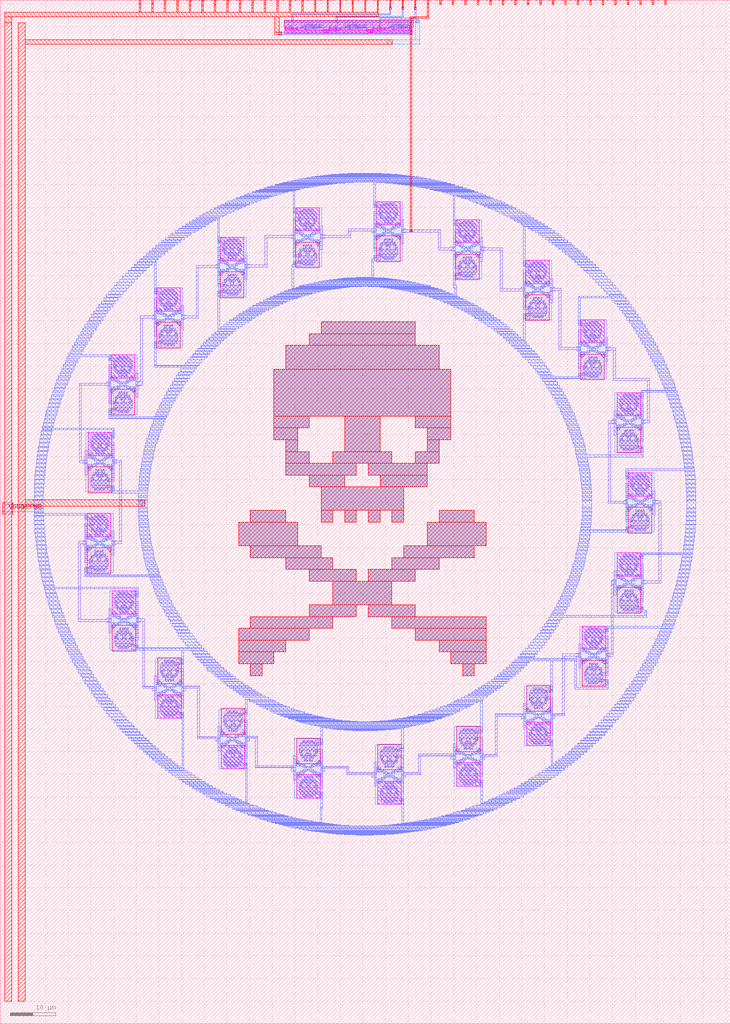
<source format=lef>
MACRO tt_um_oscillating_bones
  CLASS BLOCK ;
  FOREIGN tt_um_oscillating_bones ;
  ORIGIN 0.000 0.000 ;
  SIZE 161.000 BY 225.760 ;
  PIN clk
    DIRECTION INPUT ;
    USE SIGNAL ;
    PORT
      LAYER met4 ;
        RECT 143.830 224.760 144.130 225.760 ;
    END
  END clk
  PIN ena
    DIRECTION INPUT ;
    USE SIGNAL ;
    PORT
      LAYER met4 ;
        RECT 146.590 224.760 146.890 225.760 ;
    END
  END ena
  PIN rst_n
    DIRECTION INPUT ;
    USE SIGNAL ;
    PORT
      LAYER met4 ;
        RECT 141.070 224.760 141.370 225.760 ;
    END
  END rst_n
  PIN ui_in[0]
    DIRECTION INPUT ;
    USE SIGNAL ;
    PORT
      LAYER met4 ;
        RECT 138.310 224.760 138.610 225.760 ;
    END
  END ui_in[0]
  PIN ui_in[1]
    DIRECTION INPUT ;
    USE SIGNAL ;
    PORT
      LAYER met4 ;
        RECT 135.550 224.760 135.850 225.760 ;
    END
  END ui_in[1]
  PIN ui_in[2]
    DIRECTION INPUT ;
    USE SIGNAL ;
    PORT
      LAYER met4 ;
        RECT 132.790 224.760 133.090 225.760 ;
    END
  END ui_in[2]
  PIN ui_in[3]
    DIRECTION INPUT ;
    USE SIGNAL ;
    PORT
      LAYER met4 ;
        RECT 130.030 224.760 130.330 225.760 ;
    END
  END ui_in[3]
  PIN ui_in[4]
    DIRECTION INPUT ;
    USE SIGNAL ;
    PORT
      LAYER met4 ;
        RECT 127.270 224.760 127.570 225.760 ;
    END
  END ui_in[4]
  PIN ui_in[5]
    DIRECTION INPUT ;
    USE SIGNAL ;
    PORT
      LAYER met4 ;
        RECT 124.510 224.760 124.810 225.760 ;
    END
  END ui_in[5]
  PIN ui_in[6]
    DIRECTION INPUT ;
    USE SIGNAL ;
    PORT
      LAYER met4 ;
        RECT 121.750 224.760 122.050 225.760 ;
    END
  END ui_in[6]
  PIN ui_in[7]
    DIRECTION INPUT ;
    USE SIGNAL ;
    PORT
      LAYER met4 ;
        RECT 118.990 224.760 119.290 225.760 ;
    END
  END ui_in[7]
  PIN uio_in[0]
    DIRECTION INPUT ;
    USE SIGNAL ;
    PORT
      LAYER met4 ;
        RECT 116.230 224.760 116.530 225.760 ;
    END
  END uio_in[0]
  PIN uio_in[1]
    DIRECTION INPUT ;
    USE SIGNAL ;
    PORT
      LAYER met4 ;
        RECT 113.470 224.760 113.770 225.760 ;
    END
  END uio_in[1]
  PIN uio_in[2]
    DIRECTION INPUT ;
    USE SIGNAL ;
    PORT
      LAYER met4 ;
        RECT 110.710 224.760 111.010 225.760 ;
    END
  END uio_in[2]
  PIN uio_in[3]
    DIRECTION INPUT ;
    USE SIGNAL ;
    PORT
      LAYER met4 ;
        RECT 107.950 224.760 108.250 225.760 ;
    END
  END uio_in[3]
  PIN uio_in[4]
    DIRECTION INPUT ;
    USE SIGNAL ;
    PORT
      LAYER met4 ;
        RECT 105.190 224.760 105.490 225.760 ;
    END
  END uio_in[4]
  PIN uio_in[5]
    DIRECTION INPUT ;
    USE SIGNAL ;
    PORT
      LAYER met4 ;
        RECT 102.430 224.760 102.730 225.760 ;
    END
  END uio_in[5]
  PIN uio_in[6]
    DIRECTION INPUT ;
    USE SIGNAL ;
    PORT
      LAYER met4 ;
        RECT 99.670 224.760 99.970 225.760 ;
    END
  END uio_in[6]
  PIN uio_in[7]
    DIRECTION INPUT ;
    USE SIGNAL ;
    PORT
      LAYER met4 ;
        RECT 96.910 224.760 97.210 225.760 ;
    END
  END uio_in[7]
  PIN uio_oe[0]
    DIRECTION OUTPUT ;
    USE SIGNAL ;
    ANTENNADIFFAREA 101.229294 ;
    PORT
      LAYER met4 ;
        RECT 49.990 224.760 50.290 225.760 ;
    END
  END uio_oe[0]
  PIN uio_oe[1]
    DIRECTION OUTPUT ;
    USE SIGNAL ;
    ANTENNADIFFAREA 101.229294 ;
    PORT
      LAYER met4 ;
        RECT 47.230 224.760 47.530 225.760 ;
    END
  END uio_oe[1]
  PIN uio_oe[2]
    DIRECTION OUTPUT ;
    USE SIGNAL ;
    ANTENNADIFFAREA 101.229294 ;
    PORT
      LAYER met4 ;
        RECT 44.470 224.760 44.770 225.760 ;
    END
  END uio_oe[2]
  PIN uio_oe[3]
    DIRECTION OUTPUT ;
    USE SIGNAL ;
    ANTENNADIFFAREA 101.229294 ;
    PORT
      LAYER met4 ;
        RECT 41.710 224.760 42.010 225.760 ;
    END
  END uio_oe[3]
  PIN uio_oe[4]
    DIRECTION OUTPUT ;
    USE SIGNAL ;
    ANTENNADIFFAREA 101.229294 ;
    PORT
      LAYER met4 ;
        RECT 38.950 224.760 39.250 225.760 ;
    END
  END uio_oe[4]
  PIN uio_oe[5]
    DIRECTION OUTPUT ;
    USE SIGNAL ;
    ANTENNADIFFAREA 101.229294 ;
    PORT
      LAYER met4 ;
        RECT 36.190 224.760 36.490 225.760 ;
    END
  END uio_oe[5]
  PIN uio_oe[6]
    DIRECTION OUTPUT ;
    USE SIGNAL ;
    ANTENNADIFFAREA 101.229294 ;
    PORT
      LAYER met4 ;
        RECT 33.430 224.760 33.730 225.760 ;
    END
  END uio_oe[6]
  PIN uio_oe[7]
    DIRECTION OUTPUT ;
    USE SIGNAL ;
    ANTENNADIFFAREA 101.229294 ;
    PORT
      LAYER met4 ;
        RECT 30.670 224.760 30.970 225.760 ;
    END
  END uio_oe[7]
  PIN uio_out[0]
    DIRECTION OUTPUT ;
    USE SIGNAL ;
    ANTENNADIFFAREA 101.229294 ;
    PORT
      LAYER met4 ;
        RECT 72.070 224.760 72.370 225.760 ;
    END
  END uio_out[0]
  PIN uio_out[1]
    DIRECTION OUTPUT ;
    USE SIGNAL ;
    ANTENNADIFFAREA 101.229294 ;
    PORT
      LAYER met4 ;
        RECT 69.310 224.760 69.610 225.760 ;
    END
  END uio_out[1]
  PIN uio_out[2]
    DIRECTION OUTPUT ;
    USE SIGNAL ;
    ANTENNADIFFAREA 101.229294 ;
    PORT
      LAYER met4 ;
        RECT 66.550 224.760 66.850 225.760 ;
    END
  END uio_out[2]
  PIN uio_out[3]
    DIRECTION OUTPUT ;
    USE SIGNAL ;
    ANTENNADIFFAREA 101.229294 ;
    PORT
      LAYER met4 ;
        RECT 63.790 224.760 64.090 225.760 ;
    END
  END uio_out[3]
  PIN uio_out[4]
    DIRECTION OUTPUT ;
    USE SIGNAL ;
    ANTENNADIFFAREA 101.229294 ;
    PORT
      LAYER met4 ;
        RECT 61.030 224.760 61.330 225.760 ;
    END
  END uio_out[4]
  PIN uio_out[5]
    DIRECTION OUTPUT ;
    USE SIGNAL ;
    ANTENNADIFFAREA 101.229294 ;
    PORT
      LAYER met4 ;
        RECT 58.270 224.760 58.570 225.760 ;
    END
  END uio_out[5]
  PIN uio_out[6]
    DIRECTION OUTPUT ;
    USE SIGNAL ;
    ANTENNADIFFAREA 101.229294 ;
    PORT
      LAYER met4 ;
        RECT 55.510 224.760 55.810 225.760 ;
    END
  END uio_out[6]
  PIN uio_out[7]
    DIRECTION OUTPUT ;
    USE SIGNAL ;
    ANTENNADIFFAREA 101.229294 ;
    PORT
      LAYER met4 ;
        RECT 52.750 224.760 53.050 225.760 ;
    END
  END uio_out[7]
  PIN uo_out[0]
    DIRECTION OUTPUT ;
    USE SIGNAL ;
    ANTENNAGATEAREA 3.399000 ;
    ANTENNADIFFAREA 12.700800 ;
    PORT
      LAYER met4 ;
        RECT 94.150 224.760 94.450 225.760 ;
    END
  END uo_out[0]
  PIN uo_out[1]
    DIRECTION OUTPUT ;
    USE SIGNAL ;
    ANTENNAGATEAREA 0.159000 ;
    ANTENNADIFFAREA 0.429000 ;
    PORT
      LAYER met4 ;
        RECT 91.390 224.760 91.690 225.760 ;
    END
  END uo_out[1]
  PIN uo_out[2]
    DIRECTION OUTPUT ;
    USE SIGNAL ;
    ANTENNAGATEAREA 0.159000 ;
    ANTENNADIFFAREA 0.429000 ;
    PORT
      LAYER met4 ;
        RECT 88.630 224.760 88.930 225.760 ;
    END
  END uo_out[2]
  PIN uo_out[3]
    DIRECTION OUTPUT ;
    USE SIGNAL ;
    ANTENNADIFFAREA 0.429000 ;
    PORT
      LAYER met4 ;
        RECT 85.870 224.760 86.170 225.760 ;
    END
  END uo_out[3]
  PIN uo_out[4]
    DIRECTION OUTPUT ;
    USE SIGNAL ;
    ANTENNADIFFAREA 101.229294 ;
    PORT
      LAYER met4 ;
        RECT 83.110 224.760 83.410 225.760 ;
    END
  END uo_out[4]
  PIN uo_out[5]
    DIRECTION OUTPUT ;
    USE SIGNAL ;
    ANTENNADIFFAREA 101.229294 ;
    PORT
      LAYER met4 ;
        RECT 80.350 224.760 80.650 225.760 ;
    END
  END uo_out[5]
  PIN uo_out[6]
    DIRECTION OUTPUT ;
    USE SIGNAL ;
    ANTENNADIFFAREA 101.229294 ;
    PORT
      LAYER met4 ;
        RECT 77.590 224.760 77.890 225.760 ;
    END
  END uo_out[6]
  PIN uo_out[7]
    DIRECTION OUTPUT ;
    USE SIGNAL ;
    ANTENNADIFFAREA 101.229294 ;
    PORT
      LAYER met4 ;
        RECT 74.830 224.760 75.130 225.760 ;
    END
  END uo_out[7]
  PIN VDPWR
    DIRECTION INOUT ;
    USE POWER ;
    PORT
      LAYER met4 ;
        RECT 4.000 5.000 5.500 220.760 ;
    END
  END VDPWR
  PIN VGND
    DIRECTION INOUT ;
    USE GROUND ;
    PORT
      LAYER met4 ;
        RECT 1.000 5.000 2.500 220.760 ;
    END
  END VGND
  OBS
      LAYER nwell ;
        RECT 62.600 219.685 91.040 221.290 ;
      LAYER pwell ;
        RECT 62.795 219.165 65.560 219.395 ;
        RECT 67.100 219.165 68.010 219.385 ;
        RECT 62.795 218.485 71.525 219.165 ;
        RECT 71.545 218.570 71.975 219.355 ;
        RECT 72.005 218.570 72.435 219.355 ;
        RECT 72.455 219.165 75.220 219.395 ;
        RECT 76.760 219.165 77.670 219.385 ;
        RECT 72.455 218.485 81.185 219.165 ;
        RECT 81.205 218.570 81.635 219.355 ;
        RECT 81.665 218.570 82.095 219.355 ;
        RECT 82.115 219.165 84.880 219.395 ;
        RECT 86.420 219.165 87.330 219.385 ;
        RECT 82.115 218.485 90.845 219.165 ;
        RECT 71.215 218.295 71.385 218.485 ;
        RECT 80.875 218.295 81.045 218.485 ;
        RECT 90.535 218.295 90.705 218.485 ;
        RECT 65.140 174.850 70.340 180.000 ;
        RECT 82.970 176.190 88.170 181.340 ;
        RECT 48.500 168.320 53.700 173.470 ;
      LAYER nwell ;
        RECT 65.140 166.700 70.340 172.400 ;
        RECT 82.970 168.040 88.170 173.740 ;
      LAYER pwell ;
        RECT 100.410 172.210 105.610 177.360 ;
        RECT 34.510 157.170 39.710 162.320 ;
      LAYER nwell ;
        RECT 48.500 160.170 53.700 165.870 ;
        RECT 100.410 164.060 105.610 169.760 ;
      LAYER pwell ;
        RECT 115.890 163.260 121.090 168.410 ;
      LAYER nwell ;
        RECT 115.890 155.110 121.090 160.810 ;
        RECT 34.510 149.020 39.710 154.720 ;
      LAYER pwell ;
        RECT 128.060 150.150 133.260 155.300 ;
        RECT 24.440 142.390 29.640 147.540 ;
      LAYER nwell ;
        RECT 128.060 142.000 133.260 147.700 ;
        RECT 24.440 134.240 29.640 139.940 ;
      LAYER pwell ;
        RECT 136.070 134.040 141.270 139.190 ;
        RECT 19.420 125.300 24.620 130.450 ;
      LAYER nwell ;
        RECT 136.070 125.890 141.270 131.590 ;
        RECT 19.420 117.150 24.620 122.850 ;
      LAYER pwell ;
        RECT 138.490 116.360 143.690 121.510 ;
        RECT 19.170 107.420 24.370 112.570 ;
      LAYER nwell ;
        RECT 138.490 108.210 143.690 113.910 ;
        RECT 19.170 99.270 24.370 104.970 ;
      LAYER pwell ;
        RECT 136.070 98.680 141.270 103.830 ;
        RECT 24.690 90.330 29.890 95.480 ;
      LAYER nwell ;
        RECT 136.070 90.530 141.270 96.230 ;
        RECT 24.690 82.180 29.890 87.880 ;
      LAYER pwell ;
        RECT 128.310 82.570 133.510 87.720 ;
      LAYER nwell ;
        RECT 34.760 75.000 39.960 80.700 ;
      LAYER pwell ;
        RECT 34.760 67.400 39.960 72.550 ;
      LAYER nwell ;
        RECT 48.740 63.850 53.940 69.550 ;
        RECT 116.140 68.910 121.340 74.610 ;
        RECT 128.310 74.420 133.510 80.120 ;
      LAYER pwell ;
        RECT 48.740 56.250 53.940 61.400 ;
      LAYER nwell ;
        RECT 65.390 57.320 70.590 63.020 ;
        RECT 83.220 55.980 88.420 61.680 ;
        RECT 100.660 59.960 105.860 65.660 ;
      LAYER pwell ;
        RECT 116.140 61.310 121.340 66.460 ;
        RECT 65.390 49.720 70.590 54.870 ;
        RECT 83.220 48.380 88.420 53.530 ;
        RECT 100.660 52.360 105.860 57.510 ;
      LAYER li1 ;
        RECT 62.790 221.015 90.850 221.185 ;
        RECT 62.880 219.860 63.215 220.845 ;
        RECT 63.385 219.875 63.600 221.015 ;
        RECT 63.790 220.095 64.120 220.825 ;
        RECT 62.880 219.290 63.115 219.860 ;
        RECT 63.790 219.705 64.060 220.095 ;
        RECT 64.310 219.955 64.640 220.800 ;
        RECT 64.810 220.005 64.980 221.015 ;
        RECT 65.150 220.285 65.490 220.845 ;
        RECT 65.725 220.515 66.040 221.015 ;
        RECT 66.220 220.545 67.105 220.715 ;
        RECT 63.285 219.375 64.060 219.705 ;
        RECT 62.880 218.635 63.135 219.290 ;
        RECT 63.860 218.995 64.060 219.375 ;
        RECT 64.230 219.875 64.640 219.955 ;
        RECT 65.150 219.910 66.050 220.285 ;
        RECT 64.230 219.825 64.465 219.875 ;
        RECT 64.230 219.245 64.420 219.825 ;
        RECT 65.150 219.705 65.340 219.910 ;
        RECT 66.220 219.705 66.390 220.545 ;
        RECT 67.330 220.515 67.580 220.845 ;
        RECT 64.590 219.375 65.340 219.705 ;
        RECT 65.510 219.375 66.390 219.705 ;
        RECT 64.230 219.205 64.475 219.245 ;
        RECT 65.140 219.205 65.340 219.375 ;
        RECT 64.230 219.120 64.630 219.205 ;
        RECT 63.305 218.465 63.625 218.925 ;
        RECT 63.860 218.725 64.110 218.995 ;
        RECT 64.300 218.685 64.630 219.120 ;
        RECT 64.800 218.465 64.970 219.075 ;
        RECT 65.140 218.680 65.470 219.205 ;
        RECT 65.735 218.465 65.945 218.995 ;
        RECT 66.220 218.915 66.390 219.375 ;
        RECT 66.560 219.415 66.880 220.375 ;
        RECT 67.050 219.625 67.240 220.345 ;
        RECT 67.410 219.445 67.580 220.515 ;
        RECT 67.750 220.215 67.920 221.015 ;
        RECT 68.090 220.570 69.195 220.740 ;
        RECT 68.090 219.955 68.260 220.570 ;
        RECT 69.405 220.420 69.655 220.845 ;
        RECT 69.825 220.555 70.090 221.015 ;
        RECT 68.430 220.035 68.960 220.400 ;
        RECT 69.405 220.290 69.710 220.420 ;
        RECT 67.750 219.865 68.260 219.955 ;
        RECT 67.750 219.695 68.620 219.865 ;
        RECT 67.750 219.625 67.920 219.695 ;
        RECT 68.040 219.445 68.240 219.475 ;
        RECT 66.560 219.085 67.025 219.415 ;
        RECT 67.410 219.145 68.240 219.445 ;
        RECT 67.410 218.915 67.580 219.145 ;
        RECT 66.220 218.745 67.005 218.915 ;
        RECT 67.175 218.745 67.580 218.915 ;
        RECT 67.760 218.465 68.130 218.965 ;
        RECT 68.450 218.915 68.620 219.695 ;
        RECT 68.790 219.335 68.960 220.035 ;
        RECT 69.130 219.505 69.370 220.100 ;
        RECT 68.790 219.115 69.315 219.335 ;
        RECT 69.540 219.185 69.710 220.290 ;
        RECT 69.485 219.055 69.710 219.185 ;
        RECT 69.880 219.095 70.160 220.045 ;
        RECT 69.485 218.915 69.655 219.055 ;
        RECT 68.450 218.745 69.125 218.915 ;
        RECT 69.320 218.745 69.655 218.915 ;
        RECT 69.825 218.465 70.075 218.925 ;
        RECT 70.330 218.725 70.515 220.845 ;
        RECT 70.685 220.515 71.015 221.015 ;
        RECT 71.185 220.345 71.355 220.845 ;
        RECT 70.690 220.175 71.355 220.345 ;
        RECT 70.690 219.185 70.920 220.175 ;
        RECT 71.090 219.355 71.440 220.005 ;
        RECT 71.615 219.850 71.905 221.015 ;
        RECT 72.075 219.850 72.365 221.015 ;
        RECT 72.540 219.860 72.875 220.845 ;
        RECT 73.045 219.875 73.260 221.015 ;
        RECT 73.450 220.095 73.780 220.825 ;
        RECT 72.540 219.290 72.775 219.860 ;
        RECT 73.450 219.705 73.720 220.095 ;
        RECT 73.970 219.955 74.300 220.800 ;
        RECT 74.470 220.005 74.640 221.015 ;
        RECT 74.810 220.285 75.150 220.845 ;
        RECT 75.385 220.515 75.700 221.015 ;
        RECT 75.880 220.545 76.765 220.715 ;
        RECT 72.945 219.375 73.720 219.705 ;
        RECT 70.690 219.015 71.355 219.185 ;
        RECT 70.685 218.465 71.015 218.845 ;
        RECT 71.185 218.725 71.355 219.015 ;
        RECT 71.615 218.465 71.905 219.190 ;
        RECT 72.075 218.465 72.365 219.190 ;
        RECT 72.540 218.635 72.795 219.290 ;
        RECT 73.520 218.995 73.720 219.375 ;
        RECT 73.890 219.875 74.300 219.955 ;
        RECT 74.810 219.910 75.710 220.285 ;
        RECT 73.890 219.825 74.125 219.875 ;
        RECT 73.890 219.245 74.080 219.825 ;
        RECT 74.810 219.705 75.000 219.910 ;
        RECT 75.880 219.705 76.050 220.545 ;
        RECT 76.990 220.515 77.240 220.845 ;
        RECT 74.250 219.375 75.000 219.705 ;
        RECT 75.170 219.375 76.050 219.705 ;
        RECT 73.890 219.205 74.135 219.245 ;
        RECT 74.800 219.205 75.000 219.375 ;
        RECT 73.890 219.120 74.290 219.205 ;
        RECT 72.965 218.465 73.285 218.925 ;
        RECT 73.520 218.725 73.770 218.995 ;
        RECT 73.960 218.685 74.290 219.120 ;
        RECT 74.460 218.465 74.630 219.075 ;
        RECT 74.800 218.680 75.130 219.205 ;
        RECT 75.395 218.465 75.605 218.995 ;
        RECT 75.880 218.915 76.050 219.375 ;
        RECT 76.220 219.415 76.540 220.375 ;
        RECT 76.710 219.625 76.900 220.345 ;
        RECT 77.070 219.445 77.240 220.515 ;
        RECT 77.410 220.215 77.580 221.015 ;
        RECT 77.750 220.570 78.855 220.740 ;
        RECT 77.750 219.955 77.920 220.570 ;
        RECT 79.065 220.420 79.315 220.845 ;
        RECT 79.485 220.555 79.750 221.015 ;
        RECT 78.090 220.035 78.620 220.400 ;
        RECT 79.065 220.290 79.370 220.420 ;
        RECT 77.410 219.865 77.920 219.955 ;
        RECT 77.410 219.695 78.280 219.865 ;
        RECT 77.410 219.625 77.580 219.695 ;
        RECT 77.700 219.445 77.900 219.475 ;
        RECT 76.220 219.085 76.685 219.415 ;
        RECT 77.070 219.145 77.900 219.445 ;
        RECT 77.070 218.915 77.240 219.145 ;
        RECT 75.880 218.745 76.665 218.915 ;
        RECT 76.835 218.745 77.240 218.915 ;
        RECT 77.420 218.465 77.790 218.965 ;
        RECT 78.110 218.915 78.280 219.695 ;
        RECT 78.450 219.335 78.620 220.035 ;
        RECT 78.790 219.505 79.030 220.100 ;
        RECT 78.450 219.115 78.975 219.335 ;
        RECT 79.200 219.185 79.370 220.290 ;
        RECT 79.145 219.055 79.370 219.185 ;
        RECT 79.540 219.095 79.820 220.045 ;
        RECT 79.145 218.915 79.315 219.055 ;
        RECT 78.110 218.745 78.785 218.915 ;
        RECT 78.980 218.745 79.315 218.915 ;
        RECT 79.485 218.465 79.735 218.925 ;
        RECT 79.990 218.725 80.175 220.845 ;
        RECT 80.345 220.515 80.675 221.015 ;
        RECT 80.845 220.345 81.015 220.845 ;
        RECT 80.350 220.175 81.015 220.345 ;
        RECT 80.350 219.185 80.580 220.175 ;
        RECT 80.750 219.355 81.100 220.005 ;
        RECT 81.275 219.850 81.565 221.015 ;
        RECT 81.735 219.850 82.025 221.015 ;
        RECT 82.200 219.860 82.535 220.845 ;
        RECT 82.705 219.875 82.920 221.015 ;
        RECT 83.110 220.095 83.440 220.825 ;
        RECT 82.200 219.290 82.435 219.860 ;
        RECT 83.110 219.705 83.380 220.095 ;
        RECT 83.630 219.955 83.960 220.800 ;
        RECT 84.130 220.005 84.300 221.015 ;
        RECT 84.470 220.285 84.810 220.845 ;
        RECT 85.045 220.515 85.360 221.015 ;
        RECT 85.540 220.545 86.425 220.715 ;
        RECT 82.605 219.375 83.380 219.705 ;
        RECT 80.350 219.015 81.015 219.185 ;
        RECT 80.345 218.465 80.675 218.845 ;
        RECT 80.845 218.725 81.015 219.015 ;
        RECT 81.275 218.465 81.565 219.190 ;
        RECT 81.735 218.465 82.025 219.190 ;
        RECT 82.200 218.635 82.455 219.290 ;
        RECT 83.180 218.995 83.380 219.375 ;
        RECT 83.550 219.875 83.960 219.955 ;
        RECT 84.470 219.910 85.370 220.285 ;
        RECT 83.550 219.825 83.785 219.875 ;
        RECT 83.550 219.245 83.740 219.825 ;
        RECT 84.470 219.705 84.660 219.910 ;
        RECT 85.540 219.705 85.710 220.545 ;
        RECT 86.650 220.515 86.900 220.845 ;
        RECT 83.910 219.375 84.660 219.705 ;
        RECT 84.830 219.375 85.710 219.705 ;
        RECT 83.550 219.205 83.795 219.245 ;
        RECT 84.460 219.205 84.660 219.375 ;
        RECT 83.550 219.120 83.950 219.205 ;
        RECT 82.625 218.465 82.945 218.925 ;
        RECT 83.180 218.725 83.430 218.995 ;
        RECT 83.620 218.685 83.950 219.120 ;
        RECT 84.120 218.465 84.290 219.075 ;
        RECT 84.460 218.680 84.790 219.205 ;
        RECT 85.055 218.465 85.265 218.995 ;
        RECT 85.540 218.915 85.710 219.375 ;
        RECT 85.880 219.415 86.200 220.375 ;
        RECT 86.370 219.625 86.560 220.345 ;
        RECT 86.730 219.445 86.900 220.515 ;
        RECT 87.070 220.215 87.240 221.015 ;
        RECT 87.410 220.570 88.515 220.740 ;
        RECT 87.410 219.955 87.580 220.570 ;
        RECT 88.725 220.420 88.975 220.845 ;
        RECT 89.145 220.555 89.410 221.015 ;
        RECT 87.750 220.035 88.280 220.400 ;
        RECT 88.725 220.290 89.030 220.420 ;
        RECT 87.070 219.865 87.580 219.955 ;
        RECT 87.070 219.695 87.940 219.865 ;
        RECT 87.070 219.625 87.240 219.695 ;
        RECT 87.360 219.445 87.560 219.475 ;
        RECT 85.880 219.085 86.345 219.415 ;
        RECT 86.730 219.145 87.560 219.445 ;
        RECT 86.730 218.915 86.900 219.145 ;
        RECT 85.540 218.745 86.325 218.915 ;
        RECT 86.495 218.745 86.900 218.915 ;
        RECT 87.080 218.465 87.450 218.965 ;
        RECT 87.770 218.915 87.940 219.695 ;
        RECT 88.110 219.335 88.280 220.035 ;
        RECT 88.450 219.505 88.690 220.100 ;
        RECT 88.110 219.115 88.635 219.335 ;
        RECT 88.860 219.185 89.030 220.290 ;
        RECT 88.805 219.055 89.030 219.185 ;
        RECT 89.200 219.095 89.480 220.045 ;
        RECT 88.805 218.915 88.975 219.055 ;
        RECT 87.770 218.745 88.445 218.915 ;
        RECT 88.640 218.745 88.975 218.915 ;
        RECT 89.145 218.465 89.395 218.925 ;
        RECT 89.650 218.725 89.835 220.845 ;
        RECT 90.005 220.515 90.335 221.015 ;
        RECT 90.505 220.345 90.675 220.845 ;
        RECT 90.010 220.175 90.675 220.345 ;
        RECT 90.010 219.185 90.240 220.175 ;
        RECT 90.410 219.355 90.760 220.005 ;
        RECT 90.010 219.015 90.675 219.185 ;
        RECT 90.005 218.465 90.335 218.845 ;
        RECT 90.505 218.725 90.675 219.015 ;
        RECT 62.790 218.295 90.850 218.465 ;
        RECT 83.220 180.490 84.020 181.240 ;
        RECT 83.020 179.990 84.220 180.490 ;
        RECT 65.390 179.150 66.190 179.900 ;
        RECT 65.190 178.650 66.390 179.150 ;
        RECT 82.420 178.590 83.920 179.090 ;
        RECT 64.590 177.250 66.090 177.750 ;
        RECT 48.750 172.620 49.550 173.370 ;
        RECT 48.550 172.120 49.750 172.620 ;
        RECT 47.950 170.720 49.450 171.220 ;
        RECT 47.950 163.120 48.450 170.720 ;
        RECT 64.590 169.650 65.090 177.250 ;
        RECT 70.590 170.650 71.090 176.050 ;
        RECT 82.420 170.990 82.920 178.590 ;
        RECT 88.420 171.990 88.920 177.390 ;
        RECT 100.660 176.510 101.460 177.260 ;
        RECT 100.460 176.010 101.660 176.510 ;
        RECT 99.860 174.610 101.360 175.110 ;
        RECT 82.420 170.490 84.020 170.990 ;
        RECT 53.950 164.120 54.450 169.520 ;
        RECT 64.590 169.150 66.190 169.650 ;
        RECT 83.320 169.090 84.220 169.590 ;
        RECT 83.270 168.390 83.970 169.090 ;
        RECT 65.490 167.750 66.390 168.250 ;
        RECT 65.440 167.050 66.140 167.750 ;
        RECT 99.860 167.010 100.360 174.610 ;
        RECT 105.860 168.010 106.360 173.410 ;
        RECT 116.140 167.560 116.940 168.310 ;
        RECT 115.940 167.060 117.140 167.560 ;
        RECT 99.860 166.510 101.460 167.010 ;
        RECT 115.340 165.660 116.840 166.160 ;
        RECT 100.760 165.110 101.660 165.610 ;
        RECT 100.710 164.410 101.410 165.110 ;
        RECT 47.950 162.620 49.550 163.120 ;
        RECT 34.760 161.470 35.560 162.220 ;
        RECT 34.560 160.970 35.760 161.470 ;
        RECT 48.850 161.220 49.750 161.720 ;
        RECT 48.800 160.520 49.500 161.220 ;
        RECT 33.960 159.570 35.460 160.070 ;
        RECT 33.960 151.970 34.460 159.570 ;
        RECT 39.960 152.970 40.460 158.370 ;
        RECT 115.340 158.060 115.840 165.660 ;
        RECT 121.340 159.060 121.840 164.460 ;
        RECT 115.340 157.560 116.940 158.060 ;
        RECT 116.240 156.160 117.140 156.660 ;
        RECT 116.190 155.460 116.890 156.160 ;
        RECT 128.310 154.450 129.110 155.200 ;
        RECT 128.110 153.950 129.310 154.450 ;
        RECT 127.510 152.550 129.010 153.050 ;
        RECT 33.960 151.470 35.560 151.970 ;
        RECT 34.860 150.070 35.760 150.570 ;
        RECT 34.810 149.370 35.510 150.070 ;
        RECT 24.690 146.690 25.490 147.440 ;
        RECT 24.490 146.190 25.690 146.690 ;
        RECT 23.890 144.790 25.390 145.290 ;
        RECT 127.510 144.950 128.010 152.550 ;
        RECT 133.510 145.950 134.010 151.350 ;
        RECT 23.890 137.190 24.390 144.790 ;
        RECT 127.510 144.450 129.110 144.950 ;
        RECT 29.890 138.190 30.390 143.590 ;
        RECT 128.410 143.050 129.310 143.550 ;
        RECT 128.360 142.350 129.060 143.050 ;
        RECT 140.220 138.340 141.020 139.090 ;
        RECT 140.020 137.840 141.220 138.340 ;
        RECT 23.890 136.690 25.490 137.190 ;
        RECT 140.320 136.440 141.820 136.940 ;
        RECT 24.790 135.290 25.690 135.790 ;
        RECT 24.740 134.590 25.440 135.290 ;
        RECT 23.570 129.600 24.370 130.350 ;
        RECT 135.320 129.840 135.820 135.240 ;
        RECT 23.370 129.100 24.570 129.600 ;
        RECT 141.320 128.840 141.820 136.440 ;
        RECT 140.220 128.340 141.820 128.840 ;
        RECT 23.670 127.700 25.170 128.200 ;
        RECT 18.670 121.100 19.170 126.500 ;
        RECT 24.670 120.100 25.170 127.700 ;
        RECT 140.020 126.940 140.920 127.440 ;
        RECT 140.270 126.240 140.970 126.940 ;
        RECT 138.740 120.660 139.540 121.410 ;
        RECT 138.540 120.160 139.740 120.660 ;
        RECT 23.570 119.600 25.170 120.100 ;
        RECT 137.940 118.760 139.440 119.260 ;
        RECT 23.370 118.200 24.270 118.700 ;
        RECT 23.620 117.500 24.320 118.200 ;
        RECT 19.420 111.720 20.220 112.470 ;
        RECT 19.220 111.220 20.420 111.720 ;
        RECT 137.940 111.160 138.440 118.760 ;
        RECT 143.940 112.160 144.440 117.560 ;
        RECT 137.940 110.660 139.540 111.160 ;
        RECT 18.620 109.820 20.120 110.320 ;
        RECT 18.620 102.220 19.120 109.820 ;
        RECT 138.840 109.260 139.740 109.760 ;
        RECT 24.620 103.220 25.120 108.620 ;
        RECT 138.790 108.560 139.490 109.260 ;
        RECT 140.220 102.980 141.020 103.730 ;
        RECT 140.020 102.480 141.220 102.980 ;
        RECT 18.620 101.720 20.220 102.220 ;
        RECT 140.320 101.080 141.820 101.580 ;
        RECT 19.520 100.320 20.420 100.820 ;
        RECT 19.470 99.620 20.170 100.320 ;
        RECT 28.840 94.630 29.640 95.380 ;
        RECT 28.640 94.130 29.840 94.630 ;
        RECT 135.320 94.480 135.820 99.880 ;
        RECT 141.320 93.480 141.820 101.080 ;
        RECT 28.940 92.730 30.440 93.230 ;
        RECT 140.220 92.980 141.820 93.480 ;
        RECT 23.940 86.130 24.440 91.530 ;
        RECT 29.940 85.130 30.440 92.730 ;
        RECT 140.020 91.580 140.920 92.080 ;
        RECT 140.270 90.880 140.970 91.580 ;
        RECT 132.460 86.870 133.260 87.620 ;
        RECT 132.260 86.370 133.460 86.870 ;
        RECT 28.840 84.630 30.440 85.130 ;
        RECT 132.560 84.970 134.060 85.470 ;
        RECT 28.640 83.230 29.540 83.730 ;
        RECT 28.890 82.530 29.590 83.230 ;
        RECT 38.960 79.650 39.660 80.350 ;
        RECT 38.710 79.150 39.610 79.650 ;
        RECT 127.560 78.370 128.060 83.770 ;
        RECT 38.910 77.750 40.510 78.250 ;
        RECT 34.010 71.350 34.510 76.750 ;
        RECT 40.010 70.150 40.510 77.750 ;
        RECT 133.560 77.370 134.060 84.970 ;
        RECT 132.460 76.870 134.060 77.370 ;
        RECT 132.260 75.470 133.160 75.970 ;
        RECT 132.510 74.770 133.210 75.470 ;
        RECT 120.340 73.560 121.040 74.260 ;
        RECT 120.090 73.060 120.990 73.560 ;
        RECT 120.290 71.660 121.890 72.160 ;
        RECT 39.010 69.650 40.510 70.150 ;
        RECT 38.710 68.250 39.910 68.750 ;
        RECT 52.940 68.500 53.640 69.200 ;
        RECT 38.910 67.500 39.710 68.250 ;
        RECT 52.690 68.000 53.590 68.500 ;
        RECT 52.890 66.600 54.490 67.100 ;
        RECT 47.990 60.200 48.490 65.600 ;
        RECT 53.990 59.000 54.490 66.600 ;
        RECT 104.860 64.610 105.560 65.310 ;
        RECT 115.390 65.260 115.890 70.660 ;
        RECT 104.610 64.110 105.510 64.610 ;
        RECT 121.390 64.060 121.890 71.660 ;
        RECT 120.390 63.560 121.890 64.060 ;
        RECT 104.810 62.710 106.410 63.210 ;
        RECT 69.590 61.970 70.290 62.670 ;
        RECT 69.340 61.470 70.240 61.970 ;
        RECT 87.420 60.630 88.120 61.330 ;
        RECT 69.540 60.070 71.140 60.570 ;
        RECT 87.170 60.130 88.070 60.630 ;
        RECT 52.990 58.500 54.490 59.000 ;
        RECT 52.690 57.100 53.890 57.600 ;
        RECT 52.890 56.350 53.690 57.100 ;
        RECT 64.640 53.670 65.140 59.070 ;
        RECT 70.640 52.470 71.140 60.070 ;
        RECT 87.370 58.730 88.970 59.230 ;
        RECT 69.640 51.970 71.140 52.470 ;
        RECT 82.470 52.330 82.970 57.730 ;
        RECT 88.470 51.130 88.970 58.730 ;
        RECT 99.910 56.310 100.410 61.710 ;
        RECT 105.910 55.110 106.410 62.710 ;
        RECT 120.090 62.160 121.290 62.660 ;
        RECT 120.290 61.410 121.090 62.160 ;
        RECT 104.910 54.610 106.410 55.110 ;
        RECT 104.610 53.210 105.810 53.710 ;
        RECT 104.810 52.460 105.610 53.210 ;
        RECT 69.340 50.570 70.540 51.070 ;
        RECT 87.470 50.630 88.970 51.130 ;
        RECT 69.540 49.820 70.340 50.570 ;
        RECT 87.170 49.230 88.370 49.730 ;
        RECT 87.370 48.480 88.170 49.230 ;
      LAYER met1 ;
        RECT 90.535 221.340 92.300 221.345 ;
        RECT 62.790 220.865 92.300 221.340 ;
        RECT 62.790 220.860 90.850 220.865 ;
        RECT 67.000 220.320 67.290 220.365 ;
        RECT 68.570 220.320 68.860 220.365 ;
        RECT 70.670 220.320 70.960 220.365 ;
        RECT 67.000 220.180 70.960 220.320 ;
        RECT 67.000 220.135 67.290 220.180 ;
        RECT 68.570 220.135 68.860 220.180 ;
        RECT 70.670 220.135 70.960 220.180 ;
        RECT 76.660 220.320 76.950 220.365 ;
        RECT 78.230 220.320 78.520 220.365 ;
        RECT 80.330 220.320 80.620 220.365 ;
        RECT 76.660 220.180 80.620 220.320 ;
        RECT 76.660 220.135 76.950 220.180 ;
        RECT 78.230 220.135 78.520 220.180 ;
        RECT 80.330 220.135 80.620 220.180 ;
        RECT 86.320 220.320 86.610 220.365 ;
        RECT 87.890 220.320 88.180 220.365 ;
        RECT 89.990 220.320 90.280 220.365 ;
        RECT 86.320 220.180 90.280 220.320 ;
        RECT 86.320 220.135 86.610 220.180 ;
        RECT 87.890 220.135 88.180 220.180 ;
        RECT 89.990 220.135 90.280 220.180 ;
        RECT 62.880 219.870 63.170 220.100 ;
        RECT 66.565 219.980 66.855 220.025 ;
        RECT 69.085 219.980 69.375 220.025 ;
        RECT 70.275 219.980 70.565 220.025 ;
        RECT 62.990 219.640 63.130 219.870 ;
        RECT 66.565 219.840 70.565 219.980 ;
        RECT 72.535 219.870 72.825 220.100 ;
        RECT 76.225 219.980 76.515 220.025 ;
        RECT 78.745 219.980 79.035 220.025 ;
        RECT 79.935 219.980 80.225 220.025 ;
        RECT 66.565 219.795 66.855 219.840 ;
        RECT 69.085 219.795 69.375 219.840 ;
        RECT 70.275 219.795 70.565 219.840 ;
        RECT 69.850 219.640 70.140 219.680 ;
        RECT 62.990 219.500 70.140 219.640 ;
        RECT 69.850 219.450 70.140 219.500 ;
        RECT 71.140 219.425 71.430 219.655 ;
        RECT 72.645 219.640 72.785 219.870 ;
        RECT 76.225 219.840 80.225 219.980 ;
        RECT 82.200 219.870 82.490 220.100 ;
        RECT 85.885 219.980 86.175 220.025 ;
        RECT 88.405 219.980 88.695 220.025 ;
        RECT 89.595 219.980 89.885 220.025 ;
        RECT 76.225 219.795 76.515 219.840 ;
        RECT 78.745 219.795 79.035 219.840 ;
        RECT 79.935 219.795 80.225 219.840 ;
        RECT 79.505 219.640 79.795 219.680 ;
        RECT 72.645 219.500 79.795 219.640 ;
        RECT 79.505 219.450 79.795 219.500 ;
        RECT 80.800 219.425 81.090 219.655 ;
        RECT 82.310 219.640 82.450 219.870 ;
        RECT 85.885 219.840 89.885 219.980 ;
        RECT 90.440 219.840 90.720 219.900 ;
        RECT 85.885 219.795 86.175 219.840 ;
        RECT 88.405 219.795 88.695 219.840 ;
        RECT 89.595 219.795 89.885 219.840 ;
        RECT 89.170 219.640 89.460 219.680 ;
        RECT 82.310 219.500 89.460 219.640 ;
        RECT 89.170 219.450 89.460 219.500 ;
        RECT 90.380 219.455 90.740 219.840 ;
        RECT 64.260 218.770 64.690 219.090 ;
        RECT 71.200 219.075 71.370 219.425 ;
        RECT 73.975 219.075 74.265 219.105 ;
        RECT 71.200 219.020 74.265 219.075 ;
        RECT 80.860 219.075 81.030 219.425 ;
        RECT 90.440 219.395 90.720 219.455 ;
        RECT 83.580 219.075 83.990 219.120 ;
        RECT 71.200 218.905 74.350 219.020 ;
        RECT 80.860 218.905 83.990 219.075 ;
        RECT 73.940 218.760 74.350 218.905 ;
        RECT 83.580 218.860 83.990 218.905 ;
        RECT 61.430 218.140 90.850 218.620 ;
        RECT 84.650 180.740 86.810 181.010 ;
        RECT 82.420 180.490 82.820 180.590 ;
        RECT 82.420 180.040 83.420 180.490 ;
        RECT 84.380 180.470 86.810 180.740 ;
        RECT 83.840 179.930 87.350 180.470 ;
        RECT 66.820 179.400 68.980 179.670 ;
        RECT 64.590 179.150 64.990 179.250 ;
        RECT 64.590 178.700 65.590 179.150 ;
        RECT 66.550 179.130 68.980 179.400 ;
        RECT 66.010 178.590 69.520 179.130 ;
        RECT 83.570 178.850 87.620 179.930 ;
        RECT 65.740 177.510 69.790 178.590 ;
        RECT 83.570 178.580 84.380 178.850 ;
        RECT 83.570 178.310 84.110 178.580 ;
        RECT 65.740 177.240 66.550 177.510 ;
        RECT 65.740 176.970 66.280 177.240 ;
        RECT 66.010 176.700 66.280 176.970 ;
        RECT 67.360 176.700 68.170 177.510 ;
        RECT 68.980 177.240 69.790 177.510 ;
        RECT 83.840 178.040 84.110 178.310 ;
        RECT 85.190 178.040 86.000 178.850 ;
        RECT 86.810 178.580 87.620 178.850 ;
        RECT 87.080 178.310 87.620 178.580 ;
        RECT 87.080 178.040 87.350 178.310 ;
        RECT 83.840 177.770 84.380 178.040 ;
        RECT 84.920 177.770 86.270 178.040 ;
        RECT 86.810 177.770 87.350 178.040 ;
        RECT 83.840 177.500 85.460 177.770 ;
        RECT 85.730 177.500 87.080 177.770 ;
        RECT 69.250 176.970 69.790 177.240 ;
        RECT 84.380 177.230 85.190 177.500 ;
        RECT 86.000 177.230 87.080 177.500 ;
        RECT 69.250 176.700 69.520 176.970 ;
        RECT 66.010 176.430 66.550 176.700 ;
        RECT 67.090 176.430 68.440 176.700 ;
        RECT 68.980 176.430 69.520 176.700 ;
        RECT 84.650 176.690 86.540 177.230 ;
        RECT 102.090 176.760 104.250 177.030 ;
        RECT 66.010 176.160 67.630 176.430 ;
        RECT 67.900 176.160 69.250 176.430 ;
        RECT 83.030 176.420 83.840 176.690 ;
        RECT 84.650 176.420 84.920 176.690 ;
        RECT 85.190 176.420 85.460 176.690 ;
        RECT 85.730 176.420 86.000 176.690 ;
        RECT 86.270 176.420 86.540 176.690 ;
        RECT 87.350 176.420 88.160 176.690 ;
        RECT 99.860 176.510 100.260 176.610 ;
        RECT 66.550 175.890 67.360 176.160 ;
        RECT 68.170 175.890 69.250 176.160 ;
        RECT 66.820 175.350 68.710 175.890 ;
        RECT 82.760 175.880 84.110 176.420 ;
        RECT 87.080 175.880 88.430 176.420 ;
        RECT 99.860 176.060 100.860 176.510 ;
        RECT 101.820 176.490 104.250 176.760 ;
        RECT 101.280 175.950 104.790 176.490 ;
        RECT 83.030 175.610 84.650 175.880 ;
        RECT 86.540 175.610 88.160 175.880 ;
        RECT 65.200 175.080 66.010 175.350 ;
        RECT 66.820 175.080 67.090 175.350 ;
        RECT 67.360 175.080 67.630 175.350 ;
        RECT 67.900 175.080 68.170 175.350 ;
        RECT 68.440 175.080 68.710 175.350 ;
        RECT 69.520 175.080 70.330 175.350 ;
        RECT 76.705 175.340 82.335 175.345 ;
        RECT 83.840 175.340 84.920 175.610 ;
        RECT 86.270 175.340 87.350 175.610 ;
        RECT 64.930 174.540 66.280 175.080 ;
        RECT 69.250 174.540 70.600 175.080 ;
        RECT 76.705 174.795 82.920 175.340 ;
        RECT 84.380 175.070 85.460 175.340 ;
        RECT 85.730 175.070 86.810 175.340 ;
        RECT 88.420 175.165 89.420 175.340 ;
        RECT 65.200 174.270 66.820 174.540 ;
        RECT 68.710 174.270 70.330 174.540 ;
        RECT 66.010 174.000 67.090 174.270 ;
        RECT 68.440 174.000 69.520 174.270 ;
        RECT 64.140 173.945 65.090 174.000 ;
        RECT 58.375 173.395 65.090 173.945 ;
        RECT 66.550 173.730 67.630 174.000 ;
        RECT 67.900 173.730 68.980 174.000 ;
        RECT 70.590 173.865 71.590 174.000 ;
        RECT 76.705 173.865 77.255 174.795 ;
        RECT 81.970 174.440 82.920 174.795 ;
        RECT 84.920 174.530 86.270 175.070 ;
        RECT 88.420 174.615 97.185 175.165 ;
        RECT 84.380 174.260 85.460 174.530 ;
        RECT 85.730 174.260 86.810 174.530 ;
        RECT 88.420 174.440 89.420 174.615 ;
        RECT 83.030 173.990 84.920 174.260 ;
        RECT 86.270 173.990 88.430 174.260 ;
        RECT 50.180 172.870 52.340 173.140 ;
        RECT 47.950 172.620 48.350 172.720 ;
        RECT 47.950 172.170 48.950 172.620 ;
        RECT 49.910 172.600 52.340 172.870 ;
        RECT 49.370 172.060 52.880 172.600 ;
        RECT 49.100 170.980 53.150 172.060 ;
        RECT 49.100 170.710 49.910 170.980 ;
        RECT 49.100 170.440 49.640 170.710 ;
        RECT 49.370 170.170 49.640 170.440 ;
        RECT 50.720 170.170 51.530 170.980 ;
        RECT 52.340 170.710 53.150 170.980 ;
        RECT 52.610 170.440 53.150 170.710 ;
        RECT 52.610 170.170 52.880 170.440 ;
        RECT 49.370 169.900 49.910 170.170 ;
        RECT 50.450 169.900 51.800 170.170 ;
        RECT 52.340 169.900 52.880 170.170 ;
        RECT 49.370 169.630 50.990 169.900 ;
        RECT 51.260 169.630 52.610 169.900 ;
        RECT 49.910 169.360 50.720 169.630 ;
        RECT 51.530 169.360 52.610 169.630 ;
        RECT 50.180 168.820 52.070 169.360 ;
        RECT 48.560 168.550 49.370 168.820 ;
        RECT 50.180 168.550 50.450 168.820 ;
        RECT 50.720 168.550 50.990 168.820 ;
        RECT 51.260 168.550 51.530 168.820 ;
        RECT 51.800 168.550 52.070 168.820 ;
        RECT 52.880 168.550 53.690 168.820 ;
        RECT 48.290 168.010 49.640 168.550 ;
        RECT 52.610 168.010 53.960 168.550 ;
        RECT 48.560 167.740 50.180 168.010 ;
        RECT 52.070 167.740 53.690 168.010 ;
        RECT 49.370 167.470 50.450 167.740 ;
        RECT 51.800 167.470 52.880 167.740 ;
        RECT 47.500 167.240 48.450 167.470 ;
        RECT 43.210 166.740 48.450 167.240 ;
        RECT 49.910 167.200 50.990 167.470 ;
        RECT 51.260 167.200 52.340 167.470 ;
        RECT 53.950 167.365 54.950 167.470 ;
        RECT 58.375 167.365 58.925 173.395 ;
        RECT 64.140 173.100 65.090 173.395 ;
        RECT 67.090 173.190 68.440 173.730 ;
        RECT 70.590 173.315 77.255 173.865 ;
        RECT 82.760 173.720 84.380 173.990 ;
        RECT 86.810 173.720 88.430 173.990 ;
        RECT 82.760 173.450 83.840 173.720 ;
        RECT 87.350 173.450 88.430 173.720 ;
        RECT 66.550 172.920 67.630 173.190 ;
        RECT 67.900 172.920 68.980 173.190 ;
        RECT 70.590 173.100 71.590 173.315 ;
        RECT 82.760 173.180 83.570 173.450 ;
        RECT 87.620 173.180 88.430 173.450 ;
        RECT 65.200 172.650 67.090 172.920 ;
        RECT 68.440 172.650 70.600 172.920 ;
        RECT 83.030 172.910 83.300 173.180 ;
        RECT 84.650 172.910 84.920 173.180 ;
        RECT 85.190 172.910 85.460 173.180 ;
        RECT 85.730 172.910 86.000 173.180 ;
        RECT 86.270 172.910 86.540 173.180 ;
        RECT 87.890 172.910 88.160 173.180 ;
        RECT 64.930 172.380 66.550 172.650 ;
        RECT 68.980 172.380 70.600 172.650 ;
        RECT 64.930 172.110 66.010 172.380 ;
        RECT 69.520 172.110 70.600 172.380 ;
        RECT 84.650 172.370 86.540 172.910 ;
        RECT 64.930 171.840 65.740 172.110 ;
        RECT 69.790 171.840 70.600 172.110 ;
        RECT 84.380 172.100 85.190 172.370 ;
        RECT 86.000 172.100 87.080 172.370 ;
        RECT 65.200 171.570 65.470 171.840 ;
        RECT 66.820 171.570 67.090 171.840 ;
        RECT 67.360 171.570 67.630 171.840 ;
        RECT 67.900 171.570 68.170 171.840 ;
        RECT 68.440 171.570 68.710 171.840 ;
        RECT 70.060 171.570 70.330 171.840 ;
        RECT 83.840 171.830 85.460 172.100 ;
        RECT 85.730 171.830 87.080 172.100 ;
        RECT 66.820 171.030 68.710 171.570 ;
        RECT 83.840 171.560 84.380 171.830 ;
        RECT 84.920 171.560 86.270 171.830 ;
        RECT 86.810 171.560 87.350 171.830 ;
        RECT 83.840 171.290 84.110 171.560 ;
        RECT 66.550 170.760 67.360 171.030 ;
        RECT 68.170 170.760 69.250 171.030 ;
        RECT 66.010 170.490 67.630 170.760 ;
        RECT 67.900 170.490 69.250 170.760 ;
        RECT 83.570 171.020 84.110 171.290 ;
        RECT 83.570 170.750 84.380 171.020 ;
        RECT 85.190 170.750 86.000 171.560 ;
        RECT 87.080 171.290 87.350 171.560 ;
        RECT 87.080 171.020 87.620 171.290 ;
        RECT 86.810 170.750 87.620 171.020 ;
        RECT 66.010 170.220 66.550 170.490 ;
        RECT 67.090 170.220 68.440 170.490 ;
        RECT 68.980 170.220 69.520 170.490 ;
        RECT 66.010 169.950 66.280 170.220 ;
        RECT 65.740 169.680 66.280 169.950 ;
        RECT 65.740 169.410 66.550 169.680 ;
        RECT 67.360 169.410 68.170 170.220 ;
        RECT 69.250 169.950 69.520 170.220 ;
        RECT 69.250 169.680 69.790 169.950 ;
        RECT 68.980 169.410 69.790 169.680 ;
        RECT 83.570 169.670 87.620 170.750 ;
        RECT 96.635 171.165 97.185 174.615 ;
        RECT 101.010 174.870 105.060 175.950 ;
        RECT 101.010 174.600 101.820 174.870 ;
        RECT 101.010 174.330 101.550 174.600 ;
        RECT 101.280 174.060 101.550 174.330 ;
        RECT 102.630 174.060 103.440 174.870 ;
        RECT 104.250 174.600 105.060 174.870 ;
        RECT 104.520 174.330 105.060 174.600 ;
        RECT 104.520 174.060 104.790 174.330 ;
        RECT 101.280 173.790 101.820 174.060 ;
        RECT 102.360 173.790 103.710 174.060 ;
        RECT 104.250 173.790 104.790 174.060 ;
        RECT 101.280 173.520 102.900 173.790 ;
        RECT 103.170 173.520 104.520 173.790 ;
        RECT 101.820 173.250 102.630 173.520 ;
        RECT 103.440 173.250 104.520 173.520 ;
        RECT 102.090 172.710 103.980 173.250 ;
        RECT 100.470 172.440 101.280 172.710 ;
        RECT 102.090 172.440 102.360 172.710 ;
        RECT 102.630 172.440 102.900 172.710 ;
        RECT 103.170 172.440 103.440 172.710 ;
        RECT 103.710 172.440 103.980 172.710 ;
        RECT 104.790 172.440 105.600 172.710 ;
        RECT 100.200 171.900 101.550 172.440 ;
        RECT 104.520 171.900 105.870 172.440 ;
        RECT 100.470 171.630 102.090 171.900 ;
        RECT 103.980 171.630 105.600 171.900 ;
        RECT 101.280 171.360 102.360 171.630 ;
        RECT 103.710 171.360 104.790 171.630 ;
        RECT 99.410 171.165 100.360 171.360 ;
        RECT 96.635 170.615 100.360 171.165 ;
        RECT 101.820 171.090 102.900 171.360 ;
        RECT 103.170 171.090 104.250 171.360 ;
        RECT 105.860 171.185 106.860 171.360 ;
        RECT 99.410 170.460 100.360 170.615 ;
        RECT 102.360 170.550 103.710 171.090 ;
        RECT 105.860 170.635 110.815 171.185 ;
        RECT 101.820 170.280 102.900 170.550 ;
        RECT 103.170 170.280 104.250 170.550 ;
        RECT 105.860 170.460 106.860 170.635 ;
        RECT 100.470 170.010 102.360 170.280 ;
        RECT 103.710 170.010 105.870 170.280 ;
        RECT 100.200 169.740 101.820 170.010 ;
        RECT 104.250 169.740 105.870 170.010 ;
        RECT 65.740 168.330 69.790 169.410 ;
        RECT 82.420 169.090 83.670 169.490 ;
        RECT 83.840 169.130 87.350 169.670 ;
        RECT 100.200 169.470 101.280 169.740 ;
        RECT 104.790 169.470 105.870 169.740 ;
        RECT 100.200 169.200 101.010 169.470 ;
        RECT 105.060 169.200 105.870 169.470 ;
        RECT 82.420 168.940 82.920 169.090 ;
        RECT 84.380 168.860 86.810 169.130 ;
        RECT 100.470 168.930 100.740 169.200 ;
        RECT 102.090 168.930 102.360 169.200 ;
        RECT 102.630 168.930 102.900 169.200 ;
        RECT 103.170 168.930 103.440 169.200 ;
        RECT 103.710 168.930 103.980 169.200 ;
        RECT 105.330 168.930 105.600 169.200 ;
        RECT 84.650 168.590 86.810 168.860 ;
        RECT 102.090 168.390 103.980 168.930 ;
        RECT 64.590 167.750 65.840 168.150 ;
        RECT 66.010 167.790 69.520 168.330 ;
        RECT 101.820 168.120 102.630 168.390 ;
        RECT 103.440 168.120 104.520 168.390 ;
        RECT 101.280 167.850 102.900 168.120 ;
        RECT 103.170 167.850 104.520 168.120 ;
        RECT 64.590 167.600 65.090 167.750 ;
        RECT 66.550 167.520 68.980 167.790 ;
        RECT 36.190 161.720 38.350 161.990 ;
        RECT 33.960 161.470 34.360 161.570 ;
        RECT 33.960 161.020 34.960 161.470 ;
        RECT 35.920 161.450 38.350 161.720 ;
        RECT 35.380 160.910 38.890 161.450 ;
        RECT 35.110 159.830 39.160 160.910 ;
        RECT 35.110 159.560 35.920 159.830 ;
        RECT 35.110 159.290 35.650 159.560 ;
        RECT 35.380 159.020 35.650 159.290 ;
        RECT 36.730 159.020 37.540 159.830 ;
        RECT 38.350 159.560 39.160 159.830 ;
        RECT 38.620 159.290 39.160 159.560 ;
        RECT 38.620 159.020 38.890 159.290 ;
        RECT 35.380 158.750 35.920 159.020 ;
        RECT 36.460 158.750 37.810 159.020 ;
        RECT 38.350 158.750 38.890 159.020 ;
        RECT 35.380 158.480 37.000 158.750 ;
        RECT 37.270 158.480 38.620 158.750 ;
        RECT 35.920 158.210 36.730 158.480 ;
        RECT 37.540 158.210 38.620 158.480 ;
        RECT 36.190 157.670 38.080 158.210 ;
        RECT 34.570 157.400 35.380 157.670 ;
        RECT 36.190 157.400 36.460 157.670 ;
        RECT 36.730 157.400 37.000 157.670 ;
        RECT 37.270 157.400 37.540 157.670 ;
        RECT 37.810 157.400 38.080 157.670 ;
        RECT 38.890 157.400 39.700 157.670 ;
        RECT 34.300 156.860 35.650 157.400 ;
        RECT 38.620 156.860 39.970 157.400 ;
        RECT 34.570 156.590 36.190 156.860 ;
        RECT 38.080 156.590 39.700 156.860 ;
        RECT 35.380 156.320 36.460 156.590 ;
        RECT 37.810 156.320 38.890 156.590 ;
        RECT 33.510 156.100 34.460 156.320 ;
        RECT 30.880 155.600 34.460 156.100 ;
        RECT 35.920 156.050 37.000 156.320 ;
        RECT 37.270 156.050 38.350 156.320 ;
        RECT 39.960 156.130 40.960 156.320 ;
        RECT 43.210 156.130 43.710 166.740 ;
        RECT 47.500 166.570 48.450 166.740 ;
        RECT 50.450 166.660 51.800 167.200 ;
        RECT 53.950 166.815 58.925 167.365 ;
        RECT 66.820 167.250 68.980 167.520 ;
        RECT 101.280 167.580 101.820 167.850 ;
        RECT 102.360 167.580 103.710 167.850 ;
        RECT 104.250 167.580 104.790 167.850 ;
        RECT 101.280 167.310 101.550 167.580 ;
        RECT 101.010 167.040 101.550 167.310 ;
        RECT 49.910 166.390 50.990 166.660 ;
        RECT 51.260 166.390 52.340 166.660 ;
        RECT 53.950 166.570 54.950 166.815 ;
        RECT 101.010 166.770 101.820 167.040 ;
        RECT 102.630 166.770 103.440 167.580 ;
        RECT 104.520 167.310 104.790 167.580 ;
        RECT 104.520 167.040 105.060 167.310 ;
        RECT 104.250 166.770 105.060 167.040 ;
        RECT 48.560 166.120 50.450 166.390 ;
        RECT 51.800 166.120 53.960 166.390 ;
        RECT 48.290 165.850 49.910 166.120 ;
        RECT 52.340 165.850 53.960 166.120 ;
        RECT 48.290 165.580 49.370 165.850 ;
        RECT 52.880 165.580 53.960 165.850 ;
        RECT 101.010 165.690 105.060 166.770 ;
        RECT 48.290 165.310 49.100 165.580 ;
        RECT 53.150 165.310 53.960 165.580 ;
        RECT 48.560 165.040 48.830 165.310 ;
        RECT 50.180 165.040 50.450 165.310 ;
        RECT 50.720 165.040 50.990 165.310 ;
        RECT 51.260 165.040 51.530 165.310 ;
        RECT 51.800 165.040 52.070 165.310 ;
        RECT 53.420 165.040 53.690 165.310 ;
        RECT 99.860 165.110 101.110 165.510 ;
        RECT 101.280 165.150 104.790 165.690 ;
        RECT 50.180 164.500 52.070 165.040 ;
        RECT 99.860 164.960 100.360 165.110 ;
        RECT 101.820 164.880 104.250 165.150 ;
        RECT 102.090 164.610 104.250 164.880 ;
        RECT 49.910 164.230 50.720 164.500 ;
        RECT 51.530 164.230 52.610 164.500 ;
        RECT 49.370 163.960 50.990 164.230 ;
        RECT 51.260 163.960 52.610 164.230 ;
        RECT 49.370 163.690 49.910 163.960 ;
        RECT 50.450 163.690 51.800 163.960 ;
        RECT 52.340 163.690 52.880 163.960 ;
        RECT 49.370 163.420 49.640 163.690 ;
        RECT 49.100 163.150 49.640 163.420 ;
        RECT 49.100 162.880 49.910 163.150 ;
        RECT 50.720 162.880 51.530 163.690 ;
        RECT 52.610 163.420 52.880 163.690 ;
        RECT 52.610 163.150 53.150 163.420 ;
        RECT 52.340 162.880 53.150 163.150 ;
        RECT 49.100 161.800 53.150 162.880 ;
        RECT 110.265 162.135 110.815 170.635 ;
        RECT 117.570 167.810 119.730 168.080 ;
        RECT 115.340 167.560 115.740 167.660 ;
        RECT 115.340 167.110 116.340 167.560 ;
        RECT 117.300 167.540 119.730 167.810 ;
        RECT 116.760 167.000 120.270 167.540 ;
        RECT 116.490 165.920 120.540 167.000 ;
        RECT 116.490 165.650 117.300 165.920 ;
        RECT 116.490 165.380 117.030 165.650 ;
        RECT 116.760 165.110 117.030 165.380 ;
        RECT 118.110 165.110 118.920 165.920 ;
        RECT 119.730 165.650 120.540 165.920 ;
        RECT 120.000 165.380 120.540 165.650 ;
        RECT 120.000 165.110 120.270 165.380 ;
        RECT 116.760 164.840 117.300 165.110 ;
        RECT 117.840 164.840 119.190 165.110 ;
        RECT 119.730 164.840 120.270 165.110 ;
        RECT 116.760 164.570 118.380 164.840 ;
        RECT 118.650 164.570 120.000 164.840 ;
        RECT 117.300 164.300 118.110 164.570 ;
        RECT 118.920 164.300 120.000 164.570 ;
        RECT 117.570 163.760 119.460 164.300 ;
        RECT 115.950 163.490 116.760 163.760 ;
        RECT 117.570 163.490 117.840 163.760 ;
        RECT 118.110 163.490 118.380 163.760 ;
        RECT 118.650 163.490 118.920 163.760 ;
        RECT 119.190 163.490 119.460 163.760 ;
        RECT 120.270 163.490 121.080 163.760 ;
        RECT 115.680 162.950 117.030 163.490 ;
        RECT 120.000 162.950 121.350 163.490 ;
        RECT 115.950 162.680 117.570 162.950 ;
        RECT 119.460 162.680 121.080 162.950 ;
        RECT 116.760 162.410 117.840 162.680 ;
        RECT 119.190 162.410 120.270 162.680 ;
        RECT 114.890 162.135 115.840 162.410 ;
        RECT 117.300 162.140 118.380 162.410 ;
        RECT 118.650 162.140 119.730 162.410 ;
        RECT 121.340 162.265 122.340 162.410 ;
        RECT 47.950 161.220 49.200 161.620 ;
        RECT 49.370 161.260 52.880 161.800 ;
        RECT 110.265 161.585 115.840 162.135 ;
        RECT 117.840 161.600 119.190 162.140 ;
        RECT 121.340 161.715 123.765 162.265 ;
        RECT 114.890 161.510 115.840 161.585 ;
        RECT 117.300 161.330 118.380 161.600 ;
        RECT 118.650 161.330 119.730 161.600 ;
        RECT 121.340 161.510 122.340 161.715 ;
        RECT 47.950 161.070 48.450 161.220 ;
        RECT 49.910 160.990 52.340 161.260 ;
        RECT 115.950 161.060 117.840 161.330 ;
        RECT 119.190 161.060 121.350 161.330 ;
        RECT 50.180 160.720 52.340 160.990 ;
        RECT 115.680 160.790 117.300 161.060 ;
        RECT 119.730 160.790 121.350 161.060 ;
        RECT 115.680 160.520 116.760 160.790 ;
        RECT 120.270 160.520 121.350 160.790 ;
        RECT 115.680 160.250 116.490 160.520 ;
        RECT 120.540 160.250 121.350 160.520 ;
        RECT 115.950 159.980 116.220 160.250 ;
        RECT 117.570 159.980 117.840 160.250 ;
        RECT 118.110 159.980 118.380 160.250 ;
        RECT 118.650 159.980 118.920 160.250 ;
        RECT 119.190 159.980 119.460 160.250 ;
        RECT 120.810 159.980 121.080 160.250 ;
        RECT 117.570 159.440 119.460 159.980 ;
        RECT 117.300 159.170 118.110 159.440 ;
        RECT 118.920 159.170 120.000 159.440 ;
        RECT 116.760 158.900 118.380 159.170 ;
        RECT 118.650 158.900 120.000 159.170 ;
        RECT 116.760 158.630 117.300 158.900 ;
        RECT 117.840 158.630 119.190 158.900 ;
        RECT 119.730 158.630 120.270 158.900 ;
        RECT 116.760 158.360 117.030 158.630 ;
        RECT 116.490 158.090 117.030 158.360 ;
        RECT 116.490 157.820 117.300 158.090 ;
        RECT 118.110 157.820 118.920 158.630 ;
        RECT 120.000 158.360 120.270 158.630 ;
        RECT 120.000 158.090 120.540 158.360 ;
        RECT 119.730 157.820 120.540 158.090 ;
        RECT 116.490 156.740 120.540 157.820 ;
        RECT 26.120 146.940 28.280 147.210 ;
        RECT 23.890 146.690 24.290 146.790 ;
        RECT 23.890 146.240 24.890 146.690 ;
        RECT 25.850 146.670 28.280 146.940 ;
        RECT 25.310 146.130 28.820 146.670 ;
        RECT 25.040 145.050 29.090 146.130 ;
        RECT 25.040 144.780 25.850 145.050 ;
        RECT 25.040 144.510 25.580 144.780 ;
        RECT 25.310 144.240 25.580 144.510 ;
        RECT 26.660 144.240 27.470 145.050 ;
        RECT 28.280 144.780 29.090 145.050 ;
        RECT 28.550 144.510 29.090 144.780 ;
        RECT 28.550 144.240 28.820 144.510 ;
        RECT 25.310 143.970 25.850 144.240 ;
        RECT 26.390 143.970 27.740 144.240 ;
        RECT 28.280 143.970 28.820 144.240 ;
        RECT 25.310 143.700 26.930 143.970 ;
        RECT 27.200 143.700 28.550 143.970 ;
        RECT 25.850 143.430 26.660 143.700 ;
        RECT 27.470 143.430 28.550 143.700 ;
        RECT 26.120 142.890 28.010 143.430 ;
        RECT 24.500 142.620 25.310 142.890 ;
        RECT 26.120 142.620 26.390 142.890 ;
        RECT 26.660 142.620 26.930 142.890 ;
        RECT 27.200 142.620 27.470 142.890 ;
        RECT 27.740 142.620 28.010 142.890 ;
        RECT 28.820 142.620 29.630 142.890 ;
        RECT 24.230 142.080 25.580 142.620 ;
        RECT 28.550 142.080 29.900 142.620 ;
        RECT 24.500 141.810 26.120 142.080 ;
        RECT 28.010 141.810 29.630 142.080 ;
        RECT 25.310 141.540 26.390 141.810 ;
        RECT 27.740 141.540 28.820 141.810 ;
        RECT 30.880 141.540 31.380 155.600 ;
        RECT 33.510 155.420 34.460 155.600 ;
        RECT 36.460 155.510 37.810 156.050 ;
        RECT 39.960 155.630 43.710 156.130 ;
        RECT 115.340 156.160 116.590 156.560 ;
        RECT 116.760 156.200 120.270 156.740 ;
        RECT 115.340 156.010 115.840 156.160 ;
        RECT 117.300 155.930 119.730 156.200 ;
        RECT 117.570 155.660 119.730 155.930 ;
        RECT 35.920 155.240 37.000 155.510 ;
        RECT 37.270 155.240 38.350 155.510 ;
        RECT 39.960 155.420 40.960 155.630 ;
        RECT 34.570 154.970 36.460 155.240 ;
        RECT 37.810 154.970 39.970 155.240 ;
        RECT 34.300 154.700 35.920 154.970 ;
        RECT 38.350 154.700 39.970 154.970 ;
        RECT 34.300 154.430 35.380 154.700 ;
        RECT 38.890 154.430 39.970 154.700 ;
        RECT 34.300 154.160 35.110 154.430 ;
        RECT 39.160 154.160 39.970 154.430 ;
        RECT 34.570 153.890 34.840 154.160 ;
        RECT 36.190 153.890 36.460 154.160 ;
        RECT 36.730 153.890 37.000 154.160 ;
        RECT 37.270 153.890 37.540 154.160 ;
        RECT 37.810 153.890 38.080 154.160 ;
        RECT 39.430 153.890 39.700 154.160 ;
        RECT 36.190 153.350 38.080 153.890 ;
        RECT 35.920 153.080 36.730 153.350 ;
        RECT 37.540 153.080 38.620 153.350 ;
        RECT 35.380 152.810 37.000 153.080 ;
        RECT 37.270 152.810 38.620 153.080 ;
        RECT 35.380 152.540 35.920 152.810 ;
        RECT 36.460 152.540 37.810 152.810 ;
        RECT 38.350 152.540 38.890 152.810 ;
        RECT 35.380 152.270 35.650 152.540 ;
        RECT 35.110 152.000 35.650 152.270 ;
        RECT 35.110 151.730 35.920 152.000 ;
        RECT 36.730 151.730 37.540 152.540 ;
        RECT 38.620 152.270 38.890 152.540 ;
        RECT 38.620 152.000 39.160 152.270 ;
        RECT 70.770 152.200 91.570 154.800 ;
        RECT 38.350 151.730 39.160 152.000 ;
        RECT 35.110 150.650 39.160 151.730 ;
        RECT 33.960 150.070 35.210 150.470 ;
        RECT 35.380 150.110 38.890 150.650 ;
        RECT 33.960 149.920 34.460 150.070 ;
        RECT 35.920 149.840 38.350 150.110 ;
        RECT 36.190 149.570 38.350 149.840 ;
        RECT 68.170 149.600 91.570 152.200 ;
        RECT 62.970 144.400 96.770 149.600 ;
        RECT 123.215 149.205 123.765 161.715 ;
        RECT 129.740 154.700 131.900 154.970 ;
        RECT 127.510 154.450 127.910 154.550 ;
        RECT 127.510 154.000 128.510 154.450 ;
        RECT 129.470 154.430 131.900 154.700 ;
        RECT 128.930 153.890 132.440 154.430 ;
        RECT 128.660 152.810 132.710 153.890 ;
        RECT 128.660 152.540 129.470 152.810 ;
        RECT 128.660 152.270 129.200 152.540 ;
        RECT 128.930 152.000 129.200 152.270 ;
        RECT 130.280 152.000 131.090 152.810 ;
        RECT 131.900 152.540 132.710 152.810 ;
        RECT 132.170 152.270 132.710 152.540 ;
        RECT 132.170 152.000 132.440 152.270 ;
        RECT 128.930 151.730 129.470 152.000 ;
        RECT 130.010 151.730 131.360 152.000 ;
        RECT 131.900 151.730 132.440 152.000 ;
        RECT 128.930 151.460 130.550 151.730 ;
        RECT 130.820 151.460 132.170 151.730 ;
        RECT 129.470 151.190 130.280 151.460 ;
        RECT 131.090 151.190 132.170 151.460 ;
        RECT 129.740 150.650 131.630 151.190 ;
        RECT 128.120 150.380 128.930 150.650 ;
        RECT 129.740 150.380 130.010 150.650 ;
        RECT 130.280 150.380 130.550 150.650 ;
        RECT 130.820 150.380 131.090 150.650 ;
        RECT 131.360 150.380 131.630 150.650 ;
        RECT 132.440 150.380 133.250 150.650 ;
        RECT 127.850 149.840 129.200 150.380 ;
        RECT 132.170 149.840 133.520 150.380 ;
        RECT 128.120 149.570 129.740 149.840 ;
        RECT 131.630 149.570 133.250 149.840 ;
        RECT 128.930 149.300 130.010 149.570 ;
        RECT 131.360 149.300 132.440 149.570 ;
        RECT 127.060 149.205 128.010 149.300 ;
        RECT 123.215 148.655 128.010 149.205 ;
        RECT 129.470 149.030 130.550 149.300 ;
        RECT 130.820 149.030 131.900 149.300 ;
        RECT 133.510 149.075 134.510 149.300 ;
        RECT 127.060 148.400 128.010 148.655 ;
        RECT 130.010 148.490 131.360 149.030 ;
        RECT 133.510 148.525 135.725 149.075 ;
        RECT 129.470 148.220 130.550 148.490 ;
        RECT 130.820 148.220 131.900 148.490 ;
        RECT 133.510 148.400 134.510 148.525 ;
        RECT 128.120 147.950 130.010 148.220 ;
        RECT 131.360 147.950 133.520 148.220 ;
        RECT 127.850 147.680 129.470 147.950 ;
        RECT 131.900 147.680 133.520 147.950 ;
        RECT 127.850 147.410 128.930 147.680 ;
        RECT 132.440 147.410 133.520 147.680 ;
        RECT 127.850 147.140 128.660 147.410 ;
        RECT 132.710 147.140 133.520 147.410 ;
        RECT 128.120 146.870 128.390 147.140 ;
        RECT 129.740 146.870 130.010 147.140 ;
        RECT 130.280 146.870 130.550 147.140 ;
        RECT 130.820 146.870 131.090 147.140 ;
        RECT 131.360 146.870 131.630 147.140 ;
        RECT 132.980 146.870 133.250 147.140 ;
        RECT 129.740 146.330 131.630 146.870 ;
        RECT 129.470 146.060 130.280 146.330 ;
        RECT 131.090 146.060 132.170 146.330 ;
        RECT 128.930 145.790 130.550 146.060 ;
        RECT 130.820 145.790 132.170 146.060 ;
        RECT 128.930 145.520 129.470 145.790 ;
        RECT 130.010 145.520 131.360 145.790 ;
        RECT 131.900 145.520 132.440 145.790 ;
        RECT 128.930 145.250 129.200 145.520 ;
        RECT 128.660 144.980 129.200 145.250 ;
        RECT 128.660 144.710 129.470 144.980 ;
        RECT 130.280 144.710 131.090 145.520 ;
        RECT 132.170 145.250 132.440 145.520 ;
        RECT 132.170 144.980 132.710 145.250 ;
        RECT 131.900 144.710 132.710 144.980 ;
        RECT 23.440 141.300 24.390 141.540 ;
        RECT 17.400 140.800 24.390 141.300 ;
        RECT 25.850 141.270 26.930 141.540 ;
        RECT 27.200 141.270 28.280 141.540 ;
        RECT 17.400 124.190 17.900 140.800 ;
        RECT 23.440 140.640 24.390 140.800 ;
        RECT 26.390 140.730 27.740 141.270 ;
        RECT 29.890 140.850 31.380 141.540 ;
        RECT 25.850 140.460 26.930 140.730 ;
        RECT 27.200 140.460 28.280 140.730 ;
        RECT 29.890 140.640 30.890 140.850 ;
        RECT 24.500 140.190 26.390 140.460 ;
        RECT 27.740 140.190 29.900 140.460 ;
        RECT 24.230 139.920 25.850 140.190 ;
        RECT 28.280 139.920 29.900 140.190 ;
        RECT 24.230 139.650 25.310 139.920 ;
        RECT 28.820 139.650 29.900 139.920 ;
        RECT 24.230 139.380 25.040 139.650 ;
        RECT 29.090 139.380 29.900 139.650 ;
        RECT 24.500 139.110 24.770 139.380 ;
        RECT 26.120 139.110 26.390 139.380 ;
        RECT 26.660 139.110 26.930 139.380 ;
        RECT 27.200 139.110 27.470 139.380 ;
        RECT 27.740 139.110 28.010 139.380 ;
        RECT 29.360 139.110 29.630 139.380 ;
        RECT 26.120 138.570 28.010 139.110 ;
        RECT 25.850 138.300 26.660 138.570 ;
        RECT 27.470 138.300 28.550 138.570 ;
        RECT 25.310 138.030 26.930 138.300 ;
        RECT 27.200 138.030 28.550 138.300 ;
        RECT 25.310 137.760 25.850 138.030 ;
        RECT 26.390 137.760 27.740 138.030 ;
        RECT 28.280 137.760 28.820 138.030 ;
        RECT 25.310 137.490 25.580 137.760 ;
        RECT 25.040 137.220 25.580 137.490 ;
        RECT 25.040 136.950 25.850 137.220 ;
        RECT 26.660 136.950 27.470 137.760 ;
        RECT 28.550 137.490 28.820 137.760 ;
        RECT 28.550 137.220 29.090 137.490 ;
        RECT 28.280 136.950 29.090 137.220 ;
        RECT 25.040 135.870 29.090 136.950 ;
        RECT 23.890 135.290 25.140 135.690 ;
        RECT 25.310 135.330 28.820 135.870 ;
        RECT 23.890 135.140 24.390 135.290 ;
        RECT 25.850 135.060 28.280 135.330 ;
        RECT 26.120 134.790 28.280 135.060 ;
        RECT 60.370 134.000 99.370 144.400 ;
        RECT 128.660 143.630 132.710 144.710 ;
        RECT 127.510 143.050 128.760 143.450 ;
        RECT 128.930 143.090 132.440 143.630 ;
        RECT 127.510 142.900 128.010 143.050 ;
        RECT 129.470 142.820 131.900 143.090 ;
        RECT 129.740 142.550 131.900 142.820 ;
        RECT 135.175 142.355 135.725 148.525 ;
        RECT 135.175 141.805 143.285 142.355 ;
        RECT 137.430 138.590 139.590 138.860 ;
        RECT 137.430 138.320 139.860 138.590 ;
        RECT 141.420 138.340 141.820 138.440 ;
        RECT 136.890 137.780 140.400 138.320 ;
        RECT 140.820 137.890 141.820 138.340 ;
        RECT 136.620 136.700 140.670 137.780 ;
        RECT 136.620 136.430 137.430 136.700 ;
        RECT 136.620 136.160 137.160 136.430 ;
        RECT 136.890 135.890 137.160 136.160 ;
        RECT 138.240 135.890 139.050 136.700 ;
        RECT 139.860 136.430 140.670 136.700 ;
        RECT 140.130 136.160 140.670 136.430 ;
        RECT 140.130 135.890 140.400 136.160 ;
        RECT 136.890 135.620 137.430 135.890 ;
        RECT 137.970 135.620 139.320 135.890 ;
        RECT 139.860 135.620 140.400 135.890 ;
        RECT 137.160 135.350 138.510 135.620 ;
        RECT 138.780 135.350 140.400 135.620 ;
        RECT 137.160 135.080 138.240 135.350 ;
        RECT 139.050 135.080 139.860 135.350 ;
        RECT 137.700 134.540 139.590 135.080 ;
        RECT 136.080 134.270 136.890 134.540 ;
        RECT 137.700 134.270 137.970 134.540 ;
        RECT 138.240 134.270 138.510 134.540 ;
        RECT 138.780 134.270 139.050 134.540 ;
        RECT 139.320 134.270 139.590 134.540 ;
        RECT 140.400 134.270 141.210 134.540 ;
        RECT 60.370 131.400 68.170 134.000 ;
        RECT 20.780 129.850 22.940 130.120 ;
        RECT 20.780 129.580 23.210 129.850 ;
        RECT 24.770 129.600 25.170 129.700 ;
        RECT 20.240 129.040 23.750 129.580 ;
        RECT 24.170 129.150 25.170 129.600 ;
        RECT 19.970 127.960 24.020 129.040 ;
        RECT 60.370 128.800 65.570 131.400 ;
        RECT 19.970 127.690 20.780 127.960 ;
        RECT 19.970 127.420 20.510 127.690 ;
        RECT 20.240 127.150 20.510 127.420 ;
        RECT 21.590 127.150 22.400 127.960 ;
        RECT 23.210 127.690 24.020 127.960 ;
        RECT 23.480 127.420 24.020 127.690 ;
        RECT 23.480 127.150 23.750 127.420 ;
        RECT 20.240 126.880 20.780 127.150 ;
        RECT 21.320 126.880 22.670 127.150 ;
        RECT 23.210 126.880 23.750 127.150 ;
        RECT 20.510 126.610 21.860 126.880 ;
        RECT 22.130 126.610 23.750 126.880 ;
        RECT 20.510 126.340 21.590 126.610 ;
        RECT 22.400 126.340 23.210 126.610 ;
        RECT 21.050 125.800 22.940 126.340 ;
        RECT 62.970 126.200 65.570 128.800 ;
        RECT 75.970 126.200 83.770 134.000 ;
        RECT 91.570 131.400 99.370 134.000 ;
        RECT 135.810 133.730 137.160 134.270 ;
        RECT 140.130 133.730 141.480 134.270 ;
        RECT 136.080 133.460 137.700 133.730 ;
        RECT 139.590 133.460 141.210 133.730 ;
        RECT 136.890 133.190 137.970 133.460 ;
        RECT 139.320 133.190 140.400 133.460 ;
        RECT 134.820 132.990 135.820 133.190 ;
        RECT 94.170 128.800 99.370 131.400 ;
        RECT 134.120 132.490 135.820 132.990 ;
        RECT 137.430 132.920 138.510 133.190 ;
        RECT 138.780 132.920 139.860 133.190 ;
        RECT 141.320 133.115 142.270 133.190 ;
        RECT 142.735 133.115 143.285 141.805 ;
        RECT 94.170 126.200 96.770 128.800 ;
        RECT 19.430 125.530 20.240 125.800 ;
        RECT 21.050 125.530 21.320 125.800 ;
        RECT 21.590 125.530 21.860 125.800 ;
        RECT 22.130 125.530 22.400 125.800 ;
        RECT 22.670 125.530 22.940 125.800 ;
        RECT 23.750 125.530 24.560 125.800 ;
        RECT 19.160 124.990 20.510 125.530 ;
        RECT 23.480 124.990 24.830 125.530 ;
        RECT 19.430 124.720 21.050 124.990 ;
        RECT 22.940 124.720 24.560 124.990 ;
        RECT 20.240 124.450 21.320 124.720 ;
        RECT 22.670 124.450 23.750 124.720 ;
        RECT 18.170 124.190 19.170 124.450 ;
        RECT 17.400 123.690 19.170 124.190 ;
        RECT 20.780 124.180 21.860 124.450 ;
        RECT 22.130 124.180 23.210 124.450 ;
        RECT 24.670 124.290 25.620 124.450 ;
        RECT 18.170 123.550 19.170 123.690 ;
        RECT 21.320 123.640 22.670 124.180 ;
        RECT 24.670 123.790 26.800 124.290 ;
        RECT 20.780 123.370 21.860 123.640 ;
        RECT 22.130 123.370 23.210 123.640 ;
        RECT 24.670 123.550 25.620 123.790 ;
        RECT 19.160 123.100 21.320 123.370 ;
        RECT 22.670 123.100 24.560 123.370 ;
        RECT 19.160 122.830 20.780 123.100 ;
        RECT 23.210 122.830 24.830 123.100 ;
        RECT 19.160 122.560 20.240 122.830 ;
        RECT 23.750 122.560 24.830 122.830 ;
        RECT 19.160 122.290 19.970 122.560 ;
        RECT 24.020 122.290 24.830 122.560 ;
        RECT 19.430 122.020 19.700 122.290 ;
        RECT 21.050 122.020 21.320 122.290 ;
        RECT 21.590 122.020 21.860 122.290 ;
        RECT 22.130 122.020 22.400 122.290 ;
        RECT 22.670 122.020 22.940 122.290 ;
        RECT 24.290 122.020 24.560 122.290 ;
        RECT 21.050 121.480 22.940 122.020 ;
        RECT 20.510 121.210 21.590 121.480 ;
        RECT 22.400 121.210 23.210 121.480 ;
        RECT 20.510 120.940 21.860 121.210 ;
        RECT 22.130 120.940 23.750 121.210 ;
        RECT 20.240 120.670 20.780 120.940 ;
        RECT 21.320 120.670 22.670 120.940 ;
        RECT 23.210 120.670 23.750 120.940 ;
        RECT 20.240 120.400 20.510 120.670 ;
        RECT 19.970 120.130 20.510 120.400 ;
        RECT 19.970 119.860 20.780 120.130 ;
        RECT 21.590 119.860 22.400 120.670 ;
        RECT 23.480 120.400 23.750 120.670 ;
        RECT 23.480 120.130 24.020 120.400 ;
        RECT 23.210 119.860 24.020 120.130 ;
        RECT 19.970 118.780 24.020 119.860 ;
        RECT 20.240 118.240 23.750 118.780 ;
        RECT 20.780 117.970 23.210 118.240 ;
        RECT 23.920 118.200 25.170 118.600 ;
        RECT 24.670 118.050 25.170 118.200 ;
        RECT 20.780 117.700 22.940 117.970 ;
        RECT 7.470 112.910 9.070 114.410 ;
        RECT 20.850 111.970 23.010 112.240 ;
        RECT 18.620 111.720 19.020 111.820 ;
        RECT 18.620 111.270 19.620 111.720 ;
        RECT 20.580 111.700 23.010 111.970 ;
        RECT 20.040 111.160 23.550 111.700 ;
        RECT 19.770 110.080 23.820 111.160 ;
        RECT 19.770 109.810 20.580 110.080 ;
        RECT 19.770 109.540 20.310 109.810 ;
        RECT 20.040 109.270 20.310 109.540 ;
        RECT 21.390 109.270 22.200 110.080 ;
        RECT 23.010 109.810 23.820 110.080 ;
        RECT 23.280 109.540 23.820 109.810 ;
        RECT 23.280 109.270 23.550 109.540 ;
        RECT 20.040 109.000 20.580 109.270 ;
        RECT 21.120 109.000 22.470 109.270 ;
        RECT 23.010 109.000 23.550 109.270 ;
        RECT 20.040 108.730 21.660 109.000 ;
        RECT 21.930 108.730 23.280 109.000 ;
        RECT 20.580 108.460 21.390 108.730 ;
        RECT 22.200 108.460 23.280 108.730 ;
        RECT 20.850 107.920 22.740 108.460 ;
        RECT 19.230 107.650 20.040 107.920 ;
        RECT 20.850 107.650 21.120 107.920 ;
        RECT 21.390 107.650 21.660 107.920 ;
        RECT 21.930 107.650 22.200 107.920 ;
        RECT 22.470 107.650 22.740 107.920 ;
        RECT 23.550 107.650 24.360 107.920 ;
        RECT 18.960 107.110 20.310 107.650 ;
        RECT 23.280 107.110 24.630 107.650 ;
        RECT 19.230 106.840 20.850 107.110 ;
        RECT 22.740 106.840 24.360 107.110 ;
        RECT 20.040 106.570 21.120 106.840 ;
        RECT 22.470 106.570 23.550 106.840 ;
        RECT 18.170 106.360 19.120 106.570 ;
        RECT 17.240 105.860 19.120 106.360 ;
        RECT 20.580 106.300 21.660 106.570 ;
        RECT 21.930 106.300 23.010 106.570 ;
        RECT 24.620 106.370 25.620 106.570 ;
        RECT 26.300 106.370 26.800 123.790 ;
        RECT 62.970 123.600 68.170 126.200 ;
        RECT 73.370 123.600 86.370 126.200 ;
        RECT 91.570 123.600 96.770 126.200 ;
        RECT 62.970 121.000 78.570 123.600 ;
        RECT 81.170 121.000 94.170 123.600 ;
        RECT 68.170 118.400 75.970 121.000 ;
        RECT 83.770 118.400 94.170 121.000 ;
        RECT 30.710 114.330 31.810 115.530 ;
        RECT 70.770 113.200 88.970 118.400 ;
        RECT 134.120 115.250 134.620 132.490 ;
        RECT 134.820 132.290 135.820 132.490 ;
        RECT 137.970 132.380 139.320 132.920 ;
        RECT 141.320 132.565 143.285 133.115 ;
        RECT 137.430 132.110 138.510 132.380 ;
        RECT 138.780 132.110 139.860 132.380 ;
        RECT 141.320 132.290 142.270 132.565 ;
        RECT 135.810 131.840 137.970 132.110 ;
        RECT 139.320 131.840 141.210 132.110 ;
        RECT 135.810 131.570 137.430 131.840 ;
        RECT 139.860 131.570 141.480 131.840 ;
        RECT 135.810 131.300 136.890 131.570 ;
        RECT 140.400 131.300 141.480 131.570 ;
        RECT 135.810 131.030 136.620 131.300 ;
        RECT 140.670 131.030 141.480 131.300 ;
        RECT 136.080 130.760 136.350 131.030 ;
        RECT 137.700 130.760 137.970 131.030 ;
        RECT 138.240 130.760 138.510 131.030 ;
        RECT 138.780 130.760 139.050 131.030 ;
        RECT 139.320 130.760 139.590 131.030 ;
        RECT 140.940 130.760 141.210 131.030 ;
        RECT 137.700 130.220 139.590 130.760 ;
        RECT 137.160 129.950 138.240 130.220 ;
        RECT 139.050 129.950 139.860 130.220 ;
        RECT 137.160 129.680 138.510 129.950 ;
        RECT 138.780 129.680 140.400 129.950 ;
        RECT 136.890 129.410 137.430 129.680 ;
        RECT 137.970 129.410 139.320 129.680 ;
        RECT 139.860 129.410 140.400 129.680 ;
        RECT 136.890 129.140 137.160 129.410 ;
        RECT 136.620 128.870 137.160 129.140 ;
        RECT 136.620 128.600 137.430 128.870 ;
        RECT 138.240 128.600 139.050 129.410 ;
        RECT 140.130 129.140 140.400 129.410 ;
        RECT 140.130 128.870 140.670 129.140 ;
        RECT 139.860 128.600 140.670 128.870 ;
        RECT 136.620 127.520 140.670 128.600 ;
        RECT 136.890 126.980 140.400 127.520 ;
        RECT 137.430 126.710 139.860 126.980 ;
        RECT 140.570 126.940 141.820 127.340 ;
        RECT 141.320 126.790 141.820 126.940 ;
        RECT 137.430 126.440 139.590 126.710 ;
        RECT 140.170 120.910 142.330 121.180 ;
        RECT 137.940 120.660 138.340 120.760 ;
        RECT 137.940 120.210 138.940 120.660 ;
        RECT 139.900 120.640 142.330 120.910 ;
        RECT 139.360 120.100 142.870 120.640 ;
        RECT 139.090 119.020 143.140 120.100 ;
        RECT 139.090 118.750 139.900 119.020 ;
        RECT 139.090 118.480 139.630 118.750 ;
        RECT 139.360 118.210 139.630 118.480 ;
        RECT 140.710 118.210 141.520 119.020 ;
        RECT 142.330 118.750 143.140 119.020 ;
        RECT 142.600 118.480 143.140 118.750 ;
        RECT 142.600 118.210 142.870 118.480 ;
        RECT 139.360 117.940 139.900 118.210 ;
        RECT 140.440 117.940 141.790 118.210 ;
        RECT 142.330 117.940 142.870 118.210 ;
        RECT 139.360 117.670 140.980 117.940 ;
        RECT 141.250 117.670 142.600 117.940 ;
        RECT 139.900 117.400 140.710 117.670 ;
        RECT 141.520 117.400 142.600 117.670 ;
        RECT 140.170 116.860 142.060 117.400 ;
        RECT 138.550 116.590 139.360 116.860 ;
        RECT 140.170 116.590 140.440 116.860 ;
        RECT 140.710 116.590 140.980 116.860 ;
        RECT 141.250 116.590 141.520 116.860 ;
        RECT 141.790 116.590 142.060 116.860 ;
        RECT 142.870 116.590 143.680 116.860 ;
        RECT 138.280 116.050 139.630 116.590 ;
        RECT 142.600 116.050 143.950 116.590 ;
        RECT 138.550 115.780 140.170 116.050 ;
        RECT 142.060 115.780 143.680 116.050 ;
        RECT 139.360 115.510 140.440 115.780 ;
        RECT 141.790 115.510 142.870 115.780 ;
        RECT 137.490 115.250 138.440 115.510 ;
        RECT 134.120 114.750 138.440 115.250 ;
        RECT 139.900 115.240 140.980 115.510 ;
        RECT 141.250 115.240 142.330 115.510 ;
        RECT 143.940 115.300 144.940 115.510 ;
        RECT 137.490 114.610 138.440 114.750 ;
        RECT 140.440 114.700 141.790 115.240 ;
        RECT 143.940 114.800 145.740 115.300 ;
        RECT 139.900 114.430 140.980 114.700 ;
        RECT 141.250 114.430 142.330 114.700 ;
        RECT 143.940 114.610 144.940 114.800 ;
        RECT 138.550 114.160 140.440 114.430 ;
        RECT 141.790 114.160 143.950 114.430 ;
        RECT 138.280 113.890 139.900 114.160 ;
        RECT 142.330 113.890 143.950 114.160 ;
        RECT 138.280 113.620 139.360 113.890 ;
        RECT 142.870 113.620 143.950 113.890 ;
        RECT 138.280 113.350 139.090 113.620 ;
        RECT 143.140 113.350 143.950 113.620 ;
        RECT 55.170 110.600 62.970 113.200 ;
        RECT 70.770 110.600 73.370 113.200 ;
        RECT 75.970 110.600 78.570 113.200 ;
        RECT 81.170 110.600 83.770 113.200 ;
        RECT 86.370 110.600 88.970 113.200 ;
        RECT 96.770 110.600 104.570 113.200 ;
        RECT 138.550 113.080 138.820 113.350 ;
        RECT 140.170 113.080 140.440 113.350 ;
        RECT 140.710 113.080 140.980 113.350 ;
        RECT 141.250 113.080 141.520 113.350 ;
        RECT 141.790 113.080 142.060 113.350 ;
        RECT 143.410 113.080 143.680 113.350 ;
        RECT 140.170 112.540 142.060 113.080 ;
        RECT 139.900 112.270 140.710 112.540 ;
        RECT 141.520 112.270 142.600 112.540 ;
        RECT 139.360 112.000 140.980 112.270 ;
        RECT 141.250 112.000 142.600 112.270 ;
        RECT 139.360 111.730 139.900 112.000 ;
        RECT 140.440 111.730 141.790 112.000 ;
        RECT 142.330 111.730 142.870 112.000 ;
        RECT 139.360 111.460 139.630 111.730 ;
        RECT 139.090 111.190 139.630 111.460 ;
        RECT 139.090 110.920 139.900 111.190 ;
        RECT 140.710 110.920 141.520 111.730 ;
        RECT 142.600 111.460 142.870 111.730 ;
        RECT 142.600 111.190 143.140 111.460 ;
        RECT 142.330 110.920 143.140 111.190 ;
        RECT 17.240 89.210 17.740 105.860 ;
        RECT 18.170 105.670 19.120 105.860 ;
        RECT 21.120 105.760 22.470 106.300 ;
        RECT 24.620 105.870 26.800 106.370 ;
        RECT 20.580 105.490 21.660 105.760 ;
        RECT 21.930 105.490 23.010 105.760 ;
        RECT 24.620 105.670 25.620 105.870 ;
        RECT 19.230 105.220 21.120 105.490 ;
        RECT 22.470 105.220 24.630 105.490 ;
        RECT 52.570 105.400 65.570 110.600 ;
        RECT 94.170 105.400 107.170 110.600 ;
        RECT 139.090 109.840 143.140 110.920 ;
        RECT 137.940 109.260 139.190 109.660 ;
        RECT 139.360 109.300 142.870 109.840 ;
        RECT 137.940 109.110 138.440 109.260 ;
        RECT 139.900 109.030 142.330 109.300 ;
        RECT 140.170 108.760 142.330 109.030 ;
        RECT 18.960 104.950 20.580 105.220 ;
        RECT 23.010 104.950 24.630 105.220 ;
        RECT 18.960 104.680 20.040 104.950 ;
        RECT 23.550 104.680 24.630 104.950 ;
        RECT 18.960 104.410 19.770 104.680 ;
        RECT 23.820 104.410 24.630 104.680 ;
        RECT 19.230 104.140 19.500 104.410 ;
        RECT 20.850 104.140 21.120 104.410 ;
        RECT 21.390 104.140 21.660 104.410 ;
        RECT 21.930 104.140 22.200 104.410 ;
        RECT 22.470 104.140 22.740 104.410 ;
        RECT 24.090 104.140 24.360 104.410 ;
        RECT 20.850 103.600 22.740 104.140 ;
        RECT 20.580 103.330 21.390 103.600 ;
        RECT 22.200 103.330 23.280 103.600 ;
        RECT 20.040 103.060 21.660 103.330 ;
        RECT 21.930 103.060 23.280 103.330 ;
        RECT 20.040 102.790 20.580 103.060 ;
        RECT 21.120 102.790 22.470 103.060 ;
        RECT 23.010 102.790 23.550 103.060 ;
        RECT 55.170 102.800 70.770 105.400 ;
        RECT 88.970 102.800 104.570 105.400 ;
        RECT 137.430 103.230 139.590 103.500 ;
        RECT 137.430 102.960 139.860 103.230 ;
        RECT 141.420 102.980 141.820 103.080 ;
        RECT 20.040 102.520 20.310 102.790 ;
        RECT 19.770 102.250 20.310 102.520 ;
        RECT 19.770 101.980 20.580 102.250 ;
        RECT 21.390 101.980 22.200 102.790 ;
        RECT 23.280 102.520 23.550 102.790 ;
        RECT 23.280 102.250 23.820 102.520 ;
        RECT 23.010 101.980 23.820 102.250 ;
        RECT 19.770 100.900 23.820 101.980 ;
        RECT 18.620 100.320 19.870 100.720 ;
        RECT 20.040 100.360 23.550 100.900 ;
        RECT 18.620 100.170 19.120 100.320 ;
        RECT 20.580 100.090 23.010 100.360 ;
        RECT 62.970 100.200 73.370 102.800 ;
        RECT 86.370 100.200 96.770 102.800 ;
        RECT 136.890 102.420 140.400 102.960 ;
        RECT 140.820 102.530 141.820 102.980 ;
        RECT 136.620 101.340 140.670 102.420 ;
        RECT 136.620 101.070 137.430 101.340 ;
        RECT 136.620 100.800 137.160 101.070 ;
        RECT 136.890 100.530 137.160 100.800 ;
        RECT 138.240 100.530 139.050 101.340 ;
        RECT 139.860 101.070 140.670 101.340 ;
        RECT 140.130 100.800 140.670 101.070 ;
        RECT 140.130 100.530 140.400 100.800 ;
        RECT 136.890 100.260 137.430 100.530 ;
        RECT 137.970 100.260 139.320 100.530 ;
        RECT 139.860 100.260 140.400 100.530 ;
        RECT 20.850 99.820 23.010 100.090 ;
        RECT 68.170 97.600 78.570 100.200 ;
        RECT 81.170 97.600 91.570 100.200 ;
        RECT 137.160 99.990 138.510 100.260 ;
        RECT 138.780 99.990 140.400 100.260 ;
        RECT 137.160 99.720 138.240 99.990 ;
        RECT 139.050 99.720 139.860 99.990 ;
        RECT 137.700 99.180 139.590 99.720 ;
        RECT 136.080 98.910 136.890 99.180 ;
        RECT 137.700 98.910 137.970 99.180 ;
        RECT 138.240 98.910 138.510 99.180 ;
        RECT 138.780 98.910 139.050 99.180 ;
        RECT 139.320 98.910 139.590 99.180 ;
        RECT 140.400 98.910 141.210 99.180 ;
        RECT 135.810 98.370 137.160 98.910 ;
        RECT 140.130 98.370 141.480 98.910 ;
        RECT 136.080 98.100 137.700 98.370 ;
        RECT 139.590 98.100 141.210 98.370 ;
        RECT 136.890 97.830 137.970 98.100 ;
        RECT 139.320 97.830 140.400 98.100 ;
        RECT 26.050 94.880 28.210 95.150 ;
        RECT 26.050 94.610 28.480 94.880 ;
        RECT 30.040 94.630 30.440 94.730 ;
        RECT 25.510 94.070 29.020 94.610 ;
        RECT 29.440 94.180 30.440 94.630 ;
        RECT 25.240 92.990 29.290 94.070 ;
        RECT 25.240 92.720 26.050 92.990 ;
        RECT 25.240 92.450 25.780 92.720 ;
        RECT 25.510 92.180 25.780 92.450 ;
        RECT 26.860 92.180 27.670 92.990 ;
        RECT 28.480 92.720 29.290 92.990 ;
        RECT 28.750 92.450 29.290 92.720 ;
        RECT 28.750 92.180 29.020 92.450 ;
        RECT 73.370 92.400 86.370 97.600 ;
        RECT 134.820 97.560 135.820 97.830 ;
        RECT 137.430 97.560 138.510 97.830 ;
        RECT 138.780 97.560 139.860 97.830 ;
        RECT 141.320 97.670 142.270 97.830 ;
        RECT 145.240 97.670 145.740 114.800 ;
        RECT 134.700 96.930 135.820 97.560 ;
        RECT 137.970 97.020 139.320 97.560 ;
        RECT 141.320 97.170 145.740 97.670 ;
        RECT 25.510 91.910 26.050 92.180 ;
        RECT 26.590 91.910 27.940 92.180 ;
        RECT 28.480 91.910 29.020 92.180 ;
        RECT 25.780 91.640 27.130 91.910 ;
        RECT 27.400 91.640 29.020 91.910 ;
        RECT 25.780 91.370 26.860 91.640 ;
        RECT 27.670 91.370 28.480 91.640 ;
        RECT 26.320 90.830 28.210 91.370 ;
        RECT 24.700 90.560 25.510 90.830 ;
        RECT 26.320 90.560 26.590 90.830 ;
        RECT 26.860 90.560 27.130 90.830 ;
        RECT 27.400 90.560 27.670 90.830 ;
        RECT 27.940 90.560 28.210 90.830 ;
        RECT 29.020 90.560 29.830 90.830 ;
        RECT 24.430 90.020 25.780 90.560 ;
        RECT 28.750 90.020 30.100 90.560 ;
        RECT 24.700 89.750 26.320 90.020 ;
        RECT 28.210 89.750 29.830 90.020 ;
        RECT 68.170 89.800 78.570 92.400 ;
        RECT 81.170 89.800 91.570 92.400 ;
        RECT 25.510 89.480 26.590 89.750 ;
        RECT 27.940 89.480 29.020 89.750 ;
        RECT 23.440 89.210 24.440 89.480 ;
        RECT 26.050 89.210 27.130 89.480 ;
        RECT 27.400 89.210 28.480 89.480 ;
        RECT 29.940 89.290 30.890 89.480 ;
        RECT 17.240 88.710 24.440 89.210 ;
        RECT 23.440 88.580 24.440 88.710 ;
        RECT 26.590 88.670 27.940 89.210 ;
        RECT 29.940 88.790 31.880 89.290 ;
        RECT 26.050 88.400 27.130 88.670 ;
        RECT 27.400 88.400 28.480 88.670 ;
        RECT 29.940 88.580 30.890 88.790 ;
        RECT 24.430 88.130 26.590 88.400 ;
        RECT 27.940 88.130 29.830 88.400 ;
        RECT 24.430 87.860 26.050 88.130 ;
        RECT 28.480 87.860 30.100 88.130 ;
        RECT 24.430 87.590 25.510 87.860 ;
        RECT 29.020 87.590 30.100 87.860 ;
        RECT 24.430 87.320 25.240 87.590 ;
        RECT 29.290 87.320 30.100 87.590 ;
        RECT 24.700 87.050 24.970 87.320 ;
        RECT 26.320 87.050 26.590 87.320 ;
        RECT 26.860 87.050 27.130 87.320 ;
        RECT 27.400 87.050 27.670 87.320 ;
        RECT 27.940 87.050 28.210 87.320 ;
        RECT 29.560 87.050 29.830 87.320 ;
        RECT 26.320 86.510 28.210 87.050 ;
        RECT 25.780 86.240 26.860 86.510 ;
        RECT 27.670 86.240 28.480 86.510 ;
        RECT 25.780 85.970 27.130 86.240 ;
        RECT 27.400 85.970 29.020 86.240 ;
        RECT 25.510 85.700 26.050 85.970 ;
        RECT 26.590 85.700 27.940 85.970 ;
        RECT 28.480 85.700 29.020 85.970 ;
        RECT 25.510 85.430 25.780 85.700 ;
        RECT 25.240 85.160 25.780 85.430 ;
        RECT 25.240 84.890 26.050 85.160 ;
        RECT 26.860 84.890 27.670 85.700 ;
        RECT 28.750 85.430 29.020 85.700 ;
        RECT 28.750 85.160 29.290 85.430 ;
        RECT 28.480 84.890 29.290 85.160 ;
        RECT 25.240 83.810 29.290 84.890 ;
        RECT 25.510 83.270 29.020 83.810 ;
        RECT 26.050 83.000 28.480 83.270 ;
        RECT 29.190 83.230 30.440 83.630 ;
        RECT 29.940 83.080 30.440 83.230 ;
        RECT 26.050 82.730 28.210 83.000 ;
        RECT 31.380 74.470 31.880 88.790 ;
        RECT 55.170 87.200 73.370 89.800 ;
        RECT 86.370 87.200 107.170 89.800 ;
        RECT 52.570 84.600 68.170 87.200 ;
        RECT 91.570 84.600 107.170 87.200 ;
        RECT 129.670 87.120 131.830 87.390 ;
        RECT 129.670 86.850 132.100 87.120 ;
        RECT 133.660 86.870 134.060 86.970 ;
        RECT 129.130 86.310 132.640 86.850 ;
        RECT 133.060 86.420 134.060 86.870 ;
        RECT 128.860 85.230 132.910 86.310 ;
        RECT 128.860 84.960 129.670 85.230 ;
        RECT 128.860 84.690 129.400 84.960 ;
        RECT 52.570 82.000 62.970 84.600 ;
        RECT 96.770 82.000 107.170 84.600 ;
        RECT 129.130 84.420 129.400 84.690 ;
        RECT 130.480 84.420 131.290 85.230 ;
        RECT 132.100 84.960 132.910 85.230 ;
        RECT 132.370 84.690 132.910 84.960 ;
        RECT 132.370 84.420 132.640 84.690 ;
        RECT 129.130 84.150 129.670 84.420 ;
        RECT 130.210 84.150 131.560 84.420 ;
        RECT 132.100 84.150 132.640 84.420 ;
        RECT 129.400 83.880 130.750 84.150 ;
        RECT 131.020 83.880 132.640 84.150 ;
        RECT 129.400 83.610 130.480 83.880 ;
        RECT 131.290 83.610 132.100 83.880 ;
        RECT 129.940 83.070 131.830 83.610 ;
        RECT 128.320 82.800 129.130 83.070 ;
        RECT 129.940 82.800 130.210 83.070 ;
        RECT 130.480 82.800 130.750 83.070 ;
        RECT 131.020 82.800 131.290 83.070 ;
        RECT 131.560 82.800 131.830 83.070 ;
        RECT 132.640 82.800 133.450 83.070 ;
        RECT 128.050 82.260 129.400 82.800 ;
        RECT 132.370 82.260 133.720 82.800 ;
        RECT 36.120 79.880 38.280 80.150 ;
        RECT 36.120 79.610 38.550 79.880 ;
        RECT 40.010 79.650 40.510 79.800 ;
        RECT 35.580 79.070 39.090 79.610 ;
        RECT 39.260 79.250 40.510 79.650 ;
        RECT 52.570 79.400 60.370 82.000 ;
        RECT 99.370 79.400 107.170 82.000 ;
        RECT 128.320 81.990 129.940 82.260 ;
        RECT 131.830 81.990 133.450 82.260 ;
        RECT 129.130 81.720 130.210 81.990 ;
        RECT 131.560 81.720 132.640 81.990 ;
        RECT 127.060 81.580 128.060 81.720 ;
        RECT 123.970 81.080 128.060 81.580 ;
        RECT 129.670 81.450 130.750 81.720 ;
        RECT 131.020 81.450 132.100 81.720 ;
        RECT 133.560 81.550 134.510 81.720 ;
        RECT 134.700 81.550 135.200 96.930 ;
        RECT 137.430 96.750 138.510 97.020 ;
        RECT 138.780 96.750 139.860 97.020 ;
        RECT 141.320 96.930 142.270 97.170 ;
        RECT 135.810 96.480 137.970 96.750 ;
        RECT 139.320 96.480 141.210 96.750 ;
        RECT 135.810 96.210 137.430 96.480 ;
        RECT 139.860 96.210 141.480 96.480 ;
        RECT 135.810 95.940 136.890 96.210 ;
        RECT 140.400 95.940 141.480 96.210 ;
        RECT 135.810 95.670 136.620 95.940 ;
        RECT 140.670 95.670 141.480 95.940 ;
        RECT 136.080 95.400 136.350 95.670 ;
        RECT 137.700 95.400 137.970 95.670 ;
        RECT 138.240 95.400 138.510 95.670 ;
        RECT 138.780 95.400 139.050 95.670 ;
        RECT 139.320 95.400 139.590 95.670 ;
        RECT 140.940 95.400 141.210 95.670 ;
        RECT 137.700 94.860 139.590 95.400 ;
        RECT 137.160 94.590 138.240 94.860 ;
        RECT 139.050 94.590 139.860 94.860 ;
        RECT 137.160 94.320 138.510 94.590 ;
        RECT 138.780 94.320 140.400 94.590 ;
        RECT 136.890 94.050 137.430 94.320 ;
        RECT 137.970 94.050 139.320 94.320 ;
        RECT 139.860 94.050 140.400 94.320 ;
        RECT 136.890 93.780 137.160 94.050 ;
        RECT 136.620 93.510 137.160 93.780 ;
        RECT 136.620 93.240 137.430 93.510 ;
        RECT 138.240 93.240 139.050 94.050 ;
        RECT 140.130 93.780 140.400 94.050 ;
        RECT 140.130 93.510 140.670 93.780 ;
        RECT 139.860 93.240 140.670 93.510 ;
        RECT 136.620 92.160 140.670 93.240 ;
        RECT 136.890 91.620 140.400 92.160 ;
        RECT 137.430 91.350 139.860 91.620 ;
        RECT 140.570 91.580 141.820 91.980 ;
        RECT 141.320 91.430 141.820 91.580 ;
        RECT 137.430 91.080 139.590 91.350 ;
        RECT 35.310 77.990 39.360 79.070 ;
        RECT 35.310 77.720 36.120 77.990 ;
        RECT 35.310 77.450 35.850 77.720 ;
        RECT 35.580 77.180 35.850 77.450 ;
        RECT 36.930 77.180 37.740 77.990 ;
        RECT 38.550 77.720 39.360 77.990 ;
        RECT 38.820 77.450 39.360 77.720 ;
        RECT 38.820 77.180 39.090 77.450 ;
        RECT 35.580 76.910 36.120 77.180 ;
        RECT 36.660 76.910 38.010 77.180 ;
        RECT 38.550 76.910 39.090 77.180 ;
        RECT 35.850 76.640 37.200 76.910 ;
        RECT 37.470 76.640 39.090 76.910 ;
        RECT 55.170 76.800 57.770 79.400 ;
        RECT 101.970 76.800 104.570 79.400 ;
        RECT 35.850 76.370 36.930 76.640 ;
        RECT 37.740 76.370 38.550 76.640 ;
        RECT 36.390 75.830 38.280 76.370 ;
        RECT 34.770 75.560 35.040 75.830 ;
        RECT 36.390 75.560 36.660 75.830 ;
        RECT 36.930 75.560 37.200 75.830 ;
        RECT 37.470 75.560 37.740 75.830 ;
        RECT 38.010 75.560 38.280 75.830 ;
        RECT 39.630 75.560 39.900 75.830 ;
        RECT 34.500 75.290 35.310 75.560 ;
        RECT 39.360 75.290 40.170 75.560 ;
        RECT 34.500 75.020 35.580 75.290 ;
        RECT 39.090 75.020 40.170 75.290 ;
        RECT 34.500 74.750 36.120 75.020 ;
        RECT 38.550 74.750 40.170 75.020 ;
        RECT 34.500 74.480 36.660 74.750 ;
        RECT 38.010 74.480 39.900 74.750 ;
        RECT 31.380 74.300 33.950 74.470 ;
        RECT 31.380 73.970 34.510 74.300 ;
        RECT 36.120 74.210 37.200 74.480 ;
        RECT 37.470 74.210 38.550 74.480 ;
        RECT 40.460 74.300 43.980 74.520 ;
        RECT 33.510 73.400 34.510 73.970 ;
        RECT 36.660 73.670 38.010 74.210 ;
        RECT 40.010 74.020 43.980 74.300 ;
        RECT 36.120 73.400 37.200 73.670 ;
        RECT 37.470 73.400 38.550 73.670 ;
        RECT 40.010 73.400 40.960 74.020 ;
        RECT 35.580 73.130 36.660 73.400 ;
        RECT 38.010 73.130 39.090 73.400 ;
        RECT 34.770 72.860 36.390 73.130 ;
        RECT 38.280 72.860 39.900 73.130 ;
        RECT 34.500 72.320 35.850 72.860 ;
        RECT 38.820 72.320 40.170 72.860 ;
        RECT 34.770 72.050 35.580 72.320 ;
        RECT 36.390 72.050 36.660 72.320 ;
        RECT 36.930 72.050 37.200 72.320 ;
        RECT 37.470 72.050 37.740 72.320 ;
        RECT 38.010 72.050 38.280 72.320 ;
        RECT 39.090 72.050 39.900 72.320 ;
        RECT 36.390 71.510 38.280 72.050 ;
        RECT 35.850 71.240 36.930 71.510 ;
        RECT 37.740 71.240 38.550 71.510 ;
        RECT 35.850 70.970 37.200 71.240 ;
        RECT 37.470 70.970 39.090 71.240 ;
        RECT 35.580 70.700 36.120 70.970 ;
        RECT 36.660 70.700 38.010 70.970 ;
        RECT 38.550 70.700 39.090 70.970 ;
        RECT 35.580 70.430 35.850 70.700 ;
        RECT 35.310 70.160 35.850 70.430 ;
        RECT 35.310 69.890 36.120 70.160 ;
        RECT 36.930 69.890 37.740 70.700 ;
        RECT 38.820 70.430 39.090 70.700 ;
        RECT 38.820 70.160 39.360 70.430 ;
        RECT 38.550 69.890 39.360 70.160 ;
        RECT 35.310 68.810 39.360 69.890 ;
        RECT 35.580 68.270 39.090 68.810 ;
        RECT 36.120 68.000 38.550 68.270 ;
        RECT 39.510 68.250 40.510 68.700 ;
        RECT 40.110 68.150 40.510 68.250 ;
        RECT 36.120 67.730 38.280 68.000 ;
        RECT 43.480 63.340 43.980 74.020 ;
        RECT 117.500 73.790 119.660 74.060 ;
        RECT 117.500 73.520 119.930 73.790 ;
        RECT 121.390 73.560 121.890 73.710 ;
        RECT 116.960 72.980 120.470 73.520 ;
        RECT 120.640 73.160 121.890 73.560 ;
        RECT 116.690 71.900 120.740 72.980 ;
        RECT 116.690 71.630 117.500 71.900 ;
        RECT 116.690 71.360 117.230 71.630 ;
        RECT 116.960 71.090 117.230 71.360 ;
        RECT 118.310 71.090 119.120 71.900 ;
        RECT 119.930 71.630 120.740 71.900 ;
        RECT 120.200 71.360 120.740 71.630 ;
        RECT 120.200 71.090 120.470 71.360 ;
        RECT 116.960 70.820 117.500 71.090 ;
        RECT 118.040 70.820 119.390 71.090 ;
        RECT 119.930 70.820 120.470 71.090 ;
        RECT 117.230 70.550 118.580 70.820 ;
        RECT 118.850 70.550 120.470 70.820 ;
        RECT 117.230 70.280 118.310 70.550 ;
        RECT 119.120 70.280 119.930 70.550 ;
        RECT 117.770 69.740 119.660 70.280 ;
        RECT 116.150 69.470 116.420 69.740 ;
        RECT 117.770 69.470 118.040 69.740 ;
        RECT 118.310 69.470 118.580 69.740 ;
        RECT 118.850 69.470 119.120 69.740 ;
        RECT 119.390 69.470 119.660 69.740 ;
        RECT 121.010 69.470 121.280 69.740 ;
        RECT 115.880 69.200 116.690 69.470 ;
        RECT 120.740 69.200 121.550 69.470 ;
        RECT 50.100 68.730 52.260 69.000 ;
        RECT 115.880 68.930 116.960 69.200 ;
        RECT 120.470 68.930 121.550 69.200 ;
        RECT 50.100 68.460 52.530 68.730 ;
        RECT 115.880 68.660 117.500 68.930 ;
        RECT 119.930 68.660 121.550 68.930 ;
        RECT 53.990 68.500 54.490 68.650 ;
        RECT 49.560 67.920 53.070 68.460 ;
        RECT 53.240 68.100 54.490 68.500 ;
        RECT 115.880 68.390 118.040 68.660 ;
        RECT 119.390 68.390 121.280 68.660 ;
        RECT 123.970 68.390 124.470 81.080 ;
        RECT 127.060 80.820 128.060 81.080 ;
        RECT 130.210 80.910 131.560 81.450 ;
        RECT 133.560 81.050 135.200 81.550 ;
        RECT 129.670 80.640 130.750 80.910 ;
        RECT 131.020 80.640 132.100 80.910 ;
        RECT 133.560 80.820 134.510 81.050 ;
        RECT 128.050 80.370 130.210 80.640 ;
        RECT 131.560 80.370 133.450 80.640 ;
        RECT 128.050 80.100 129.670 80.370 ;
        RECT 132.100 80.100 133.720 80.370 ;
        RECT 128.050 79.830 129.130 80.100 ;
        RECT 132.640 79.830 133.720 80.100 ;
        RECT 128.050 79.560 128.860 79.830 ;
        RECT 132.910 79.560 133.720 79.830 ;
        RECT 128.320 79.290 128.590 79.560 ;
        RECT 129.940 79.290 130.210 79.560 ;
        RECT 130.480 79.290 130.750 79.560 ;
        RECT 131.020 79.290 131.290 79.560 ;
        RECT 131.560 79.290 131.830 79.560 ;
        RECT 133.180 79.290 133.450 79.560 ;
        RECT 129.940 78.750 131.830 79.290 ;
        RECT 129.400 78.480 130.480 78.750 ;
        RECT 131.290 78.480 132.100 78.750 ;
        RECT 129.400 78.210 130.750 78.480 ;
        RECT 131.020 78.210 132.640 78.480 ;
        RECT 129.130 77.940 129.670 78.210 ;
        RECT 130.210 77.940 131.560 78.210 ;
        RECT 132.100 77.940 132.640 78.210 ;
        RECT 129.130 77.670 129.400 77.940 ;
        RECT 128.860 77.400 129.400 77.670 ;
        RECT 128.860 77.130 129.670 77.400 ;
        RECT 130.480 77.130 131.290 77.940 ;
        RECT 132.370 77.670 132.640 77.940 ;
        RECT 132.370 77.400 132.910 77.670 ;
        RECT 132.100 77.130 132.910 77.400 ;
        RECT 128.860 76.050 132.910 77.130 ;
        RECT 129.130 75.510 132.640 76.050 ;
        RECT 129.670 75.240 132.100 75.510 ;
        RECT 132.810 75.470 134.060 75.870 ;
        RECT 133.560 75.320 134.060 75.470 ;
        RECT 129.670 74.970 131.830 75.240 ;
        RECT 109.160 68.210 115.260 68.340 ;
        RECT 49.290 66.840 53.340 67.920 ;
        RECT 49.290 66.570 50.100 66.840 ;
        RECT 49.290 66.300 49.830 66.570 ;
        RECT 49.560 66.030 49.830 66.300 ;
        RECT 50.910 66.030 51.720 66.840 ;
        RECT 52.530 66.570 53.340 66.840 ;
        RECT 52.800 66.300 53.340 66.570 ;
        RECT 109.160 67.840 115.890 68.210 ;
        RECT 117.500 68.120 118.580 68.390 ;
        RECT 118.850 68.120 119.930 68.390 ;
        RECT 121.840 68.210 124.470 68.390 ;
        RECT 52.800 66.030 53.070 66.300 ;
        RECT 49.560 65.760 50.100 66.030 ;
        RECT 50.640 65.760 51.990 66.030 ;
        RECT 52.530 65.760 53.070 66.030 ;
        RECT 49.830 65.490 51.180 65.760 ;
        RECT 51.450 65.490 53.070 65.760 ;
        RECT 49.830 65.220 50.910 65.490 ;
        RECT 51.720 65.220 52.530 65.490 ;
        RECT 50.370 64.680 52.260 65.220 ;
        RECT 102.020 64.840 104.180 65.110 ;
        RECT 48.750 64.410 49.020 64.680 ;
        RECT 50.370 64.410 50.640 64.680 ;
        RECT 50.910 64.410 51.180 64.680 ;
        RECT 51.450 64.410 51.720 64.680 ;
        RECT 51.990 64.410 52.260 64.680 ;
        RECT 53.610 64.410 53.880 64.680 ;
        RECT 102.020 64.570 104.450 64.840 ;
        RECT 105.910 64.610 106.410 64.760 ;
        RECT 48.480 64.140 49.290 64.410 ;
        RECT 53.340 64.140 54.150 64.410 ;
        RECT 48.480 63.870 49.560 64.140 ;
        RECT 53.070 63.870 54.150 64.140 ;
        RECT 101.480 64.030 104.990 64.570 ;
        RECT 105.160 64.210 106.410 64.610 ;
        RECT 48.480 63.600 50.100 63.870 ;
        RECT 52.530 63.600 54.150 63.870 ;
        RECT 43.480 63.150 47.690 63.340 ;
        RECT 48.480 63.330 50.640 63.600 ;
        RECT 51.990 63.330 53.880 63.600 ;
        RECT 43.480 62.840 48.490 63.150 ;
        RECT 50.100 63.060 51.180 63.330 ;
        RECT 51.450 63.060 52.530 63.330 ;
        RECT 54.440 63.150 56.740 63.440 ;
        RECT 47.490 62.250 48.490 62.840 ;
        RECT 50.640 62.520 51.990 63.060 ;
        RECT 53.990 62.940 56.740 63.150 ;
        RECT 50.100 62.250 51.180 62.520 ;
        RECT 51.450 62.250 52.530 62.520 ;
        RECT 53.990 62.250 54.940 62.940 ;
        RECT 49.560 61.980 50.640 62.250 ;
        RECT 51.990 61.980 53.070 62.250 ;
        RECT 48.750 61.710 50.370 61.980 ;
        RECT 52.260 61.710 53.880 61.980 ;
        RECT 48.480 61.170 49.830 61.710 ;
        RECT 52.800 61.170 54.150 61.710 ;
        RECT 48.750 60.900 49.560 61.170 ;
        RECT 50.370 60.900 50.640 61.170 ;
        RECT 50.910 60.900 51.180 61.170 ;
        RECT 51.450 60.900 51.720 61.170 ;
        RECT 51.990 60.900 52.260 61.170 ;
        RECT 53.070 60.900 53.880 61.170 ;
        RECT 50.370 60.360 52.260 60.900 ;
        RECT 49.830 60.090 50.910 60.360 ;
        RECT 51.720 60.090 52.530 60.360 ;
        RECT 49.830 59.820 51.180 60.090 ;
        RECT 51.450 59.820 53.070 60.090 ;
        RECT 49.560 59.550 50.100 59.820 ;
        RECT 50.640 59.550 51.990 59.820 ;
        RECT 52.530 59.550 53.070 59.820 ;
        RECT 49.560 59.280 49.830 59.550 ;
        RECT 49.290 59.010 49.830 59.280 ;
        RECT 49.290 58.740 50.100 59.010 ;
        RECT 50.910 58.740 51.720 59.550 ;
        RECT 52.800 59.280 53.070 59.550 ;
        RECT 52.800 59.010 53.340 59.280 ;
        RECT 52.530 58.740 53.340 59.010 ;
        RECT 49.290 57.660 53.340 58.740 ;
        RECT 49.560 57.120 53.070 57.660 ;
        RECT 50.100 56.850 52.530 57.120 ;
        RECT 53.490 57.100 54.490 57.550 ;
        RECT 54.090 57.000 54.490 57.100 ;
        RECT 56.240 56.910 56.740 62.940 ;
        RECT 101.210 62.950 105.260 64.030 ;
        RECT 101.210 62.680 102.020 62.950 ;
        RECT 66.750 62.200 68.910 62.470 ;
        RECT 101.210 62.410 101.750 62.680 ;
        RECT 66.750 61.930 69.180 62.200 ;
        RECT 101.480 62.140 101.750 62.410 ;
        RECT 102.830 62.140 103.640 62.950 ;
        RECT 104.450 62.680 105.260 62.950 ;
        RECT 104.720 62.410 105.260 62.680 ;
        RECT 104.720 62.140 104.990 62.410 ;
        RECT 70.640 61.970 71.140 62.120 ;
        RECT 66.210 61.390 69.720 61.930 ;
        RECT 69.890 61.570 71.140 61.970 ;
        RECT 101.480 61.870 102.020 62.140 ;
        RECT 102.560 61.870 103.910 62.140 ;
        RECT 104.450 61.870 104.990 62.140 ;
        RECT 101.750 61.600 103.100 61.870 ;
        RECT 103.370 61.600 104.990 61.870 ;
        RECT 65.940 60.310 69.990 61.390 ;
        RECT 101.750 61.330 102.830 61.600 ;
        RECT 103.640 61.330 104.450 61.600 ;
        RECT 84.580 60.860 86.740 61.130 ;
        RECT 84.580 60.590 87.010 60.860 ;
        RECT 102.290 60.790 104.180 61.330 ;
        RECT 88.470 60.630 88.970 60.780 ;
        RECT 65.940 60.040 66.750 60.310 ;
        RECT 65.940 59.770 66.480 60.040 ;
        RECT 66.210 59.500 66.480 59.770 ;
        RECT 67.560 59.500 68.370 60.310 ;
        RECT 69.180 60.040 69.990 60.310 ;
        RECT 84.040 60.050 87.550 60.590 ;
        RECT 87.720 60.230 88.970 60.630 ;
        RECT 100.670 60.520 100.940 60.790 ;
        RECT 102.290 60.520 102.560 60.790 ;
        RECT 102.830 60.520 103.100 60.790 ;
        RECT 103.370 60.520 103.640 60.790 ;
        RECT 103.910 60.520 104.180 60.790 ;
        RECT 105.530 60.520 105.800 60.790 ;
        RECT 100.400 60.250 101.210 60.520 ;
        RECT 105.260 60.250 106.070 60.520 ;
        RECT 69.450 59.770 69.990 60.040 ;
        RECT 69.450 59.500 69.720 59.770 ;
        RECT 66.210 59.230 66.750 59.500 ;
        RECT 67.290 59.230 68.640 59.500 ;
        RECT 69.180 59.230 69.720 59.500 ;
        RECT 66.480 58.960 67.830 59.230 ;
        RECT 68.100 58.960 69.720 59.230 ;
        RECT 83.770 58.970 87.820 60.050 ;
        RECT 100.400 59.980 101.480 60.250 ;
        RECT 104.990 59.980 106.070 60.250 ;
        RECT 100.400 59.710 102.020 59.980 ;
        RECT 104.450 59.710 106.070 59.980 ;
        RECT 66.480 58.690 67.560 58.960 ;
        RECT 68.370 58.690 69.180 58.960 ;
        RECT 83.770 58.700 84.580 58.970 ;
        RECT 67.020 58.150 68.910 58.690 ;
        RECT 83.770 58.430 84.310 58.700 ;
        RECT 84.040 58.160 84.310 58.430 ;
        RECT 85.390 58.160 86.200 58.970 ;
        RECT 87.010 58.700 87.820 58.970 ;
        RECT 87.280 58.430 87.820 58.700 ;
        RECT 92.210 59.260 99.720 59.520 ;
        RECT 100.400 59.440 102.560 59.710 ;
        RECT 103.910 59.440 105.800 59.710 ;
        RECT 109.160 59.440 109.660 67.840 ;
        RECT 114.890 67.310 115.890 67.840 ;
        RECT 118.040 67.580 119.390 68.120 ;
        RECT 121.390 67.890 124.470 68.210 ;
        RECT 117.500 67.310 118.580 67.580 ;
        RECT 118.850 67.310 119.930 67.580 ;
        RECT 121.390 67.310 122.340 67.890 ;
        RECT 116.960 67.040 118.040 67.310 ;
        RECT 119.390 67.040 120.470 67.310 ;
        RECT 116.150 66.770 117.770 67.040 ;
        RECT 119.660 66.770 121.280 67.040 ;
        RECT 115.880 66.230 117.230 66.770 ;
        RECT 120.200 66.230 121.550 66.770 ;
        RECT 116.150 65.960 116.960 66.230 ;
        RECT 117.770 65.960 118.040 66.230 ;
        RECT 118.310 65.960 118.580 66.230 ;
        RECT 118.850 65.960 119.120 66.230 ;
        RECT 119.390 65.960 119.660 66.230 ;
        RECT 120.470 65.960 121.280 66.230 ;
        RECT 117.770 65.420 119.660 65.960 ;
        RECT 117.230 65.150 118.310 65.420 ;
        RECT 119.120 65.150 119.930 65.420 ;
        RECT 117.230 64.880 118.580 65.150 ;
        RECT 118.850 64.880 120.470 65.150 ;
        RECT 116.960 64.610 117.500 64.880 ;
        RECT 118.040 64.610 119.390 64.880 ;
        RECT 119.930 64.610 120.470 64.880 ;
        RECT 116.960 64.340 117.230 64.610 ;
        RECT 116.690 64.070 117.230 64.340 ;
        RECT 116.690 63.800 117.500 64.070 ;
        RECT 118.310 63.800 119.120 64.610 ;
        RECT 120.200 64.340 120.470 64.610 ;
        RECT 120.200 64.070 120.740 64.340 ;
        RECT 119.930 63.800 120.740 64.070 ;
        RECT 116.690 62.720 120.740 63.800 ;
        RECT 116.960 62.180 120.470 62.720 ;
        RECT 117.500 61.910 119.930 62.180 ;
        RECT 120.890 62.160 121.890 62.610 ;
        RECT 121.490 62.060 121.890 62.160 ;
        RECT 117.500 61.640 119.660 61.910 ;
        RECT 92.210 59.020 100.410 59.260 ;
        RECT 102.020 59.170 103.100 59.440 ;
        RECT 103.370 59.170 104.450 59.440 ;
        RECT 106.360 59.260 109.660 59.440 ;
        RECT 87.280 58.160 87.550 58.430 ;
        RECT 65.400 57.880 65.670 58.150 ;
        RECT 67.020 57.880 67.290 58.150 ;
        RECT 67.560 57.880 67.830 58.150 ;
        RECT 68.100 57.880 68.370 58.150 ;
        RECT 68.640 57.880 68.910 58.150 ;
        RECT 70.260 57.880 70.530 58.150 ;
        RECT 84.040 57.890 84.580 58.160 ;
        RECT 85.120 57.890 86.470 58.160 ;
        RECT 87.010 57.890 87.550 58.160 ;
        RECT 65.130 57.610 65.940 57.880 ;
        RECT 69.990 57.610 70.800 57.880 ;
        RECT 65.130 57.340 66.210 57.610 ;
        RECT 69.720 57.340 70.800 57.610 ;
        RECT 84.310 57.620 85.660 57.890 ;
        RECT 85.930 57.620 87.550 57.890 ;
        RECT 84.310 57.350 85.390 57.620 ;
        RECT 86.200 57.350 87.010 57.620 ;
        RECT 65.130 57.070 66.750 57.340 ;
        RECT 69.180 57.070 70.800 57.340 ;
        RECT 50.100 56.580 52.260 56.850 ;
        RECT 56.240 56.620 64.470 56.910 ;
        RECT 65.130 56.800 67.290 57.070 ;
        RECT 68.640 56.800 70.530 57.070 ;
        RECT 56.240 56.410 65.140 56.620 ;
        RECT 66.750 56.530 67.830 56.800 ;
        RECT 68.100 56.530 69.180 56.800 ;
        RECT 71.090 56.620 76.900 56.820 ;
        RECT 84.850 56.810 86.740 57.350 ;
        RECT 64.140 55.720 65.140 56.410 ;
        RECT 67.290 55.990 68.640 56.530 ;
        RECT 70.640 56.320 76.900 56.620 ;
        RECT 83.230 56.540 83.500 56.810 ;
        RECT 84.850 56.540 85.120 56.810 ;
        RECT 85.390 56.540 85.660 56.810 ;
        RECT 85.930 56.540 86.200 56.810 ;
        RECT 86.470 56.540 86.740 56.810 ;
        RECT 88.090 56.540 88.360 56.810 ;
        RECT 66.750 55.720 67.830 55.990 ;
        RECT 68.100 55.720 69.180 55.990 ;
        RECT 70.640 55.720 71.590 56.320 ;
        RECT 66.210 55.450 67.290 55.720 ;
        RECT 68.640 55.450 69.720 55.720 ;
        RECT 76.400 55.460 76.900 56.320 ;
        RECT 82.960 56.270 83.770 56.540 ;
        RECT 87.820 56.270 88.630 56.540 ;
        RECT 82.960 56.000 84.040 56.270 ;
        RECT 87.550 56.000 88.630 56.270 ;
        RECT 82.960 55.730 84.580 56.000 ;
        RECT 87.010 55.730 88.630 56.000 ;
        RECT 82.960 55.460 85.120 55.730 ;
        RECT 86.470 55.460 88.360 55.730 ;
        RECT 65.400 55.180 67.020 55.450 ;
        RECT 68.910 55.180 70.530 55.450 ;
        RECT 76.400 55.280 82.320 55.460 ;
        RECT 65.130 54.640 66.480 55.180 ;
        RECT 69.450 54.640 70.800 55.180 ;
        RECT 76.400 54.960 82.970 55.280 ;
        RECT 84.580 55.190 85.660 55.460 ;
        RECT 85.930 55.190 87.010 55.460 ;
        RECT 92.210 55.440 92.710 59.020 ;
        RECT 99.410 58.360 100.410 59.020 ;
        RECT 102.560 58.630 103.910 59.170 ;
        RECT 105.910 58.940 109.660 59.260 ;
        RECT 102.020 58.360 103.100 58.630 ;
        RECT 103.370 58.360 104.450 58.630 ;
        RECT 105.910 58.360 106.860 58.940 ;
        RECT 101.480 58.090 102.560 58.360 ;
        RECT 103.910 58.090 104.990 58.360 ;
        RECT 100.670 57.820 102.290 58.090 ;
        RECT 104.180 57.820 105.800 58.090 ;
        RECT 100.400 57.280 101.750 57.820 ;
        RECT 104.720 57.280 106.070 57.820 ;
        RECT 100.670 57.010 101.480 57.280 ;
        RECT 102.290 57.010 102.560 57.280 ;
        RECT 102.830 57.010 103.100 57.280 ;
        RECT 103.370 57.010 103.640 57.280 ;
        RECT 103.910 57.010 104.180 57.280 ;
        RECT 104.990 57.010 105.800 57.280 ;
        RECT 102.290 56.470 104.180 57.010 ;
        RECT 101.750 56.200 102.830 56.470 ;
        RECT 103.640 56.200 104.450 56.470 ;
        RECT 101.750 55.930 103.100 56.200 ;
        RECT 103.370 55.930 104.990 56.200 ;
        RECT 88.920 55.280 92.710 55.440 ;
        RECT 101.480 55.660 102.020 55.930 ;
        RECT 102.560 55.660 103.910 55.930 ;
        RECT 104.450 55.660 104.990 55.930 ;
        RECT 101.480 55.390 101.750 55.660 ;
        RECT 65.400 54.370 66.210 54.640 ;
        RECT 67.020 54.370 67.290 54.640 ;
        RECT 67.560 54.370 67.830 54.640 ;
        RECT 68.100 54.370 68.370 54.640 ;
        RECT 68.640 54.370 68.910 54.640 ;
        RECT 69.720 54.370 70.530 54.640 ;
        RECT 81.970 54.380 82.970 54.960 ;
        RECT 85.120 54.650 86.470 55.190 ;
        RECT 88.470 54.940 92.710 55.280 ;
        RECT 101.210 55.120 101.750 55.390 ;
        RECT 84.580 54.380 85.660 54.650 ;
        RECT 85.930 54.380 87.010 54.650 ;
        RECT 88.470 54.380 89.420 54.940 ;
        RECT 101.210 54.850 102.020 55.120 ;
        RECT 102.830 54.850 103.640 55.660 ;
        RECT 104.720 55.390 104.990 55.660 ;
        RECT 104.720 55.120 105.260 55.390 ;
        RECT 104.450 54.850 105.260 55.120 ;
        RECT 67.020 53.830 68.910 54.370 ;
        RECT 84.040 54.110 85.120 54.380 ;
        RECT 86.470 54.110 87.550 54.380 ;
        RECT 83.230 53.840 84.850 54.110 ;
        RECT 86.740 53.840 88.360 54.110 ;
        RECT 66.480 53.560 67.560 53.830 ;
        RECT 68.370 53.560 69.180 53.830 ;
        RECT 66.480 53.290 67.830 53.560 ;
        RECT 68.100 53.290 69.720 53.560 ;
        RECT 82.960 53.300 84.310 53.840 ;
        RECT 87.280 53.300 88.630 53.840 ;
        RECT 101.210 53.770 105.260 54.850 ;
        RECT 66.210 53.020 66.750 53.290 ;
        RECT 67.290 53.020 68.640 53.290 ;
        RECT 69.180 53.020 69.720 53.290 ;
        RECT 83.230 53.030 84.040 53.300 ;
        RECT 84.850 53.030 85.120 53.300 ;
        RECT 85.390 53.030 85.660 53.300 ;
        RECT 85.930 53.030 86.200 53.300 ;
        RECT 86.470 53.030 86.740 53.300 ;
        RECT 87.550 53.030 88.360 53.300 ;
        RECT 101.480 53.230 104.990 53.770 ;
        RECT 66.210 52.750 66.480 53.020 ;
        RECT 65.940 52.480 66.480 52.750 ;
        RECT 65.940 52.210 66.750 52.480 ;
        RECT 67.560 52.210 68.370 53.020 ;
        RECT 69.450 52.750 69.720 53.020 ;
        RECT 69.450 52.480 69.990 52.750 ;
        RECT 84.850 52.490 86.740 53.030 ;
        RECT 102.020 52.960 104.450 53.230 ;
        RECT 105.410 53.210 106.410 53.660 ;
        RECT 106.010 53.110 106.410 53.210 ;
        RECT 102.020 52.690 104.180 52.960 ;
        RECT 69.180 52.210 69.990 52.480 ;
        RECT 65.940 51.130 69.990 52.210 ;
        RECT 84.310 52.220 85.390 52.490 ;
        RECT 86.200 52.220 87.010 52.490 ;
        RECT 84.310 51.950 85.660 52.220 ;
        RECT 85.930 51.950 87.550 52.220 ;
        RECT 84.040 51.680 84.580 51.950 ;
        RECT 85.120 51.680 86.470 51.950 ;
        RECT 87.010 51.680 87.550 51.950 ;
        RECT 84.040 51.410 84.310 51.680 ;
        RECT 83.770 51.140 84.310 51.410 ;
        RECT 66.210 50.590 69.720 51.130 ;
        RECT 66.750 50.320 69.180 50.590 ;
        RECT 70.140 50.570 71.140 51.020 ;
        RECT 70.740 50.470 71.140 50.570 ;
        RECT 83.770 50.870 84.580 51.140 ;
        RECT 85.390 50.870 86.200 51.680 ;
        RECT 87.280 51.410 87.550 51.680 ;
        RECT 87.280 51.140 87.820 51.410 ;
        RECT 87.010 50.870 87.820 51.140 ;
        RECT 66.750 50.050 68.910 50.320 ;
        RECT 83.770 49.790 87.820 50.870 ;
        RECT 84.040 49.250 87.550 49.790 ;
        RECT 84.580 48.980 87.010 49.250 ;
        RECT 87.970 49.230 88.970 49.680 ;
        RECT 88.570 49.130 88.970 49.230 ;
        RECT 84.580 48.710 86.740 48.980 ;
      LAYER met2 ;
        RECT 85.860 223.640 86.180 224.140 ;
        RECT 88.620 223.640 88.940 224.140 ;
        RECT 85.870 222.770 86.130 223.640 ;
        RECT 64.330 222.510 86.130 222.770 ;
        RECT 64.330 219.110 64.590 222.510 ;
        RECT 88.640 222.250 88.900 223.640 ;
        RECT 74.040 221.990 88.900 222.250 ;
        RECT 64.320 218.750 64.630 219.110 ;
        RECT 74.040 219.070 74.300 221.990 ;
        RECT 91.380 221.830 91.700 224.140 ;
        RECT 83.680 221.570 91.700 221.830 ;
        RECT 83.680 219.170 83.940 221.570 ;
        RECT 91.770 220.815 92.250 221.395 ;
        RECT 90.300 219.355 90.760 220.010 ;
        RECT 61.410 218.030 62.100 218.730 ;
        RECT 73.990 218.710 74.300 219.070 ;
        RECT 83.630 218.810 83.940 219.170 ;
        RECT 79.450 187.600 81.440 187.610 ;
        RECT 78.540 187.580 82.340 187.600 ;
        RECT 77.640 187.550 83.240 187.580 ;
        RECT 76.730 187.510 84.150 187.550 ;
        RECT 75.830 187.460 85.050 187.510 ;
        RECT 74.920 187.400 85.960 187.460 ;
        RECT 74.020 187.330 86.860 187.400 ;
        RECT 73.120 187.240 87.760 187.330 ;
        RECT 72.220 187.150 88.660 187.240 ;
        RECT 71.320 187.040 89.560 187.150 ;
        RECT 70.420 186.920 90.460 187.040 ;
        RECT 69.520 186.790 91.360 186.920 ;
        RECT 68.630 186.650 92.250 186.790 ;
        RECT 67.740 186.490 93.140 186.650 ;
        RECT 66.840 186.330 94.040 186.490 ;
        RECT 65.950 186.150 94.930 186.330 ;
        RECT 65.070 185.970 95.810 186.150 ;
        RECT 64.180 185.770 96.700 185.970 ;
        RECT 63.300 185.600 97.580 185.770 ;
        RECT 63.300 185.580 79.640 185.600 ;
        RECT 81.240 185.580 97.580 185.600 ;
        RECT 63.300 185.560 78.730 185.580 ;
        RECT 62.420 185.550 78.730 185.560 ;
        RECT 82.150 185.560 97.580 185.580 ;
        RECT 82.150 185.550 98.460 185.560 ;
        RECT 62.420 185.510 77.830 185.550 ;
        RECT 62.420 185.460 76.920 185.510 ;
        RECT 62.420 185.400 76.020 185.460 ;
        RECT 62.420 185.340 75.120 185.400 ;
        RECT 61.540 185.330 75.120 185.340 ;
        RECT 61.540 185.240 74.220 185.330 ;
        RECT 61.540 185.150 73.320 185.240 ;
        RECT 61.540 185.110 72.420 185.150 ;
        RECT 60.660 185.040 72.420 185.110 ;
        RECT 60.660 184.920 71.520 185.040 ;
        RECT 60.660 184.870 70.630 184.920 ;
        RECT 59.790 184.790 70.630 184.870 ;
        RECT 59.790 184.650 69.740 184.790 ;
        RECT 59.790 184.620 68.840 184.650 ;
        RECT 58.920 184.490 68.840 184.620 ;
        RECT 58.920 184.360 67.950 184.490 ;
        RECT 58.060 184.330 67.950 184.360 ;
        RECT 58.060 184.150 67.070 184.330 ;
        RECT 58.060 184.080 66.180 184.150 ;
        RECT 57.200 183.970 66.180 184.080 ;
        RECT 57.200 183.800 65.300 183.970 ;
        RECT 56.340 183.770 65.300 183.800 ;
        RECT 56.340 183.560 64.420 183.770 ;
        RECT 56.340 183.500 63.540 183.560 ;
        RECT 55.480 183.340 63.540 183.500 ;
        RECT 55.480 183.190 62.660 183.340 ;
        RECT 54.630 183.110 62.660 183.190 ;
        RECT 54.630 182.880 61.790 183.110 ;
        RECT 53.780 182.870 61.790 182.880 ;
        RECT 53.780 182.620 60.920 182.870 ;
        RECT 53.780 182.550 60.060 182.620 ;
        RECT 52.940 182.360 60.060 182.550 ;
        RECT 52.940 182.210 59.200 182.360 ;
        RECT 52.100 182.080 59.200 182.210 ;
        RECT 52.100 181.860 58.340 182.080 ;
        RECT 51.270 181.800 58.340 181.860 ;
        RECT 51.270 181.500 57.480 181.800 ;
        RECT 50.440 181.190 56.630 181.500 ;
        RECT 50.440 181.130 55.780 181.190 ;
        RECT 49.610 180.880 55.780 181.130 ;
        RECT 49.610 180.750 54.940 180.880 ;
        RECT 48.790 180.550 54.940 180.750 ;
        RECT 48.790 180.360 54.100 180.550 ;
        RECT 47.970 180.210 54.100 180.360 ;
        RECT 47.970 179.960 53.270 180.210 ;
        RECT 47.160 179.860 53.270 179.960 ;
        RECT 47.160 179.550 52.440 179.860 ;
        RECT 46.360 179.500 52.440 179.550 ;
        RECT 46.360 179.130 51.610 179.500 ;
        RECT 45.550 178.750 50.790 179.130 ;
        RECT 45.550 178.700 49.970 178.750 ;
        RECT 64.590 178.700 64.990 183.770 ;
        RECT 82.420 180.040 82.820 185.550 ;
        RECT 83.050 185.510 98.460 185.550 ;
        RECT 83.960 185.460 98.460 185.510 ;
        RECT 84.860 185.400 98.460 185.460 ;
        RECT 85.760 185.340 98.460 185.400 ;
        RECT 85.760 185.330 99.340 185.340 ;
        RECT 86.660 185.240 99.340 185.330 ;
        RECT 87.560 185.150 99.340 185.240 ;
        RECT 88.460 185.110 99.340 185.150 ;
        RECT 88.460 185.040 100.220 185.110 ;
        RECT 89.360 184.920 100.220 185.040 ;
        RECT 90.250 184.870 100.220 184.920 ;
        RECT 90.250 184.790 101.090 184.870 ;
        RECT 91.140 184.650 101.090 184.790 ;
        RECT 92.040 184.620 101.090 184.650 ;
        RECT 92.040 184.490 101.960 184.620 ;
        RECT 92.930 184.360 101.960 184.490 ;
        RECT 92.930 184.330 102.820 184.360 ;
        RECT 93.810 184.150 102.820 184.330 ;
        RECT 94.700 184.080 102.820 184.150 ;
        RECT 94.700 183.970 103.680 184.080 ;
        RECT 95.580 183.800 103.680 183.970 ;
        RECT 95.580 183.770 104.540 183.800 ;
        RECT 96.460 183.560 104.540 183.770 ;
        RECT 97.340 183.500 104.540 183.560 ;
        RECT 97.340 183.340 105.400 183.500 ;
        RECT 98.220 183.190 105.400 183.340 ;
        RECT 98.220 183.110 106.250 183.190 ;
        RECT 99.090 182.880 106.250 183.110 ;
        RECT 99.090 182.870 107.100 182.880 ;
        RECT 99.860 182.620 107.100 182.870 ;
        RECT 84.650 180.740 86.810 181.010 ;
        RECT 84.380 180.470 86.810 180.740 ;
        RECT 83.840 179.930 87.350 180.470 ;
        RECT 66.820 179.400 68.980 179.670 ;
        RECT 66.550 179.130 68.980 179.400 ;
        RECT 44.760 178.360 49.970 178.700 ;
        RECT 66.010 178.590 69.520 179.130 ;
        RECT 83.570 178.850 87.620 179.930 ;
        RECT 44.760 178.260 49.160 178.360 ;
        RECT 43.970 177.960 49.160 178.260 ;
        RECT 43.970 177.810 48.360 177.960 ;
        RECT 43.180 177.550 48.360 177.810 ;
        RECT 43.180 177.350 47.550 177.550 ;
        RECT 42.410 177.130 47.550 177.350 ;
        RECT 42.410 176.880 46.760 177.130 ;
        RECT 41.630 176.700 46.760 176.880 ;
        RECT 41.630 176.400 45.970 176.700 ;
        RECT 40.870 176.260 45.970 176.400 ;
        RECT 40.870 175.910 45.180 176.260 ;
        RECT 40.100 175.810 45.180 175.910 ;
        RECT 40.100 175.410 44.410 175.810 ;
        RECT 39.350 175.350 44.410 175.410 ;
        RECT 39.350 174.900 43.630 175.350 ;
        RECT 38.600 174.880 43.630 174.900 ;
        RECT 38.600 174.400 42.870 174.880 ;
        RECT 38.600 174.380 42.100 174.400 ;
        RECT 37.860 173.910 42.100 174.380 ;
        RECT 37.860 173.850 41.350 173.910 ;
        RECT 37.120 173.410 41.350 173.850 ;
        RECT 37.120 173.320 40.600 173.410 ;
        RECT 36.400 172.900 40.600 173.320 ;
        RECT 36.400 172.770 39.860 172.900 ;
        RECT 35.670 172.380 39.860 172.770 ;
        RECT 35.670 172.220 39.120 172.380 ;
        RECT 34.960 171.850 39.120 172.220 ;
        RECT 47.950 172.170 48.350 177.550 ;
        RECT 65.740 177.510 69.790 178.590 ;
        RECT 83.570 178.580 84.380 178.850 ;
        RECT 83.570 178.310 84.110 178.580 ;
        RECT 65.740 177.240 66.550 177.510 ;
        RECT 65.740 176.970 66.280 177.240 ;
        RECT 66.010 176.700 66.280 176.970 ;
        RECT 67.360 176.700 68.170 177.510 ;
        RECT 68.980 177.240 69.790 177.510 ;
        RECT 83.840 178.040 84.110 178.310 ;
        RECT 85.190 178.040 86.000 178.850 ;
        RECT 86.810 178.580 87.620 178.850 ;
        RECT 87.080 178.310 87.620 178.580 ;
        RECT 87.080 178.040 87.350 178.310 ;
        RECT 83.840 177.770 84.380 178.040 ;
        RECT 84.920 177.770 86.270 178.040 ;
        RECT 86.810 177.770 87.350 178.040 ;
        RECT 83.840 177.500 85.460 177.770 ;
        RECT 85.730 177.500 87.080 177.770 ;
        RECT 69.250 176.970 69.790 177.240 ;
        RECT 84.380 177.230 85.190 177.500 ;
        RECT 86.000 177.230 87.080 177.500 ;
        RECT 69.250 176.700 69.520 176.970 ;
        RECT 66.010 176.430 66.550 176.700 ;
        RECT 67.090 176.430 68.440 176.700 ;
        RECT 68.980 176.430 69.520 176.700 ;
        RECT 84.650 176.690 86.540 177.230 ;
        RECT 66.010 176.160 67.630 176.430 ;
        RECT 67.900 176.160 69.250 176.430 ;
        RECT 83.030 176.420 83.840 176.690 ;
        RECT 84.650 176.420 84.920 176.690 ;
        RECT 85.190 176.420 85.460 176.690 ;
        RECT 85.730 176.420 86.000 176.690 ;
        RECT 86.270 176.420 86.540 176.690 ;
        RECT 87.350 176.420 88.160 176.690 ;
        RECT 66.550 175.890 67.360 176.160 ;
        RECT 68.170 175.890 69.250 176.160 ;
        RECT 66.820 175.350 68.710 175.890 ;
        RECT 82.760 175.880 84.110 176.420 ;
        RECT 87.080 175.880 88.430 176.420 ;
        RECT 99.860 176.060 100.260 182.620 ;
        RECT 100.820 182.550 107.100 182.620 ;
        RECT 100.820 182.360 107.940 182.550 ;
        RECT 101.680 182.210 107.940 182.360 ;
        RECT 101.680 182.080 108.780 182.210 ;
        RECT 102.540 181.860 108.780 182.080 ;
        RECT 102.540 181.800 109.610 181.860 ;
        RECT 103.400 181.500 109.610 181.800 ;
        RECT 104.250 181.190 110.440 181.500 ;
        RECT 105.100 181.130 110.440 181.190 ;
        RECT 105.100 180.880 111.270 181.130 ;
        RECT 105.940 180.750 111.270 180.880 ;
        RECT 105.940 180.550 112.090 180.750 ;
        RECT 106.780 180.360 112.090 180.550 ;
        RECT 106.780 180.210 112.910 180.360 ;
        RECT 107.610 179.960 112.910 180.210 ;
        RECT 107.610 179.860 113.720 179.960 ;
        RECT 108.440 179.550 113.720 179.860 ;
        RECT 108.440 179.500 114.520 179.550 ;
        RECT 109.270 179.130 114.520 179.500 ;
        RECT 110.090 178.750 115.330 179.130 ;
        RECT 110.910 178.700 115.330 178.750 ;
        RECT 110.910 178.360 116.120 178.700 ;
        RECT 111.720 178.260 116.120 178.360 ;
        RECT 111.720 177.960 116.910 178.260 ;
        RECT 112.520 177.810 116.910 177.960 ;
        RECT 112.520 177.550 117.700 177.810 ;
        RECT 113.330 177.350 117.700 177.550 ;
        RECT 113.330 177.130 118.470 177.350 ;
        RECT 102.090 176.760 104.250 177.030 ;
        RECT 101.820 176.490 104.250 176.760 ;
        RECT 114.120 176.880 118.470 177.130 ;
        RECT 114.120 176.700 119.250 176.880 ;
        RECT 101.280 175.950 104.790 176.490 ;
        RECT 114.910 176.400 119.250 176.700 ;
        RECT 114.910 176.260 120.010 176.400 ;
        RECT 83.030 175.610 84.650 175.880 ;
        RECT 86.540 175.610 88.160 175.880 ;
        RECT 65.200 175.080 66.010 175.350 ;
        RECT 66.820 175.080 67.090 175.350 ;
        RECT 67.360 175.080 67.630 175.350 ;
        RECT 67.900 175.080 68.170 175.350 ;
        RECT 68.440 175.080 68.710 175.350 ;
        RECT 69.520 175.080 70.330 175.350 ;
        RECT 83.840 175.340 84.920 175.610 ;
        RECT 86.270 175.340 87.350 175.610 ;
        RECT 64.930 174.540 66.280 175.080 ;
        RECT 69.250 174.540 70.600 175.080 ;
        RECT 84.380 175.070 85.460 175.340 ;
        RECT 85.730 175.070 86.810 175.340 ;
        RECT 65.200 174.270 66.820 174.540 ;
        RECT 68.710 174.270 70.330 174.540 ;
        RECT 84.920 174.530 86.270 175.070 ;
        RECT 90.400 174.660 90.740 175.140 ;
        RECT 101.010 174.870 105.060 175.950 ;
        RECT 101.010 174.600 101.820 174.870 ;
        RECT 66.010 174.000 67.090 174.270 ;
        RECT 68.440 174.000 69.520 174.270 ;
        RECT 84.380 174.260 85.460 174.530 ;
        RECT 85.730 174.260 86.810 174.530 ;
        RECT 101.010 174.330 101.550 174.600 ;
        RECT 66.550 173.730 67.630 174.000 ;
        RECT 67.900 173.730 68.980 174.000 ;
        RECT 83.030 173.990 84.920 174.260 ;
        RECT 86.270 173.990 88.430 174.260 ;
        RECT 67.090 173.190 68.440 173.730 ;
        RECT 82.760 173.720 84.380 173.990 ;
        RECT 86.810 173.720 88.430 173.990 ;
        RECT 82.760 173.450 83.840 173.720 ;
        RECT 87.350 173.450 88.430 173.720 ;
        RECT 101.280 174.060 101.550 174.330 ;
        RECT 102.630 174.060 103.440 174.870 ;
        RECT 104.250 174.600 105.060 174.870 ;
        RECT 104.520 174.330 105.060 174.600 ;
        RECT 115.340 175.910 120.010 176.260 ;
        RECT 115.340 175.810 120.780 175.910 ;
        RECT 104.520 174.060 104.790 174.330 ;
        RECT 101.280 173.790 101.820 174.060 ;
        RECT 102.360 173.790 103.710 174.060 ;
        RECT 104.250 173.790 104.790 174.060 ;
        RECT 101.280 173.520 102.900 173.790 ;
        RECT 103.170 173.520 104.520 173.790 ;
        RECT 50.180 172.870 52.340 173.140 ;
        RECT 66.550 172.920 67.630 173.190 ;
        RECT 67.900 172.920 68.980 173.190 ;
        RECT 82.760 173.180 83.570 173.450 ;
        RECT 87.620 173.180 88.430 173.450 ;
        RECT 101.820 173.250 102.630 173.520 ;
        RECT 103.440 173.250 104.520 173.520 ;
        RECT 49.910 172.600 52.340 172.870 ;
        RECT 65.200 172.650 67.090 172.920 ;
        RECT 68.440 172.650 70.600 172.920 ;
        RECT 83.030 172.910 83.300 173.180 ;
        RECT 84.650 172.910 84.920 173.180 ;
        RECT 85.190 172.910 85.460 173.180 ;
        RECT 85.730 172.910 86.000 173.180 ;
        RECT 86.270 172.910 86.540 173.180 ;
        RECT 87.890 172.910 88.160 173.180 ;
        RECT 49.370 172.060 52.880 172.600 ;
        RECT 64.930 172.380 66.550 172.650 ;
        RECT 68.980 172.380 70.600 172.650 ;
        RECT 64.930 172.110 66.010 172.380 ;
        RECT 69.520 172.110 70.600 172.380 ;
        RECT 84.650 172.370 86.540 172.910 ;
        RECT 102.090 172.710 103.980 173.250 ;
        RECT 100.470 172.440 101.280 172.710 ;
        RECT 102.090 172.440 102.360 172.710 ;
        RECT 102.630 172.440 102.900 172.710 ;
        RECT 103.170 172.440 103.440 172.710 ;
        RECT 103.710 172.440 103.980 172.710 ;
        RECT 104.790 172.440 105.600 172.710 ;
        RECT 34.960 171.650 38.400 171.850 ;
        RECT 34.250 171.320 38.400 171.650 ;
        RECT 34.250 171.080 37.670 171.320 ;
        RECT 33.550 170.770 37.670 171.080 ;
        RECT 49.100 170.980 53.150 172.060 ;
        RECT 64.930 171.840 65.740 172.110 ;
        RECT 69.790 171.840 70.600 172.110 ;
        RECT 84.380 172.100 85.190 172.370 ;
        RECT 86.000 172.100 87.080 172.370 ;
        RECT 65.200 171.570 65.470 171.840 ;
        RECT 66.820 171.570 67.090 171.840 ;
        RECT 67.360 171.570 67.630 171.840 ;
        RECT 67.900 171.570 68.170 171.840 ;
        RECT 68.440 171.570 68.710 171.840 ;
        RECT 70.060 171.570 70.330 171.840 ;
        RECT 83.840 171.830 85.460 172.100 ;
        RECT 85.730 171.830 87.080 172.100 ;
        RECT 100.200 171.900 101.550 172.440 ;
        RECT 104.520 171.900 105.870 172.440 ;
        RECT 66.820 171.030 68.710 171.570 ;
        RECT 83.840 171.560 84.380 171.830 ;
        RECT 84.920 171.560 86.270 171.830 ;
        RECT 86.810 171.560 87.350 171.830 ;
        RECT 100.470 171.630 102.090 171.900 ;
        RECT 103.980 171.630 105.600 171.900 ;
        RECT 83.840 171.290 84.110 171.560 ;
        RECT 33.550 170.500 36.960 170.770 ;
        RECT 32.860 170.220 36.960 170.500 ;
        RECT 49.100 170.710 49.910 170.980 ;
        RECT 49.100 170.440 49.640 170.710 ;
        RECT 32.860 169.910 36.250 170.220 ;
        RECT 32.170 169.650 36.250 169.910 ;
        RECT 49.370 170.170 49.640 170.440 ;
        RECT 50.720 170.170 51.530 170.980 ;
        RECT 52.340 170.710 53.150 170.980 ;
        RECT 66.550 170.760 67.360 171.030 ;
        RECT 68.170 170.760 69.250 171.030 ;
        RECT 52.610 170.440 53.150 170.710 ;
        RECT 66.010 170.490 67.630 170.760 ;
        RECT 67.900 170.490 69.250 170.760 ;
        RECT 83.570 171.020 84.110 171.290 ;
        RECT 83.570 170.750 84.380 171.020 ;
        RECT 85.190 170.750 86.000 171.560 ;
        RECT 87.080 171.290 87.350 171.560 ;
        RECT 101.280 171.360 102.360 171.630 ;
        RECT 103.710 171.360 104.790 171.630 ;
        RECT 87.080 171.020 87.620 171.290 ;
        RECT 101.820 171.090 102.900 171.360 ;
        RECT 103.170 171.090 104.250 171.360 ;
        RECT 86.810 170.750 87.620 171.020 ;
        RECT 52.610 170.170 52.880 170.440 ;
        RECT 49.370 169.900 49.910 170.170 ;
        RECT 50.450 169.900 51.800 170.170 ;
        RECT 52.340 169.900 52.880 170.170 ;
        RECT 66.010 170.220 66.550 170.490 ;
        RECT 67.090 170.220 68.440 170.490 ;
        RECT 68.980 170.220 69.520 170.490 ;
        RECT 66.010 169.950 66.280 170.220 ;
        RECT 32.170 169.310 35.550 169.650 ;
        RECT 49.370 169.630 50.990 169.900 ;
        RECT 51.260 169.630 52.610 169.900 ;
        RECT 49.910 169.360 50.720 169.630 ;
        RECT 51.530 169.360 52.610 169.630 ;
        RECT 65.740 169.680 66.280 169.950 ;
        RECT 65.740 169.410 66.550 169.680 ;
        RECT 67.360 169.410 68.170 170.220 ;
        RECT 69.250 169.950 69.520 170.220 ;
        RECT 69.250 169.680 69.790 169.950 ;
        RECT 68.980 169.410 69.790 169.680 ;
        RECT 83.570 169.670 87.620 170.750 ;
        RECT 102.360 170.550 103.710 171.090 ;
        RECT 101.820 170.280 102.900 170.550 ;
        RECT 103.170 170.280 104.250 170.550 ;
        RECT 100.470 170.010 102.360 170.280 ;
        RECT 103.710 170.010 105.870 170.280 ;
        RECT 100.200 169.740 101.820 170.010 ;
        RECT 104.250 169.740 105.870 170.010 ;
        RECT 31.490 169.080 35.550 169.310 ;
        RECT 31.490 168.710 34.860 169.080 ;
        RECT 50.180 168.820 52.070 169.360 ;
        RECT 30.820 168.500 34.860 168.710 ;
        RECT 48.560 168.550 49.370 168.820 ;
        RECT 50.180 168.550 50.450 168.820 ;
        RECT 50.720 168.550 50.990 168.820 ;
        RECT 51.260 168.550 51.530 168.820 ;
        RECT 51.800 168.550 52.070 168.820 ;
        RECT 52.880 168.550 53.690 168.820 ;
        RECT 30.820 168.090 34.360 168.500 ;
        RECT 30.160 167.910 34.360 168.090 ;
        RECT 48.290 168.010 49.640 168.550 ;
        RECT 52.610 168.010 53.960 168.550 ;
        RECT 65.740 168.330 69.790 169.410 ;
        RECT 82.420 168.740 82.920 169.490 ;
        RECT 83.840 169.130 87.350 169.670 ;
        RECT 100.200 169.470 101.280 169.740 ;
        RECT 104.790 169.470 105.870 169.740 ;
        RECT 100.200 169.200 101.010 169.470 ;
        RECT 105.060 169.200 105.870 169.470 ;
        RECT 84.380 168.860 86.810 169.130 ;
        RECT 100.470 168.930 100.740 169.200 ;
        RECT 102.090 168.930 102.360 169.200 ;
        RECT 102.630 168.930 102.900 169.200 ;
        RECT 103.170 168.930 103.440 169.200 ;
        RECT 103.710 168.930 103.980 169.200 ;
        RECT 105.330 168.930 105.600 169.200 ;
        RECT 30.160 167.470 33.490 167.910 ;
        RECT 29.500 167.310 33.490 167.470 ;
        RECT 29.500 166.840 32.820 167.310 ;
        RECT 28.850 166.710 32.820 166.840 ;
        RECT 28.850 166.200 32.160 166.710 ;
        RECT 28.210 166.090 32.160 166.200 ;
        RECT 28.210 165.550 31.500 166.090 ;
        RECT 27.580 165.470 31.500 165.550 ;
        RECT 27.580 164.890 30.850 165.470 ;
        RECT 26.960 164.840 30.850 164.890 ;
        RECT 26.960 164.230 30.210 164.840 ;
        RECT 26.340 164.200 30.210 164.230 ;
        RECT 26.340 163.560 29.580 164.200 ;
        RECT 25.740 163.550 29.580 163.560 ;
        RECT 25.740 162.890 28.960 163.550 ;
        RECT 25.740 162.880 28.340 162.890 ;
        RECT 25.140 162.230 28.340 162.880 ;
        RECT 25.140 162.190 27.740 162.230 ;
        RECT 24.550 161.560 27.740 162.190 ;
        RECT 24.550 161.500 27.140 161.560 ;
        RECT 23.970 160.880 27.140 161.500 ;
        RECT 33.960 161.020 34.360 167.910 ;
        RECT 48.560 167.740 50.180 168.010 ;
        RECT 52.070 167.740 53.690 168.010 ;
        RECT 49.370 167.470 50.450 167.740 ;
        RECT 51.800 167.470 52.880 167.740 ;
        RECT 49.910 167.200 50.990 167.470 ;
        RECT 51.260 167.200 52.340 167.470 ;
        RECT 64.590 167.400 65.090 168.150 ;
        RECT 66.010 167.790 69.520 168.330 ;
        RECT 81.900 168.240 82.920 168.740 ;
        RECT 84.650 168.590 86.810 168.860 ;
        RECT 102.090 168.390 103.980 168.930 ;
        RECT 66.550 167.520 68.980 167.790 ;
        RECT 50.450 166.660 51.800 167.200 ;
        RECT 64.280 166.900 65.090 167.400 ;
        RECT 66.820 167.250 68.980 167.520 ;
        RECT 49.910 166.390 50.990 166.660 ;
        RECT 51.260 166.390 52.340 166.660 ;
        RECT 48.560 166.120 50.450 166.390 ;
        RECT 51.800 166.120 53.960 166.390 ;
        RECT 48.290 165.850 49.910 166.120 ;
        RECT 52.340 165.850 53.960 166.120 ;
        RECT 48.290 165.580 49.370 165.850 ;
        RECT 52.880 165.580 53.960 165.850 ;
        RECT 48.290 165.310 49.100 165.580 ;
        RECT 53.150 165.310 53.960 165.580 ;
        RECT 48.560 165.040 48.830 165.310 ;
        RECT 50.180 165.040 50.450 165.310 ;
        RECT 50.720 165.040 50.990 165.310 ;
        RECT 51.260 165.040 51.530 165.310 ;
        RECT 51.800 165.040 52.070 165.310 ;
        RECT 53.420 165.040 53.690 165.310 ;
        RECT 50.180 164.500 52.070 165.040 ;
        RECT 49.910 164.230 50.720 164.500 ;
        RECT 51.530 164.230 52.610 164.500 ;
        RECT 49.370 163.960 50.990 164.230 ;
        RECT 51.260 163.960 52.610 164.230 ;
        RECT 49.370 163.690 49.910 163.960 ;
        RECT 50.450 163.690 51.800 163.960 ;
        RECT 52.340 163.690 52.880 163.960 ;
        RECT 49.370 163.420 49.640 163.690 ;
        RECT 49.100 163.150 49.640 163.420 ;
        RECT 49.100 162.880 49.910 163.150 ;
        RECT 50.720 162.880 51.530 163.690 ;
        RECT 52.610 163.420 52.880 163.690 ;
        RECT 52.610 163.150 53.150 163.420 ;
        RECT 52.340 162.880 53.150 163.150 ;
        RECT 36.190 161.720 38.350 161.990 ;
        RECT 49.100 161.800 53.150 162.880 ;
        RECT 64.280 162.210 64.780 166.900 ;
        RECT 79.450 164.600 81.440 164.610 ;
        RECT 81.900 164.600 82.400 168.240 ;
        RECT 101.820 168.120 102.630 168.390 ;
        RECT 103.440 168.120 104.520 168.390 ;
        RECT 101.280 167.850 102.900 168.120 ;
        RECT 103.170 167.850 104.520 168.120 ;
        RECT 101.280 167.580 101.820 167.850 ;
        RECT 102.360 167.580 103.710 167.850 ;
        RECT 104.250 167.580 104.790 167.850 ;
        RECT 101.280 167.310 101.550 167.580 ;
        RECT 101.010 167.040 101.550 167.310 ;
        RECT 101.010 166.770 101.820 167.040 ;
        RECT 102.630 166.770 103.440 167.580 ;
        RECT 104.520 167.310 104.790 167.580 ;
        RECT 104.520 167.040 105.060 167.310 ;
        RECT 115.340 167.110 115.740 175.810 ;
        RECT 116.470 175.410 120.780 175.810 ;
        RECT 116.470 175.350 121.530 175.410 ;
        RECT 117.250 174.900 121.530 175.350 ;
        RECT 117.250 174.880 122.280 174.900 ;
        RECT 118.010 174.400 122.280 174.880 ;
        RECT 118.780 174.380 122.280 174.400 ;
        RECT 118.780 173.910 123.020 174.380 ;
        RECT 119.530 173.850 123.020 173.910 ;
        RECT 119.530 173.410 123.760 173.850 ;
        RECT 120.280 173.320 123.760 173.410 ;
        RECT 120.280 172.900 124.480 173.320 ;
        RECT 121.020 172.770 124.480 172.900 ;
        RECT 121.020 172.380 125.210 172.770 ;
        RECT 121.760 172.220 125.210 172.380 ;
        RECT 121.760 171.850 125.920 172.220 ;
        RECT 122.480 171.650 125.920 171.850 ;
        RECT 122.480 171.320 126.630 171.650 ;
        RECT 123.210 171.080 126.630 171.320 ;
        RECT 123.210 170.770 127.330 171.080 ;
        RECT 123.920 170.500 127.330 170.770 ;
        RECT 123.920 170.220 128.020 170.500 ;
        RECT 124.630 169.910 128.020 170.220 ;
        RECT 124.630 169.650 128.710 169.910 ;
        RECT 125.330 169.310 128.710 169.650 ;
        RECT 125.330 169.080 129.390 169.310 ;
        RECT 126.020 168.710 129.390 169.080 ;
        RECT 126.020 168.500 130.060 168.710 ;
        RECT 126.710 168.090 130.060 168.500 ;
        RECT 117.570 167.810 119.730 168.080 ;
        RECT 126.710 167.910 130.720 168.090 ;
        RECT 117.300 167.540 119.730 167.810 ;
        RECT 104.250 166.770 105.060 167.040 ;
        RECT 116.760 167.000 120.270 167.540 ;
        RECT 127.390 167.470 130.720 167.910 ;
        RECT 127.390 167.310 131.380 167.470 ;
        RECT 101.010 165.690 105.060 166.770 ;
        RECT 116.490 165.920 120.540 167.000 ;
        RECT 128.060 166.840 131.380 167.310 ;
        RECT 128.060 166.710 132.030 166.840 ;
        RECT 128.720 166.200 132.030 166.710 ;
        RECT 128.720 166.090 132.670 166.200 ;
        RECT 78.590 164.580 82.400 164.600 ;
        RECT 77.730 164.540 83.150 164.580 ;
        RECT 76.880 164.490 84.000 164.540 ;
        RECT 76.030 164.420 84.850 164.490 ;
        RECT 75.170 164.340 85.710 164.420 ;
        RECT 74.320 164.240 86.560 164.340 ;
        RECT 73.470 164.130 87.410 164.240 ;
        RECT 72.630 164.000 88.250 164.130 ;
        RECT 71.780 163.860 89.100 164.000 ;
        RECT 70.940 163.700 89.940 163.860 ;
        RECT 70.100 163.530 90.780 163.700 ;
        RECT 69.260 163.350 91.620 163.530 ;
        RECT 68.420 163.150 92.460 163.350 ;
        RECT 67.590 162.940 93.290 163.150 ;
        RECT 66.760 162.710 94.120 162.940 ;
        RECT 99.860 162.820 100.360 165.510 ;
        RECT 101.280 165.150 104.790 165.690 ;
        RECT 116.490 165.650 117.300 165.920 ;
        RECT 116.490 165.380 117.030 165.650 ;
        RECT 101.820 164.880 104.250 165.150 ;
        RECT 102.090 164.610 104.250 164.880 ;
        RECT 116.760 165.110 117.030 165.380 ;
        RECT 118.110 165.110 118.920 165.920 ;
        RECT 119.730 165.650 120.540 165.920 ;
        RECT 120.000 165.380 120.540 165.650 ;
        RECT 129.380 165.550 132.670 166.090 ;
        RECT 129.380 165.470 133.300 165.550 ;
        RECT 120.000 165.110 120.270 165.380 ;
        RECT 116.760 164.840 117.300 165.110 ;
        RECT 117.840 164.840 119.190 165.110 ;
        RECT 119.730 164.840 120.270 165.110 ;
        RECT 130.030 164.890 133.300 165.470 ;
        RECT 130.030 164.840 133.920 164.890 ;
        RECT 116.760 164.570 118.380 164.840 ;
        RECT 118.650 164.570 120.000 164.840 ;
        RECT 117.300 164.300 118.110 164.570 ;
        RECT 118.920 164.300 120.000 164.570 ;
        RECT 117.570 163.760 119.460 164.300 ;
        RECT 130.670 164.230 133.920 164.840 ;
        RECT 130.670 164.200 134.540 164.230 ;
        RECT 115.950 163.490 116.760 163.760 ;
        RECT 117.570 163.490 117.840 163.760 ;
        RECT 118.110 163.490 118.380 163.760 ;
        RECT 118.650 163.490 118.920 163.760 ;
        RECT 119.190 163.490 119.460 163.760 ;
        RECT 120.270 163.490 121.080 163.760 ;
        RECT 131.300 163.560 134.540 164.200 ;
        RECT 131.300 163.550 135.140 163.560 ;
        RECT 115.680 162.950 117.030 163.490 ;
        RECT 120.000 162.950 121.350 163.490 ;
        RECT 65.940 162.600 94.940 162.710 ;
        RECT 65.940 162.580 79.730 162.600 ;
        RECT 81.150 162.580 94.940 162.600 ;
        RECT 65.940 162.540 78.880 162.580 ;
        RECT 82.000 162.540 94.940 162.580 ;
        RECT 65.940 162.490 78.030 162.540 ;
        RECT 82.850 162.490 94.940 162.540 ;
        RECT 65.940 162.460 77.170 162.490 ;
        RECT 65.120 162.420 77.170 162.460 ;
        RECT 83.710 162.460 94.940 162.490 ;
        RECT 83.710 162.420 95.760 162.460 ;
        RECT 65.120 162.340 76.320 162.420 ;
        RECT 84.560 162.340 95.760 162.420 ;
        RECT 65.120 162.240 75.470 162.340 ;
        RECT 85.410 162.240 95.760 162.340 ;
        RECT 99.860 162.320 100.700 162.820 ;
        RECT 115.950 162.680 117.570 162.950 ;
        RECT 119.460 162.680 121.080 162.950 ;
        RECT 131.920 162.890 135.140 163.550 ;
        RECT 132.540 162.880 135.140 162.890 ;
        RECT 116.760 162.410 117.840 162.680 ;
        RECT 119.190 162.410 120.270 162.680 ;
        RECT 65.120 162.210 74.630 162.240 ;
        RECT 64.280 162.130 74.630 162.210 ;
        RECT 86.250 162.210 95.760 162.240 ;
        RECT 86.250 162.130 96.580 162.210 ;
        RECT 64.280 162.000 73.780 162.130 ;
        RECT 87.100 162.000 96.580 162.130 ;
        RECT 64.280 161.940 72.940 162.000 ;
        RECT 63.490 161.860 72.940 161.940 ;
        RECT 87.940 161.940 96.580 162.000 ;
        RECT 87.940 161.860 97.390 161.940 ;
        RECT 35.920 161.450 38.350 161.720 ;
        RECT 35.380 160.910 38.890 161.450 ;
        RECT 23.970 160.800 26.550 160.880 ;
        RECT 23.400 160.190 26.550 160.800 ;
        RECT 23.400 160.090 25.970 160.190 ;
        RECT 22.830 159.500 25.970 160.090 ;
        RECT 35.110 159.830 39.160 160.910 ;
        RECT 35.110 159.560 35.920 159.830 ;
        RECT 22.830 159.380 25.400 159.500 ;
        RECT 22.280 158.800 25.400 159.380 ;
        RECT 35.110 159.290 35.650 159.560 ;
        RECT 35.380 159.020 35.650 159.290 ;
        RECT 36.730 159.020 37.540 159.830 ;
        RECT 38.350 159.560 39.160 159.830 ;
        RECT 38.620 159.290 39.160 159.560 ;
        RECT 38.620 159.020 38.890 159.290 ;
        RECT 22.280 158.650 24.830 158.800 ;
        RECT 21.730 158.090 24.830 158.650 ;
        RECT 35.380 158.750 35.920 159.020 ;
        RECT 36.460 158.750 37.810 159.020 ;
        RECT 38.350 158.750 38.890 159.020 ;
        RECT 35.380 158.480 37.000 158.750 ;
        RECT 37.270 158.480 38.620 158.750 ;
        RECT 35.920 158.210 36.730 158.480 ;
        RECT 37.540 158.210 38.620 158.480 ;
        RECT 21.730 157.930 24.280 158.090 ;
        RECT 21.200 157.380 24.280 157.930 ;
        RECT 36.190 157.670 38.080 158.210 ;
        RECT 34.570 157.400 35.380 157.670 ;
        RECT 36.190 157.400 36.460 157.670 ;
        RECT 36.730 157.400 37.000 157.670 ;
        RECT 37.270 157.400 37.540 157.670 ;
        RECT 37.810 157.400 38.080 157.670 ;
        RECT 38.890 157.400 39.700 157.670 ;
        RECT 21.200 157.190 23.730 157.380 ;
        RECT 20.670 156.650 23.730 157.190 ;
        RECT 34.300 156.860 35.650 157.400 ;
        RECT 38.620 156.860 39.970 157.400 ;
        RECT 20.670 156.450 23.200 156.650 ;
        RECT 34.570 156.590 36.190 156.860 ;
        RECT 38.080 156.590 39.700 156.860 ;
        RECT 20.150 155.930 23.200 156.450 ;
        RECT 35.380 156.320 36.460 156.590 ;
        RECT 37.810 156.320 38.890 156.590 ;
        RECT 35.920 156.050 37.000 156.320 ;
        RECT 37.270 156.050 38.350 156.320 ;
        RECT 20.150 155.700 22.670 155.930 ;
        RECT 19.640 155.190 22.670 155.700 ;
        RECT 36.460 155.510 37.810 156.050 ;
        RECT 35.920 155.240 37.000 155.510 ;
        RECT 37.270 155.240 38.350 155.510 ;
        RECT 19.640 154.950 22.150 155.190 ;
        RECT 34.570 154.970 36.460 155.240 ;
        RECT 37.810 154.970 39.970 155.240 ;
        RECT 19.140 154.450 22.150 154.950 ;
        RECT 34.300 154.700 35.920 154.970 ;
        RECT 38.350 154.700 39.970 154.970 ;
        RECT 19.140 154.180 21.640 154.450 ;
        RECT 18.650 153.700 21.640 154.180 ;
        RECT 34.300 154.430 35.380 154.700 ;
        RECT 38.890 154.430 39.970 154.700 ;
        RECT 34.300 154.160 35.110 154.430 ;
        RECT 39.160 154.160 39.970 154.430 ;
        RECT 34.570 153.890 34.840 154.160 ;
        RECT 36.190 153.890 36.460 154.160 ;
        RECT 36.730 153.890 37.000 154.160 ;
        RECT 37.270 153.890 37.540 154.160 ;
        RECT 37.810 153.890 38.080 154.160 ;
        RECT 39.430 153.890 39.700 154.160 ;
        RECT 18.650 153.420 21.140 153.700 ;
        RECT 18.170 152.950 21.140 153.420 ;
        RECT 36.190 153.350 38.080 153.890 ;
        RECT 35.920 153.080 36.730 153.350 ;
        RECT 37.540 153.080 38.620 153.350 ;
        RECT 18.170 152.640 20.650 152.950 ;
        RECT 17.700 152.180 20.650 152.640 ;
        RECT 35.380 152.810 37.000 153.080 ;
        RECT 37.270 152.810 38.620 153.080 ;
        RECT 47.950 153.140 48.450 161.620 ;
        RECT 49.370 161.260 52.880 161.800 ;
        RECT 63.490 161.700 72.100 161.860 ;
        RECT 88.780 161.700 97.390 161.860 ;
        RECT 63.490 161.650 71.260 161.700 ;
        RECT 62.690 161.530 71.260 161.650 ;
        RECT 89.620 161.650 97.390 161.700 ;
        RECT 89.620 161.530 98.190 161.650 ;
        RECT 62.690 161.350 70.420 161.530 ;
        RECT 90.460 161.350 98.190 161.530 ;
        RECT 49.910 160.990 52.340 161.260 ;
        RECT 61.880 161.150 69.590 161.350 ;
        RECT 91.290 161.150 99.000 161.350 ;
        RECT 61.880 161.040 68.760 161.150 ;
        RECT 50.180 160.720 52.340 160.990 ;
        RECT 61.090 160.940 68.760 161.040 ;
        RECT 92.120 161.040 99.000 161.150 ;
        RECT 92.120 160.940 99.790 161.040 ;
        RECT 61.090 160.710 67.940 160.940 ;
        RECT 92.940 160.710 99.790 160.940 ;
        RECT 100.200 160.710 100.700 162.320 ;
        RECT 117.300 162.140 118.380 162.410 ;
        RECT 118.650 162.140 119.730 162.410 ;
        RECT 132.540 162.230 135.740 162.880 ;
        RECT 133.140 162.190 135.740 162.230 ;
        RECT 117.840 161.600 119.190 162.140 ;
        RECT 117.300 161.330 118.380 161.600 ;
        RECT 118.650 161.330 119.730 161.600 ;
        RECT 133.140 161.560 136.330 162.190 ;
        RECT 133.740 161.500 136.330 161.560 ;
        RECT 115.950 161.060 117.840 161.330 ;
        RECT 119.190 161.060 121.350 161.330 ;
        RECT 60.300 160.460 67.120 160.710 ;
        RECT 93.760 160.460 100.700 160.710 ;
        RECT 60.300 160.370 66.300 160.460 ;
        RECT 59.510 160.210 66.300 160.370 ;
        RECT 94.580 160.370 100.700 160.460 ;
        RECT 115.680 160.790 117.300 161.060 ;
        RECT 119.730 160.790 121.350 161.060 ;
        RECT 133.740 160.880 136.910 161.500 ;
        RECT 115.680 160.520 116.760 160.790 ;
        RECT 120.270 160.520 121.350 160.790 ;
        RECT 94.580 160.210 101.370 160.370 ;
        RECT 115.680 160.250 116.490 160.520 ;
        RECT 120.540 160.250 121.350 160.520 ;
        RECT 134.330 160.800 136.910 160.880 ;
        RECT 134.330 160.480 137.480 160.800 ;
        RECT 59.510 160.010 65.490 160.210 ;
        RECT 58.740 159.940 65.490 160.010 ;
        RECT 95.390 160.010 101.370 160.210 ;
        RECT 95.390 159.940 102.140 160.010 ;
        RECT 115.950 159.980 116.220 160.250 ;
        RECT 117.570 159.980 117.840 160.250 ;
        RECT 118.110 159.980 118.380 160.250 ;
        RECT 118.650 159.980 118.920 160.250 ;
        RECT 119.190 159.980 119.460 160.250 ;
        RECT 120.810 159.980 121.080 160.250 ;
        RECT 127.510 160.090 137.480 160.480 ;
        RECT 127.510 160.080 138.050 160.090 ;
        RECT 58.740 159.650 64.690 159.940 ;
        RECT 96.190 159.650 102.140 159.940 ;
        RECT 57.960 159.350 63.880 159.650 ;
        RECT 97.000 159.350 102.920 159.650 ;
        RECT 117.570 159.440 119.460 159.980 ;
        RECT 57.960 159.260 63.090 159.350 ;
        RECT 57.200 159.040 63.090 159.260 ;
        RECT 97.790 159.260 102.920 159.350 ;
        RECT 97.790 159.040 103.680 159.260 ;
        RECT 117.300 159.170 118.110 159.440 ;
        RECT 118.920 159.170 120.000 159.440 ;
        RECT 57.200 158.870 62.300 159.040 ;
        RECT 56.440 158.710 62.300 158.870 ;
        RECT 98.580 158.870 103.680 159.040 ;
        RECT 116.760 158.900 118.380 159.170 ;
        RECT 118.650 158.900 120.000 159.170 ;
        RECT 98.580 158.710 104.440 158.870 ;
        RECT 56.440 158.460 61.510 158.710 ;
        RECT 55.690 158.370 61.510 158.460 ;
        RECT 99.370 158.460 104.440 158.710 ;
        RECT 116.760 158.630 117.300 158.900 ;
        RECT 117.840 158.630 119.190 158.900 ;
        RECT 119.730 158.630 120.270 158.900 ;
        RECT 99.370 158.370 105.190 158.460 ;
        RECT 55.690 158.040 60.740 158.370 ;
        RECT 54.950 158.010 60.740 158.040 ;
        RECT 100.140 158.040 105.190 158.370 ;
        RECT 116.760 158.360 117.030 158.630 ;
        RECT 116.490 158.090 117.030 158.360 ;
        RECT 100.140 158.010 105.940 158.040 ;
        RECT 54.950 157.650 59.960 158.010 ;
        RECT 100.920 157.650 105.940 158.010 ;
        RECT 54.950 157.610 59.200 157.650 ;
        RECT 54.210 157.260 59.200 157.610 ;
        RECT 101.680 157.610 105.940 157.650 ;
        RECT 116.490 157.820 117.300 158.090 ;
        RECT 118.110 157.820 118.920 158.630 ;
        RECT 120.000 158.360 120.270 158.630 ;
        RECT 120.000 158.090 120.540 158.360 ;
        RECT 119.730 157.820 120.540 158.090 ;
        RECT 101.680 157.260 106.670 157.610 ;
        RECT 54.210 157.160 58.440 157.260 ;
        RECT 53.480 156.870 58.440 157.160 ;
        RECT 102.440 157.160 106.670 157.260 ;
        RECT 102.440 156.870 107.400 157.160 ;
        RECT 53.480 156.700 57.690 156.870 ;
        RECT 52.760 156.460 57.690 156.700 ;
        RECT 103.190 156.700 107.400 156.870 ;
        RECT 116.490 156.740 120.540 157.820 ;
        RECT 103.190 156.460 108.120 156.700 ;
        RECT 52.760 156.230 56.950 156.460 ;
        RECT 52.040 156.040 56.950 156.230 ;
        RECT 103.940 156.230 108.120 156.460 ;
        RECT 103.940 156.040 108.840 156.230 ;
        RECT 52.040 155.740 56.210 156.040 ;
        RECT 51.340 155.610 56.210 155.740 ;
        RECT 104.670 155.740 108.840 156.040 ;
        RECT 104.670 155.610 109.540 155.740 ;
        RECT 51.340 155.250 55.480 155.610 ;
        RECT 50.640 155.160 55.480 155.250 ;
        RECT 105.400 155.250 109.540 155.610 ;
        RECT 105.400 155.160 110.240 155.250 ;
        RECT 50.640 154.740 54.760 155.160 ;
        RECT 49.960 154.700 54.760 154.740 ;
        RECT 49.960 154.230 54.040 154.700 ;
        RECT 49.960 154.220 53.340 154.230 ;
        RECT 49.280 153.740 53.340 154.220 ;
        RECT 49.280 153.690 52.640 153.740 ;
        RECT 48.610 153.250 52.640 153.690 ;
        RECT 48.610 153.140 51.960 153.250 ;
        RECT 35.380 152.540 35.920 152.810 ;
        RECT 36.460 152.540 37.810 152.810 ;
        RECT 38.350 152.540 38.890 152.810 ;
        RECT 47.950 152.740 51.960 153.140 ;
        RECT 47.950 152.590 51.280 152.740 ;
        RECT 35.380 152.270 35.650 152.540 ;
        RECT 17.700 151.870 20.170 152.180 ;
        RECT 17.240 151.420 20.170 151.870 ;
        RECT 35.110 152.000 35.650 152.270 ;
        RECT 35.110 151.730 35.920 152.000 ;
        RECT 36.730 151.730 37.540 152.540 ;
        RECT 38.620 152.270 38.890 152.540 ;
        RECT 38.620 152.000 39.160 152.270 ;
        RECT 47.300 152.220 51.280 152.590 ;
        RECT 47.300 152.020 50.610 152.220 ;
        RECT 70.770 152.200 91.570 154.800 ;
        RECT 106.120 154.740 110.240 155.160 ;
        RECT 106.120 154.700 110.920 154.740 ;
        RECT 106.840 154.230 110.920 154.700 ;
        RECT 107.540 154.220 110.920 154.230 ;
        RECT 107.540 153.740 111.600 154.220 ;
        RECT 108.240 153.690 111.600 153.740 ;
        RECT 108.240 153.250 112.270 153.690 ;
        RECT 108.920 153.140 112.270 153.250 ;
        RECT 108.920 152.740 112.930 153.140 ;
        RECT 109.600 152.590 112.930 152.740 ;
        RECT 109.600 152.220 113.580 152.590 ;
        RECT 38.350 151.730 39.160 152.000 ;
        RECT 17.240 151.080 19.700 151.420 ;
        RECT 16.790 150.640 19.700 151.080 ;
        RECT 35.110 150.650 39.160 151.730 ;
        RECT 46.660 151.690 50.610 152.020 ;
        RECT 46.660 151.440 49.950 151.690 ;
        RECT 46.030 151.140 49.950 151.440 ;
        RECT 46.030 150.850 49.300 151.140 ;
        RECT 16.790 150.290 19.240 150.640 ;
        RECT 16.350 149.870 19.240 150.290 ;
        RECT 16.350 149.500 18.790 149.870 ;
        RECT 15.920 149.080 18.790 149.500 ;
        RECT 15.920 148.690 18.350 149.080 ;
        RECT 15.500 148.290 18.350 148.690 ;
        RECT 15.500 147.890 17.920 148.290 ;
        RECT 15.090 147.540 17.920 147.890 ;
        RECT 15.090 147.140 24.290 147.540 ;
        RECT 15.090 147.080 17.500 147.140 ;
        RECT 14.690 146.690 17.500 147.080 ;
        RECT 14.690 146.260 17.090 146.690 ;
        RECT 14.300 145.890 17.090 146.260 ;
        RECT 23.890 146.240 24.290 147.140 ;
        RECT 26.120 146.940 28.280 147.210 ;
        RECT 25.850 146.670 28.280 146.940 ;
        RECT 25.310 146.130 28.820 146.670 ;
        RECT 14.300 145.440 16.690 145.890 ;
        RECT 13.920 145.080 16.690 145.440 ;
        RECT 13.920 144.610 16.300 145.080 ;
        RECT 13.550 144.260 16.300 144.610 ;
        RECT 25.040 145.050 29.090 146.130 ;
        RECT 25.040 144.780 25.850 145.050 ;
        RECT 25.040 144.510 25.580 144.780 ;
        RECT 13.550 143.780 15.920 144.260 ;
        RECT 13.190 143.440 15.920 143.780 ;
        RECT 25.310 144.240 25.580 144.510 ;
        RECT 26.660 144.240 27.470 145.050 ;
        RECT 28.280 144.780 29.090 145.050 ;
        RECT 28.550 144.510 29.090 144.780 ;
        RECT 33.960 145.250 34.460 150.470 ;
        RECT 35.380 150.110 38.890 150.650 ;
        RECT 45.410 150.590 49.300 150.850 ;
        RECT 45.410 150.250 48.660 150.590 ;
        RECT 35.920 149.840 38.350 150.110 ;
        RECT 36.190 149.570 38.350 149.840 ;
        RECT 44.800 150.020 48.660 150.250 ;
        RECT 44.800 149.640 48.030 150.020 ;
        RECT 44.200 149.440 48.030 149.640 ;
        RECT 68.170 149.600 91.570 152.200 ;
        RECT 110.270 152.020 113.580 152.220 ;
        RECT 110.270 151.690 114.220 152.020 ;
        RECT 110.930 151.440 114.220 151.690 ;
        RECT 110.930 151.140 114.850 151.440 ;
        RECT 111.580 150.850 114.850 151.140 ;
        RECT 115.340 150.850 115.840 156.560 ;
        RECT 116.760 156.200 120.270 156.740 ;
        RECT 117.300 155.930 119.730 156.200 ;
        RECT 117.570 155.660 119.730 155.930 ;
        RECT 127.510 154.000 127.910 160.080 ;
        RECT 134.910 159.500 138.050 160.080 ;
        RECT 135.480 159.380 138.050 159.500 ;
        RECT 135.480 158.800 138.600 159.380 ;
        RECT 136.050 158.650 138.600 158.800 ;
        RECT 136.050 158.090 139.150 158.650 ;
        RECT 136.600 157.930 139.150 158.090 ;
        RECT 136.600 157.380 139.680 157.930 ;
        RECT 137.150 157.190 139.680 157.380 ;
        RECT 137.150 156.650 140.210 157.190 ;
        RECT 137.680 156.450 140.210 156.650 ;
        RECT 137.680 155.930 140.730 156.450 ;
        RECT 138.210 155.700 140.730 155.930 ;
        RECT 138.210 155.190 141.240 155.700 ;
        RECT 129.740 154.700 131.900 154.970 ;
        RECT 129.470 154.430 131.900 154.700 ;
        RECT 138.730 154.950 141.240 155.190 ;
        RECT 138.730 154.450 141.740 154.950 ;
        RECT 128.930 153.890 132.440 154.430 ;
        RECT 139.240 154.180 141.740 154.450 ;
        RECT 128.660 152.810 132.710 153.890 ;
        RECT 139.240 153.700 142.230 154.180 ;
        RECT 139.740 153.420 142.230 153.700 ;
        RECT 139.740 152.950 142.710 153.420 ;
        RECT 128.660 152.540 129.470 152.810 ;
        RECT 128.660 152.270 129.200 152.540 ;
        RECT 128.930 152.000 129.200 152.270 ;
        RECT 130.280 152.000 131.090 152.810 ;
        RECT 131.900 152.540 132.710 152.810 ;
        RECT 132.170 152.270 132.710 152.540 ;
        RECT 140.230 152.640 142.710 152.950 ;
        RECT 132.170 152.000 132.440 152.270 ;
        RECT 140.230 152.180 143.180 152.640 ;
        RECT 128.930 151.730 129.470 152.000 ;
        RECT 130.010 151.730 131.360 152.000 ;
        RECT 131.900 151.730 132.440 152.000 ;
        RECT 140.710 151.870 143.180 152.180 ;
        RECT 128.930 151.460 130.550 151.730 ;
        RECT 130.820 151.460 132.170 151.730 ;
        RECT 129.470 151.190 130.280 151.460 ;
        RECT 131.090 151.190 132.170 151.460 ;
        RECT 140.710 151.420 143.640 151.870 ;
        RECT 111.580 150.590 115.840 150.850 ;
        RECT 129.740 150.650 131.630 151.190 ;
        RECT 141.180 151.080 143.640 151.420 ;
        RECT 112.220 150.250 115.840 150.590 ;
        RECT 128.120 150.380 128.930 150.650 ;
        RECT 129.740 150.380 130.010 150.650 ;
        RECT 130.280 150.380 130.550 150.650 ;
        RECT 130.820 150.380 131.090 150.650 ;
        RECT 131.360 150.380 131.630 150.650 ;
        RECT 132.440 150.380 133.250 150.650 ;
        RECT 141.180 150.640 144.090 151.080 ;
        RECT 112.220 150.020 116.080 150.250 ;
        RECT 112.850 149.640 116.080 150.020 ;
        RECT 127.850 149.840 129.200 150.380 ;
        RECT 132.170 149.840 133.520 150.380 ;
        RECT 141.640 150.290 144.090 150.640 ;
        RECT 141.640 149.870 144.530 150.290 ;
        RECT 44.200 149.020 47.410 149.440 ;
        RECT 43.610 148.850 47.410 149.020 ;
        RECT 43.610 148.390 46.800 148.850 ;
        RECT 43.030 148.250 46.800 148.390 ;
        RECT 43.030 147.750 46.200 148.250 ;
        RECT 42.460 147.640 46.200 147.750 ;
        RECT 42.460 147.100 45.610 147.640 ;
        RECT 41.910 147.020 45.610 147.100 ;
        RECT 41.910 146.440 45.030 147.020 ;
        RECT 41.360 146.390 45.030 146.440 ;
        RECT 41.360 145.770 44.460 146.390 ;
        RECT 40.830 145.750 44.460 145.770 ;
        RECT 40.830 145.250 43.910 145.750 ;
        RECT 33.960 145.100 43.910 145.250 ;
        RECT 33.960 144.750 43.360 145.100 ;
        RECT 28.550 144.240 28.820 144.510 ;
        RECT 40.310 144.440 43.360 144.750 ;
        RECT 40.310 144.410 42.830 144.440 ;
        RECT 25.310 143.970 25.850 144.240 ;
        RECT 26.390 143.970 27.740 144.240 ;
        RECT 28.280 143.970 28.820 144.240 ;
        RECT 25.310 143.700 26.930 143.970 ;
        RECT 27.200 143.700 28.550 143.970 ;
        RECT 39.800 143.770 42.830 144.410 ;
        RECT 62.970 144.400 96.770 149.600 ;
        RECT 112.850 149.440 116.680 149.640 ;
        RECT 128.120 149.570 129.740 149.840 ;
        RECT 131.630 149.570 133.250 149.840 ;
        RECT 113.470 149.020 116.680 149.440 ;
        RECT 128.930 149.300 130.010 149.570 ;
        RECT 131.360 149.300 132.440 149.570 ;
        RECT 142.090 149.500 144.530 149.870 ;
        RECT 129.470 149.030 130.550 149.300 ;
        RECT 130.820 149.030 131.900 149.300 ;
        RECT 142.090 149.080 144.960 149.500 ;
        RECT 113.470 148.850 117.270 149.020 ;
        RECT 114.080 148.390 117.270 148.850 ;
        RECT 130.010 148.490 131.360 149.030 ;
        RECT 142.530 148.690 144.960 149.080 ;
        RECT 114.080 148.250 117.850 148.390 ;
        RECT 114.680 147.750 117.850 148.250 ;
        RECT 129.470 148.220 130.550 148.490 ;
        RECT 130.820 148.220 131.900 148.490 ;
        RECT 142.530 148.290 145.380 148.690 ;
        RECT 128.120 147.950 130.010 148.220 ;
        RECT 131.360 147.950 133.520 148.220 ;
        RECT 114.680 147.640 118.420 147.750 ;
        RECT 115.270 147.100 118.420 147.640 ;
        RECT 127.850 147.680 129.470 147.950 ;
        RECT 131.900 147.680 133.520 147.950 ;
        RECT 127.850 147.410 128.930 147.680 ;
        RECT 132.440 147.410 133.520 147.680 ;
        RECT 142.960 147.890 145.380 148.290 ;
        RECT 142.960 147.500 145.790 147.890 ;
        RECT 127.850 147.140 128.660 147.410 ;
        RECT 132.710 147.140 133.520 147.410 ;
        RECT 115.270 147.020 118.970 147.100 ;
        RECT 115.850 146.440 118.970 147.020 ;
        RECT 128.120 146.870 128.390 147.140 ;
        RECT 129.740 146.870 130.010 147.140 ;
        RECT 130.280 146.870 130.550 147.140 ;
        RECT 130.820 146.870 131.090 147.140 ;
        RECT 131.360 146.870 131.630 147.140 ;
        RECT 132.980 146.870 133.250 147.140 ;
        RECT 143.380 147.080 145.790 147.500 ;
        RECT 115.850 146.390 119.520 146.440 ;
        RECT 116.420 145.770 119.520 146.390 ;
        RECT 129.740 146.330 131.630 146.870 ;
        RECT 143.380 146.690 146.190 147.080 ;
        RECT 129.470 146.060 130.280 146.330 ;
        RECT 131.090 146.060 132.170 146.330 ;
        RECT 128.930 145.790 130.550 146.060 ;
        RECT 130.820 145.790 132.170 146.060 ;
        RECT 143.790 146.260 146.190 146.690 ;
        RECT 143.790 145.890 146.580 146.260 ;
        RECT 116.420 145.750 120.050 145.770 ;
        RECT 116.970 145.100 120.050 145.750 ;
        RECT 128.930 145.520 129.470 145.790 ;
        RECT 130.010 145.520 131.360 145.790 ;
        RECT 131.900 145.520 132.440 145.790 ;
        RECT 128.930 145.250 129.200 145.520 ;
        RECT 117.520 145.090 120.050 145.100 ;
        RECT 117.520 144.440 120.570 145.090 ;
        RECT 118.050 144.410 120.570 144.440 ;
        RECT 128.660 144.980 129.200 145.250 ;
        RECT 128.660 144.710 129.470 144.980 ;
        RECT 130.280 144.710 131.090 145.520 ;
        RECT 132.170 145.250 132.440 145.520 ;
        RECT 144.190 145.440 146.580 145.890 ;
        RECT 132.170 144.980 132.710 145.250 ;
        RECT 144.190 145.080 146.960 145.440 ;
        RECT 131.900 144.710 132.710 144.980 ;
        RECT 39.800 143.710 42.310 143.770 ;
        RECT 13.190 142.950 15.550 143.440 ;
        RECT 25.850 143.430 26.660 143.700 ;
        RECT 27.470 143.430 28.550 143.700 ;
        RECT 12.840 142.610 15.550 142.950 ;
        RECT 26.120 142.890 28.010 143.430 ;
        RECT 39.310 143.090 42.310 143.710 ;
        RECT 39.310 143.010 41.800 143.090 ;
        RECT 24.500 142.620 25.310 142.890 ;
        RECT 26.120 142.620 26.390 142.890 ;
        RECT 26.660 142.620 26.930 142.890 ;
        RECT 27.200 142.620 27.470 142.890 ;
        RECT 27.740 142.620 28.010 142.890 ;
        RECT 28.820 142.620 29.630 142.890 ;
        RECT 12.840 142.110 15.190 142.610 ;
        RECT 12.500 141.780 15.190 142.110 ;
        RECT 24.230 142.080 25.580 142.620 ;
        RECT 28.550 142.080 29.900 142.620 ;
        RECT 38.820 142.410 41.800 143.010 ;
        RECT 38.820 142.290 41.310 142.410 ;
        RECT 24.500 141.810 26.120 142.080 ;
        RECT 28.010 141.810 29.630 142.080 ;
        RECT 12.500 141.270 14.840 141.780 ;
        RECT 25.310 141.540 26.390 141.810 ;
        RECT 27.740 141.540 28.820 141.810 ;
        RECT 38.350 141.710 41.310 142.290 ;
        RECT 38.350 141.570 40.820 141.710 ;
        RECT 25.850 141.270 26.930 141.540 ;
        RECT 27.200 141.270 28.280 141.540 ;
        RECT 12.170 140.950 14.840 141.270 ;
        RECT 12.170 140.420 14.500 140.950 ;
        RECT 26.390 140.730 27.740 141.270 ;
        RECT 37.890 141.010 40.820 141.570 ;
        RECT 37.890 140.840 40.350 141.010 ;
        RECT 25.850 140.460 26.930 140.730 ;
        RECT 27.200 140.460 28.280 140.730 ;
        RECT 11.860 140.110 14.500 140.420 ;
        RECT 24.500 140.190 26.390 140.460 ;
        RECT 27.740 140.190 29.900 140.460 ;
        RECT 11.860 139.570 14.170 140.110 ;
        RECT 11.550 139.270 14.170 139.570 ;
        RECT 24.230 139.920 25.850 140.190 ;
        RECT 28.280 139.920 29.900 140.190 ;
        RECT 37.440 140.290 40.350 140.840 ;
        RECT 37.440 140.100 39.890 140.290 ;
        RECT 24.230 139.650 25.310 139.920 ;
        RECT 28.820 139.650 29.900 139.920 ;
        RECT 24.230 139.380 25.040 139.650 ;
        RECT 29.090 139.380 29.900 139.650 ;
        RECT 37.010 139.570 39.890 140.100 ;
        RECT 11.550 138.710 13.860 139.270 ;
        RECT 24.500 139.110 24.770 139.380 ;
        RECT 26.120 139.110 26.390 139.380 ;
        RECT 26.660 139.110 26.930 139.380 ;
        RECT 27.200 139.110 27.470 139.380 ;
        RECT 27.740 139.110 28.010 139.380 ;
        RECT 29.360 139.110 29.630 139.380 ;
        RECT 37.010 139.360 39.440 139.570 ;
        RECT 11.250 138.420 13.860 138.710 ;
        RECT 26.120 138.570 28.010 139.110 ;
        RECT 36.590 138.840 39.440 139.360 ;
        RECT 36.590 138.610 39.010 138.840 ;
        RECT 11.250 137.850 13.550 138.420 ;
        RECT 25.850 138.300 26.660 138.570 ;
        RECT 27.470 138.300 28.550 138.570 ;
        RECT 10.970 137.570 13.550 137.850 ;
        RECT 25.310 138.030 26.930 138.300 ;
        RECT 27.200 138.030 28.550 138.300 ;
        RECT 36.180 138.100 39.010 138.610 ;
        RECT 25.310 137.760 25.850 138.030 ;
        RECT 26.390 137.760 27.740 138.030 ;
        RECT 28.280 137.760 28.820 138.030 ;
        RECT 36.180 137.850 38.590 138.100 ;
        RECT 10.970 136.990 13.250 137.570 ;
        RECT 25.310 137.490 25.580 137.760 ;
        RECT 10.690 136.710 13.250 136.990 ;
        RECT 25.040 137.220 25.580 137.490 ;
        RECT 25.040 136.950 25.850 137.220 ;
        RECT 26.660 136.950 27.470 137.760 ;
        RECT 28.550 137.490 28.820 137.760 ;
        RECT 28.550 137.220 29.090 137.490 ;
        RECT 28.280 136.950 29.090 137.220 ;
        RECT 35.790 137.360 38.590 137.850 ;
        RECT 35.790 137.090 38.180 137.360 ;
        RECT 10.690 136.130 12.970 136.710 ;
        RECT 10.430 135.850 12.970 136.130 ;
        RECT 25.040 135.870 29.090 136.950 ;
        RECT 35.400 136.610 38.180 137.090 ;
        RECT 35.400 136.310 37.790 136.610 ;
        RECT 10.430 135.260 12.690 135.850 ;
        RECT 10.180 134.990 12.690 135.260 ;
        RECT 10.180 134.390 12.430 134.990 ;
        RECT 9.940 134.130 12.430 134.390 ;
        RECT 9.940 133.510 12.180 134.130 ;
        RECT 9.710 133.260 12.180 133.510 ;
        RECT 23.890 133.900 24.390 135.690 ;
        RECT 25.310 135.330 28.820 135.870 ;
        RECT 35.040 135.850 37.790 136.310 ;
        RECT 35.040 135.540 37.400 135.850 ;
        RECT 25.850 135.060 28.280 135.330 ;
        RECT 26.120 134.790 28.280 135.060 ;
        RECT 34.680 135.090 37.400 135.540 ;
        RECT 34.680 134.750 37.040 135.090 ;
        RECT 34.340 134.310 37.040 134.750 ;
        RECT 34.340 133.960 36.680 134.310 ;
        RECT 34.010 133.900 36.680 133.960 ;
        RECT 23.890 133.540 36.680 133.900 ;
        RECT 60.370 134.000 99.370 144.400 ;
        RECT 118.050 143.770 121.080 144.410 ;
        RECT 118.570 143.710 121.080 143.770 ;
        RECT 118.570 143.090 121.570 143.710 ;
        RECT 128.660 143.630 132.710 144.710 ;
        RECT 144.580 144.610 146.960 145.080 ;
        RECT 144.580 144.260 147.330 144.610 ;
        RECT 144.960 143.780 147.330 144.260 ;
        RECT 119.080 143.010 121.570 143.090 ;
        RECT 119.080 142.700 122.060 143.010 ;
        RECT 127.510 142.700 128.010 143.450 ;
        RECT 128.930 143.090 132.440 143.630 ;
        RECT 144.960 143.440 147.690 143.780 ;
        RECT 129.470 142.820 131.900 143.090 ;
        RECT 119.080 142.410 128.010 142.700 ;
        RECT 129.740 142.550 131.900 142.820 ;
        RECT 145.330 142.950 147.690 143.440 ;
        RECT 145.330 142.610 148.040 142.950 ;
        RECT 119.570 142.200 128.010 142.410 ;
        RECT 119.570 141.710 122.530 142.200 ;
        RECT 145.690 142.110 148.040 142.610 ;
        RECT 145.690 141.780 148.380 142.110 ;
        RECT 120.060 141.570 122.530 141.710 ;
        RECT 120.060 141.010 122.990 141.570 ;
        RECT 120.530 140.840 122.990 141.010 ;
        RECT 146.040 141.270 148.380 141.780 ;
        RECT 146.040 140.950 148.710 141.270 ;
        RECT 120.530 140.290 123.440 140.840 ;
        RECT 120.990 140.100 123.440 140.290 ;
        RECT 146.380 140.420 148.710 140.950 ;
        RECT 146.380 140.110 149.020 140.420 ;
        RECT 120.990 139.570 123.870 140.100 ;
        RECT 146.710 139.710 149.020 140.110 ;
        RECT 121.440 139.360 123.870 139.570 ;
        RECT 141.420 139.570 149.020 139.710 ;
        RECT 121.440 138.840 124.290 139.360 ;
        RECT 141.420 139.310 149.330 139.570 ;
        RECT 121.870 138.610 124.290 138.840 ;
        RECT 121.870 138.100 124.700 138.610 ;
        RECT 137.430 138.590 139.590 138.860 ;
        RECT 137.430 138.320 139.860 138.590 ;
        RECT 122.290 137.850 124.700 138.100 ;
        RECT 122.290 137.360 125.090 137.850 ;
        RECT 136.890 137.780 140.400 138.320 ;
        RECT 141.420 137.890 141.820 139.310 ;
        RECT 146.710 139.270 149.330 139.310 ;
        RECT 147.020 138.710 149.330 139.270 ;
        RECT 147.020 138.420 149.630 138.710 ;
        RECT 147.330 137.850 149.630 138.420 ;
        RECT 122.700 137.090 125.090 137.360 ;
        RECT 122.700 136.610 125.480 137.090 ;
        RECT 123.090 136.310 125.480 136.610 ;
        RECT 136.620 136.700 140.670 137.780 ;
        RECT 147.330 137.570 149.910 137.850 ;
        RECT 147.630 136.990 149.910 137.570 ;
        RECT 147.630 136.710 150.190 136.990 ;
        RECT 136.620 136.430 137.430 136.700 ;
        RECT 123.090 135.850 125.840 136.310 ;
        RECT 136.620 136.160 137.160 136.430 ;
        RECT 123.480 135.540 125.840 135.850 ;
        RECT 136.890 135.890 137.160 136.160 ;
        RECT 138.240 135.890 139.050 136.700 ;
        RECT 139.860 136.430 140.670 136.700 ;
        RECT 140.130 136.160 140.670 136.430 ;
        RECT 140.130 135.890 140.400 136.160 ;
        RECT 136.890 135.620 137.430 135.890 ;
        RECT 137.970 135.620 139.320 135.890 ;
        RECT 139.860 135.620 140.400 135.890 ;
        RECT 147.910 136.130 150.190 136.710 ;
        RECT 147.910 135.850 150.450 136.130 ;
        RECT 123.480 135.090 126.200 135.540 ;
        RECT 123.840 134.750 126.200 135.090 ;
        RECT 137.160 135.350 138.510 135.620 ;
        RECT 138.780 135.350 140.400 135.620 ;
        RECT 137.160 135.080 138.240 135.350 ;
        RECT 139.050 135.080 139.860 135.350 ;
        RECT 148.190 135.260 150.450 135.850 ;
        RECT 123.840 134.310 126.540 134.750 ;
        RECT 137.700 134.540 139.590 135.080 ;
        RECT 148.190 134.990 150.700 135.260 ;
        RECT 23.890 133.400 36.340 133.540 ;
        RECT 9.710 132.630 11.940 133.260 ;
        RECT 34.010 133.170 36.340 133.400 ;
        RECT 9.490 132.390 11.940 132.630 ;
        RECT 33.700 132.750 36.340 133.170 ;
        RECT 9.490 131.750 11.710 132.390 ;
        RECT 33.700 132.360 36.010 132.750 ;
        RECT 9.280 131.510 11.710 131.750 ;
        RECT 33.400 131.960 36.010 132.360 ;
        RECT 33.400 131.560 35.700 131.960 ;
        RECT 9.280 131.370 11.490 131.510 ;
        RECT 9.280 130.970 25.170 131.370 ;
        RECT 9.280 130.870 11.490 130.970 ;
        RECT 9.080 130.630 11.490 130.870 ;
        RECT 9.080 129.980 11.280 130.630 ;
        RECT 8.900 129.750 11.280 129.980 ;
        RECT 20.780 129.850 22.940 130.120 ;
        RECT 8.900 129.100 11.080 129.750 ;
        RECT 20.780 129.580 23.210 129.850 ;
        RECT 8.720 128.870 11.080 129.100 ;
        RECT 20.240 129.040 23.750 129.580 ;
        RECT 24.770 129.150 25.170 130.970 ;
        RECT 33.110 131.170 35.700 131.560 ;
        RECT 60.370 131.400 68.170 134.000 ;
        RECT 33.110 130.750 35.400 131.170 ;
        RECT 32.840 130.360 35.400 130.750 ;
        RECT 32.840 129.930 35.110 130.360 ;
        RECT 32.590 129.560 35.110 129.930 ;
        RECT 32.590 129.110 34.840 129.560 ;
        RECT 8.720 128.210 10.900 128.870 ;
        RECT 8.560 127.980 10.900 128.210 ;
        RECT 8.560 127.310 10.720 127.980 ;
        RECT 19.970 127.960 24.020 129.040 ;
        RECT 32.340 128.750 34.840 129.110 ;
        RECT 60.370 128.800 65.570 131.400 ;
        RECT 32.340 128.290 34.590 128.750 ;
        RECT 19.970 127.690 20.780 127.960 ;
        RECT 19.970 127.420 20.510 127.690 ;
        RECT 8.400 127.100 10.720 127.310 ;
        RECT 20.240 127.150 20.510 127.420 ;
        RECT 21.590 127.150 22.400 127.960 ;
        RECT 23.210 127.690 24.020 127.960 ;
        RECT 23.480 127.420 24.020 127.690 ;
        RECT 32.110 127.930 34.590 128.290 ;
        RECT 32.110 127.460 34.340 127.930 ;
        RECT 23.480 127.150 23.750 127.420 ;
        RECT 8.400 126.420 10.560 127.100 ;
        RECT 20.240 126.880 20.780 127.150 ;
        RECT 21.320 126.880 22.670 127.150 ;
        RECT 23.210 126.880 23.750 127.150 ;
        RECT 8.260 126.210 10.560 126.420 ;
        RECT 20.510 126.610 21.860 126.880 ;
        RECT 22.130 126.610 23.750 126.880 ;
        RECT 31.900 127.110 34.340 127.460 ;
        RECT 31.900 126.630 34.110 127.110 ;
        RECT 20.510 126.340 21.590 126.610 ;
        RECT 22.400 126.340 23.210 126.610 ;
        RECT 8.260 125.530 10.400 126.210 ;
        RECT 21.050 125.800 22.940 126.340 ;
        RECT 31.700 126.290 34.110 126.630 ;
        RECT 19.430 125.530 20.240 125.800 ;
        RECT 21.050 125.530 21.320 125.800 ;
        RECT 21.590 125.530 21.860 125.800 ;
        RECT 22.130 125.530 22.400 125.800 ;
        RECT 22.670 125.530 22.940 125.800 ;
        RECT 23.750 125.530 24.560 125.800 ;
        RECT 31.700 125.790 33.900 126.290 ;
        RECT 8.130 125.310 10.400 125.530 ;
        RECT 8.130 124.630 10.260 125.310 ;
        RECT 19.160 124.990 20.510 125.530 ;
        RECT 23.480 124.990 24.830 125.530 ;
        RECT 31.520 125.460 33.900 125.790 ;
        RECT 62.970 126.200 65.570 128.800 ;
        RECT 75.970 126.200 83.770 134.000 ;
        RECT 91.570 131.400 99.370 134.000 ;
        RECT 124.200 133.960 126.540 134.310 ;
        RECT 136.080 134.270 136.890 134.540 ;
        RECT 137.700 134.270 137.970 134.540 ;
        RECT 138.240 134.270 138.510 134.540 ;
        RECT 138.780 134.270 139.050 134.540 ;
        RECT 139.320 134.270 139.590 134.540 ;
        RECT 140.400 134.270 141.210 134.540 ;
        RECT 148.450 134.390 150.700 134.990 ;
        RECT 124.200 133.540 126.870 133.960 ;
        RECT 135.810 133.730 137.160 134.270 ;
        RECT 140.130 133.730 141.480 134.270 ;
        RECT 148.450 134.130 150.940 134.390 ;
        RECT 124.540 133.170 126.870 133.540 ;
        RECT 136.080 133.460 137.700 133.730 ;
        RECT 139.590 133.460 141.210 133.730 ;
        RECT 148.700 133.510 150.940 134.130 ;
        RECT 136.890 133.190 137.970 133.460 ;
        RECT 139.320 133.190 140.400 133.460 ;
        RECT 148.700 133.260 151.170 133.510 ;
        RECT 124.540 132.750 127.180 133.170 ;
        RECT 137.430 132.920 138.510 133.190 ;
        RECT 138.780 132.920 139.860 133.190 ;
        RECT 124.870 132.360 127.180 132.750 ;
        RECT 137.970 132.380 139.320 132.920 ;
        RECT 148.940 132.630 151.170 133.260 ;
        RECT 148.940 132.390 151.390 132.630 ;
        RECT 124.870 131.960 127.480 132.360 ;
        RECT 137.430 132.110 138.510 132.380 ;
        RECT 138.780 132.110 139.860 132.380 ;
        RECT 94.170 128.800 99.370 131.400 ;
        RECT 125.180 131.560 127.480 131.960 ;
        RECT 135.810 131.840 137.970 132.110 ;
        RECT 139.320 131.840 141.210 132.110 ;
        RECT 135.810 131.570 137.430 131.840 ;
        RECT 139.860 131.570 141.480 131.840 ;
        RECT 125.180 131.170 127.770 131.560 ;
        RECT 125.480 130.750 127.770 131.170 ;
        RECT 135.810 131.300 136.890 131.570 ;
        RECT 140.400 131.300 141.480 131.570 ;
        RECT 149.170 131.750 151.390 132.390 ;
        RECT 149.170 131.510 151.600 131.750 ;
        RECT 135.810 131.030 136.620 131.300 ;
        RECT 140.670 131.030 141.480 131.300 ;
        RECT 136.080 130.760 136.350 131.030 ;
        RECT 137.700 130.760 137.970 131.030 ;
        RECT 138.240 130.760 138.510 131.030 ;
        RECT 138.780 130.760 139.050 131.030 ;
        RECT 139.320 130.760 139.590 131.030 ;
        RECT 140.940 130.760 141.210 131.030 ;
        RECT 149.390 130.870 151.600 131.510 ;
        RECT 125.480 130.360 128.040 130.750 ;
        RECT 125.770 129.930 128.040 130.360 ;
        RECT 137.700 130.220 139.590 130.760 ;
        RECT 149.390 130.630 151.800 130.870 ;
        RECT 137.160 129.950 138.240 130.220 ;
        RECT 139.050 129.950 139.860 130.220 ;
        RECT 149.600 129.980 151.800 130.630 ;
        RECT 125.770 129.560 128.290 129.930 ;
        RECT 137.160 129.680 138.510 129.950 ;
        RECT 138.780 129.680 140.400 129.950 ;
        RECT 149.600 129.750 151.980 129.980 ;
        RECT 126.040 129.110 128.290 129.560 ;
        RECT 136.890 129.410 137.430 129.680 ;
        RECT 137.970 129.410 139.320 129.680 ;
        RECT 139.860 129.410 140.400 129.680 ;
        RECT 136.890 129.140 137.160 129.410 ;
        RECT 94.170 126.200 96.770 128.800 ;
        RECT 126.040 128.750 128.540 129.110 ;
        RECT 126.290 128.290 128.540 128.750 ;
        RECT 136.620 128.870 137.160 129.140 ;
        RECT 136.620 128.600 137.430 128.870 ;
        RECT 138.240 128.600 139.050 129.410 ;
        RECT 140.130 129.140 140.400 129.410 ;
        RECT 140.130 128.870 140.670 129.140 ;
        RECT 149.800 129.100 151.980 129.750 ;
        RECT 149.800 128.870 152.160 129.100 ;
        RECT 139.860 128.600 140.670 128.870 ;
        RECT 126.290 127.930 128.770 128.290 ;
        RECT 126.540 127.460 128.770 127.930 ;
        RECT 136.620 127.520 140.670 128.600 ;
        RECT 149.980 128.210 152.160 128.870 ;
        RECT 149.980 127.980 152.320 128.210 ;
        RECT 126.540 127.110 128.980 127.460 ;
        RECT 126.770 126.630 128.980 127.110 ;
        RECT 136.890 126.980 140.400 127.520 ;
        RECT 137.430 126.710 139.860 126.980 ;
        RECT 126.770 126.290 129.180 126.630 ;
        RECT 137.430 126.440 139.590 126.710 ;
        RECT 19.430 124.720 21.050 124.990 ;
        RECT 22.940 124.720 24.560 124.990 ;
        RECT 31.520 124.950 33.700 125.460 ;
        RECT 8.010 124.420 10.260 124.630 ;
        RECT 20.240 124.450 21.320 124.720 ;
        RECT 22.670 124.450 23.750 124.720 ;
        RECT 31.350 124.630 33.700 124.950 ;
        RECT 8.010 123.730 10.130 124.420 ;
        RECT 20.780 124.180 21.860 124.450 ;
        RECT 22.130 124.180 23.210 124.450 ;
        RECT 7.900 123.530 10.130 123.730 ;
        RECT 21.320 123.640 22.670 124.180 ;
        RECT 31.350 124.110 33.520 124.630 ;
        RECT 31.190 123.790 33.520 124.110 ;
        RECT 7.900 122.830 10.010 123.530 ;
        RECT 20.780 123.370 21.860 123.640 ;
        RECT 22.130 123.370 23.210 123.640 ;
        RECT 7.810 122.630 10.010 122.830 ;
        RECT 19.160 123.100 21.320 123.370 ;
        RECT 22.670 123.100 24.560 123.370 ;
        RECT 31.190 123.270 33.350 123.790 ;
        RECT 19.160 122.830 20.780 123.100 ;
        RECT 23.210 122.830 24.830 123.100 ;
        RECT 7.810 121.930 9.900 122.630 ;
        RECT 19.160 122.560 20.240 122.830 ;
        RECT 23.750 122.560 24.830 122.830 ;
        RECT 19.160 122.290 19.970 122.560 ;
        RECT 24.020 122.290 24.830 122.560 ;
        RECT 31.050 122.950 33.350 123.270 ;
        RECT 62.970 123.600 68.170 126.200 ;
        RECT 73.370 123.600 86.370 126.200 ;
        RECT 91.570 123.600 96.770 126.200 ;
        RECT 126.980 125.790 129.180 126.290 ;
        RECT 126.980 125.460 129.360 125.790 ;
        RECT 127.180 125.450 129.360 125.460 ;
        RECT 141.320 125.450 141.820 127.340 ;
        RECT 150.160 127.310 152.320 127.980 ;
        RECT 150.160 127.100 152.480 127.310 ;
        RECT 150.320 126.420 152.480 127.100 ;
        RECT 150.320 126.210 152.620 126.420 ;
        RECT 127.180 124.950 141.820 125.450 ;
        RECT 150.480 125.530 152.620 126.210 ;
        RECT 150.480 125.310 152.750 125.530 ;
        RECT 127.180 124.630 129.530 124.950 ;
        RECT 127.360 124.110 129.530 124.630 ;
        RECT 150.620 124.630 152.750 125.310 ;
        RECT 150.620 124.420 152.870 124.630 ;
        RECT 127.360 123.790 129.690 124.110 ;
        RECT 31.050 122.420 33.190 122.950 ;
        RECT 19.430 122.020 19.700 122.290 ;
        RECT 21.050 122.020 21.320 122.290 ;
        RECT 21.590 122.020 21.860 122.290 ;
        RECT 22.130 122.020 22.400 122.290 ;
        RECT 22.670 122.020 22.940 122.290 ;
        RECT 24.290 122.020 24.560 122.290 ;
        RECT 30.920 122.110 33.190 122.420 ;
        RECT 7.720 121.730 9.900 121.930 ;
        RECT 7.720 121.030 9.810 121.730 ;
        RECT 21.050 121.480 22.940 122.020 ;
        RECT 30.920 121.580 33.050 122.110 ;
        RECT 7.650 120.830 9.810 121.030 ;
        RECT 20.510 121.210 21.590 121.480 ;
        RECT 22.400 121.210 23.210 121.480 ;
        RECT 30.810 121.270 33.050 121.580 ;
        RECT 20.510 120.940 21.860 121.210 ;
        RECT 22.130 120.940 23.750 121.210 ;
        RECT 7.650 120.130 9.720 120.830 ;
        RECT 20.240 120.670 20.780 120.940 ;
        RECT 21.320 120.670 22.670 120.940 ;
        RECT 23.210 120.670 23.750 120.940 ;
        RECT 30.810 120.730 32.920 121.270 ;
        RECT 62.970 121.000 78.570 123.600 ;
        RECT 81.170 121.000 94.170 123.600 ;
        RECT 127.530 123.270 129.690 123.790 ;
        RECT 150.750 123.730 152.870 124.420 ;
        RECT 150.750 123.530 152.980 123.730 ;
        RECT 127.530 122.950 129.830 123.270 ;
        RECT 127.690 122.420 129.830 122.950 ;
        RECT 150.870 122.830 152.980 123.530 ;
        RECT 150.870 122.630 153.070 122.830 ;
        RECT 127.690 122.110 129.960 122.420 ;
        RECT 150.980 122.390 153.070 122.630 ;
        RECT 127.830 121.580 129.960 122.110 ;
        RECT 137.940 121.990 153.070 122.390 ;
        RECT 127.830 121.270 130.070 121.580 ;
        RECT 20.240 120.400 20.510 120.670 ;
        RECT 7.590 119.930 9.720 120.130 ;
        RECT 19.970 120.130 20.510 120.400 ;
        RECT 7.590 119.220 9.650 119.930 ;
        RECT 7.540 119.030 9.650 119.220 ;
        RECT 19.970 119.860 20.780 120.130 ;
        RECT 21.590 119.860 22.400 120.670 ;
        RECT 23.480 120.400 23.750 120.670 ;
        RECT 30.710 120.420 32.920 120.730 ;
        RECT 23.480 120.130 24.020 120.400 ;
        RECT 23.210 119.860 24.020 120.130 ;
        RECT 30.710 119.880 32.810 120.420 ;
        RECT 7.540 118.320 9.590 119.030 ;
        RECT 19.970 118.780 24.020 119.860 ;
        RECT 30.630 119.580 32.810 119.880 ;
        RECT 30.630 119.020 32.710 119.580 ;
        RECT 7.500 118.130 9.590 118.320 ;
        RECT 20.240 118.240 23.750 118.780 ;
        RECT 30.560 118.730 32.710 119.020 ;
        RECT 7.500 117.410 9.540 118.130 ;
        RECT 20.780 117.970 23.210 118.240 ;
        RECT 20.780 117.700 22.940 117.970 ;
        RECT 7.470 117.220 9.540 117.410 ;
        RECT 24.670 117.520 25.170 118.600 ;
        RECT 30.560 118.170 32.630 118.730 ;
        RECT 68.170 118.400 75.970 121.000 ;
        RECT 83.770 118.400 94.170 121.000 ;
        RECT 127.960 120.730 130.070 121.270 ;
        RECT 127.960 120.420 130.170 120.730 ;
        RECT 128.070 119.880 130.170 120.420 ;
        RECT 137.940 120.210 138.340 121.990 ;
        RECT 150.980 121.930 153.070 121.990 ;
        RECT 150.980 121.730 153.160 121.930 ;
        RECT 140.170 120.910 142.330 121.180 ;
        RECT 139.900 120.640 142.330 120.910 ;
        RECT 151.070 121.030 153.160 121.730 ;
        RECT 151.070 120.830 153.230 121.030 ;
        RECT 139.360 120.100 142.870 120.640 ;
        RECT 151.160 120.130 153.230 120.830 ;
        RECT 128.070 119.580 130.250 119.880 ;
        RECT 128.170 119.020 130.250 119.580 ;
        RECT 139.090 119.020 143.140 120.100 ;
        RECT 151.160 119.930 153.290 120.130 ;
        RECT 151.230 119.220 153.290 119.930 ;
        RECT 151.230 119.030 153.340 119.220 ;
        RECT 128.170 118.730 130.320 119.020 ;
        RECT 30.510 117.880 32.630 118.170 ;
        RECT 30.510 117.520 32.560 117.880 ;
        RECT 7.470 116.510 9.500 117.220 ;
        RECT 24.670 117.020 32.560 117.520 ;
        RECT 7.450 116.320 9.500 116.510 ;
        RECT 30.470 116.460 32.510 117.020 ;
        RECT 7.450 115.610 9.470 116.320 ;
        RECT 30.450 116.170 32.510 116.460 ;
        RECT 30.450 115.610 32.470 116.170 ;
        RECT 7.440 115.410 9.470 115.610 ;
        RECT 7.440 113.810 9.450 115.410 ;
        RECT 30.440 115.320 32.470 115.610 ;
        RECT 30.440 113.900 32.450 115.320 ;
        RECT 7.440 113.620 9.470 113.810 ;
        RECT 30.440 113.620 32.470 113.900 ;
        RECT 7.450 112.900 9.470 113.620 ;
        RECT 30.450 113.050 32.470 113.620 ;
        RECT 70.770 113.200 88.970 118.400 ;
        RECT 128.250 118.170 130.320 118.730 ;
        RECT 139.090 118.750 139.900 119.020 ;
        RECT 139.090 118.480 139.630 118.750 ;
        RECT 139.360 118.210 139.630 118.480 ;
        RECT 140.710 118.210 141.520 119.020 ;
        RECT 142.330 118.750 143.140 119.020 ;
        RECT 142.600 118.480 143.140 118.750 ;
        RECT 142.600 118.210 142.870 118.480 ;
        RECT 128.250 117.880 130.370 118.170 ;
        RECT 128.320 117.320 130.370 117.880 ;
        RECT 139.360 117.940 139.900 118.210 ;
        RECT 140.440 117.940 141.790 118.210 ;
        RECT 142.330 117.940 142.870 118.210 ;
        RECT 151.290 118.320 153.340 119.030 ;
        RECT 151.290 118.130 153.380 118.320 ;
        RECT 139.360 117.670 140.980 117.940 ;
        RECT 141.250 117.670 142.600 117.940 ;
        RECT 139.900 117.400 140.710 117.670 ;
        RECT 141.520 117.400 142.600 117.670 ;
        RECT 151.340 117.410 153.380 118.130 ;
        RECT 128.320 117.020 130.410 117.320 ;
        RECT 128.370 116.460 130.410 117.020 ;
        RECT 140.170 116.860 142.060 117.400 ;
        RECT 151.340 117.220 153.410 117.410 ;
        RECT 138.550 116.590 139.360 116.860 ;
        RECT 140.170 116.590 140.440 116.860 ;
        RECT 140.710 116.590 140.980 116.860 ;
        RECT 141.250 116.590 141.520 116.860 ;
        RECT 141.790 116.590 142.060 116.860 ;
        RECT 142.870 116.590 143.680 116.860 ;
        RECT 128.370 116.170 130.430 116.460 ;
        RECT 128.410 115.610 130.430 116.170 ;
        RECT 138.280 116.050 139.630 116.590 ;
        RECT 142.600 116.050 143.950 116.590 ;
        RECT 151.380 116.510 153.410 117.220 ;
        RECT 151.380 116.320 153.430 116.510 ;
        RECT 138.550 115.780 140.170 116.050 ;
        RECT 142.060 115.780 143.680 116.050 ;
        RECT 128.410 115.320 130.440 115.610 ;
        RECT 139.360 115.510 140.440 115.780 ;
        RECT 141.790 115.510 142.870 115.780 ;
        RECT 151.410 115.610 153.430 116.320 ;
        RECT 128.430 113.900 130.440 115.320 ;
        RECT 139.900 115.240 140.980 115.510 ;
        RECT 141.250 115.240 142.330 115.510 ;
        RECT 151.410 115.410 153.440 115.610 ;
        RECT 140.440 114.700 141.790 115.240 ;
        RECT 139.900 114.430 140.980 114.700 ;
        RECT 141.250 114.430 142.330 114.700 ;
        RECT 138.550 114.160 140.440 114.430 ;
        RECT 141.790 114.160 143.950 114.430 ;
        RECT 128.410 113.610 130.440 113.900 ;
        RECT 138.280 113.890 139.900 114.160 ;
        RECT 142.330 113.890 143.950 114.160 ;
        RECT 138.280 113.620 139.360 113.890 ;
        RECT 142.870 113.620 143.950 113.890 ;
        RECT 151.430 113.810 153.440 115.410 ;
        RECT 7.450 112.710 9.500 112.900 ;
        RECT 30.450 112.760 32.510 113.050 ;
        RECT 7.470 112.570 9.500 112.710 ;
        RECT 7.470 112.170 19.020 112.570 ;
        RECT 7.470 112.000 9.500 112.170 ;
        RECT 7.470 111.810 9.540 112.000 ;
        RECT 7.500 111.090 9.540 111.810 ;
        RECT 18.620 111.270 19.020 112.170 ;
        RECT 20.850 111.970 23.010 112.240 ;
        RECT 20.580 111.700 23.010 111.970 ;
        RECT 30.470 112.200 32.510 112.760 ;
        RECT 30.470 111.900 32.560 112.200 ;
        RECT 20.040 111.160 23.550 111.700 ;
        RECT 30.510 111.340 32.560 111.900 ;
        RECT 7.500 110.900 9.590 111.090 ;
        RECT 7.540 110.190 9.590 110.900 ;
        RECT 7.540 110.000 9.650 110.190 ;
        RECT 7.590 109.290 9.650 110.000 ;
        RECT 19.770 110.080 23.820 111.160 ;
        RECT 30.510 111.050 32.630 111.340 ;
        RECT 30.560 110.490 32.630 111.050 ;
        RECT 55.170 110.600 62.970 113.200 ;
        RECT 70.770 110.600 73.370 113.200 ;
        RECT 75.970 110.600 78.570 113.200 ;
        RECT 81.170 110.600 83.770 113.200 ;
        RECT 86.370 110.600 88.970 113.200 ;
        RECT 96.770 110.600 104.570 113.200 ;
        RECT 128.410 113.050 130.430 113.610 ;
        RECT 138.280 113.350 139.090 113.620 ;
        RECT 143.140 113.350 143.950 113.620 ;
        RECT 151.410 113.610 153.440 113.810 ;
        RECT 138.550 113.080 138.820 113.350 ;
        RECT 140.170 113.080 140.440 113.350 ;
        RECT 140.710 113.080 140.980 113.350 ;
        RECT 141.250 113.080 141.520 113.350 ;
        RECT 141.790 113.080 142.060 113.350 ;
        RECT 143.410 113.080 143.680 113.350 ;
        RECT 128.370 112.760 130.430 113.050 ;
        RECT 128.370 112.200 130.410 112.760 ;
        RECT 140.170 112.540 142.060 113.080 ;
        RECT 151.410 112.900 153.430 113.610 ;
        RECT 151.380 112.710 153.430 112.900 ;
        RECT 139.900 112.270 140.710 112.540 ;
        RECT 141.520 112.270 142.600 112.540 ;
        RECT 128.320 111.900 130.410 112.200 ;
        RECT 139.360 112.000 140.980 112.270 ;
        RECT 141.250 112.000 142.600 112.270 ;
        RECT 151.380 112.000 153.410 112.710 ;
        RECT 128.320 111.340 130.370 111.900 ;
        RECT 139.360 111.730 139.900 112.000 ;
        RECT 140.440 111.730 141.790 112.000 ;
        RECT 142.330 111.730 142.870 112.000 ;
        RECT 139.360 111.460 139.630 111.730 ;
        RECT 128.250 111.050 130.370 111.340 ;
        RECT 139.090 111.190 139.630 111.460 ;
        RECT 30.560 110.200 32.710 110.490 ;
        RECT 19.770 109.810 20.580 110.080 ;
        RECT 19.770 109.540 20.310 109.810 ;
        RECT 7.590 109.090 9.720 109.290 ;
        RECT 7.650 108.390 9.720 109.090 ;
        RECT 20.040 109.270 20.310 109.540 ;
        RECT 21.390 109.270 22.200 110.080 ;
        RECT 23.010 109.810 23.820 110.080 ;
        RECT 23.280 109.540 23.820 109.810 ;
        RECT 30.630 109.640 32.710 110.200 ;
        RECT 23.280 109.270 23.550 109.540 ;
        RECT 30.630 109.340 32.810 109.640 ;
        RECT 20.040 109.000 20.580 109.270 ;
        RECT 21.120 109.000 22.470 109.270 ;
        RECT 23.010 109.000 23.550 109.270 ;
        RECT 20.040 108.730 21.660 109.000 ;
        RECT 21.930 108.730 23.280 109.000 ;
        RECT 20.580 108.460 21.390 108.730 ;
        RECT 22.200 108.460 23.280 108.730 ;
        RECT 30.710 108.800 32.810 109.340 ;
        RECT 30.710 108.490 32.920 108.800 ;
        RECT 7.650 108.190 9.810 108.390 ;
        RECT 7.720 107.490 9.810 108.190 ;
        RECT 20.850 107.920 22.740 108.460 ;
        RECT 30.810 107.950 32.920 108.490 ;
        RECT 19.230 107.650 20.040 107.920 ;
        RECT 20.850 107.650 21.120 107.920 ;
        RECT 21.390 107.650 21.660 107.920 ;
        RECT 21.930 107.650 22.200 107.920 ;
        RECT 22.470 107.650 22.740 107.920 ;
        RECT 23.550 107.650 24.360 107.920 ;
        RECT 7.720 107.290 9.900 107.490 ;
        RECT 7.810 106.590 9.900 107.290 ;
        RECT 18.960 107.110 20.310 107.650 ;
        RECT 23.280 107.110 24.630 107.650 ;
        RECT 30.810 107.640 33.050 107.950 ;
        RECT 30.920 107.110 33.050 107.640 ;
        RECT 19.230 106.840 20.850 107.110 ;
        RECT 22.740 106.840 24.360 107.110 ;
        RECT 7.810 106.390 10.010 106.590 ;
        RECT 20.040 106.570 21.120 106.840 ;
        RECT 22.470 106.570 23.550 106.840 ;
        RECT 30.920 106.800 33.190 107.110 ;
        RECT 7.900 105.690 10.010 106.390 ;
        RECT 20.580 106.300 21.660 106.570 ;
        RECT 21.930 106.300 23.010 106.570 ;
        RECT 21.120 105.760 22.470 106.300 ;
        RECT 31.050 106.270 33.190 106.800 ;
        RECT 31.050 105.950 33.350 106.270 ;
        RECT 7.900 105.490 10.130 105.690 ;
        RECT 20.580 105.490 21.660 105.760 ;
        RECT 21.930 105.490 23.010 105.760 ;
        RECT 8.010 104.800 10.130 105.490 ;
        RECT 19.230 105.220 21.120 105.490 ;
        RECT 22.470 105.220 24.630 105.490 ;
        RECT 18.960 104.950 20.580 105.220 ;
        RECT 23.010 104.950 24.630 105.220 ;
        RECT 31.190 105.430 33.350 105.950 ;
        RECT 31.190 105.110 33.520 105.430 ;
        RECT 52.570 105.400 65.570 110.600 ;
        RECT 94.170 105.400 107.170 110.600 ;
        RECT 128.250 110.490 130.320 111.050 ;
        RECT 128.170 110.200 130.320 110.490 ;
        RECT 139.090 110.920 139.900 111.190 ;
        RECT 140.710 110.920 141.520 111.730 ;
        RECT 142.600 111.460 142.870 111.730 ;
        RECT 151.340 111.810 153.410 112.000 ;
        RECT 142.600 111.190 143.140 111.460 ;
        RECT 142.330 110.920 143.140 111.190 ;
        RECT 151.340 111.090 153.380 111.810 ;
        RECT 128.170 109.640 130.250 110.200 ;
        RECT 139.090 109.840 143.140 110.920 ;
        RECT 151.290 110.900 153.380 111.090 ;
        RECT 151.290 110.190 153.340 110.900 ;
        RECT 151.230 110.000 153.340 110.190 ;
        RECT 128.070 109.340 130.250 109.640 ;
        RECT 128.070 108.910 130.170 109.340 ;
        RECT 137.940 108.910 138.440 109.660 ;
        RECT 139.360 109.300 142.870 109.840 ;
        RECT 139.900 109.030 142.330 109.300 ;
        RECT 151.230 109.290 153.290 110.000 ;
        RECT 128.070 108.800 138.440 108.910 ;
        RECT 127.960 108.410 138.440 108.800 ;
        RECT 140.170 108.760 142.330 109.030 ;
        RECT 151.160 109.090 153.290 109.290 ;
        RECT 127.960 107.950 130.070 108.410 ;
        RECT 151.160 108.390 153.230 109.090 ;
        RECT 127.830 107.640 130.070 107.950 ;
        RECT 151.070 108.190 153.230 108.390 ;
        RECT 127.830 107.110 129.960 107.640 ;
        RECT 151.070 107.490 153.160 108.190 ;
        RECT 127.690 106.800 129.960 107.110 ;
        RECT 150.980 107.290 153.160 107.490 ;
        RECT 127.690 106.270 129.830 106.800 ;
        RECT 150.980 106.590 153.070 107.290 ;
        RECT 127.530 105.950 129.830 106.270 ;
        RECT 150.870 106.390 153.070 106.590 ;
        RECT 127.530 105.430 129.690 105.950 ;
        RECT 150.870 105.690 152.980 106.390 ;
        RECT 8.010 104.590 10.260 104.800 ;
        RECT 8.130 103.910 10.260 104.590 ;
        RECT 18.960 104.680 20.040 104.950 ;
        RECT 23.550 104.680 24.630 104.950 ;
        RECT 18.960 104.410 19.770 104.680 ;
        RECT 23.820 104.410 24.630 104.680 ;
        RECT 31.350 104.590 33.520 105.110 ;
        RECT 19.230 104.140 19.500 104.410 ;
        RECT 20.850 104.140 21.120 104.410 ;
        RECT 21.390 104.140 21.660 104.410 ;
        RECT 21.930 104.140 22.200 104.410 ;
        RECT 22.470 104.140 22.740 104.410 ;
        RECT 24.090 104.140 24.360 104.410 ;
        RECT 31.350 104.270 33.700 104.590 ;
        RECT 8.130 103.690 10.400 103.910 ;
        RECT 8.260 103.010 10.400 103.690 ;
        RECT 20.850 103.600 22.740 104.140 ;
        RECT 31.520 103.760 33.700 104.270 ;
        RECT 20.580 103.330 21.390 103.600 ;
        RECT 22.200 103.330 23.280 103.600 ;
        RECT 31.520 103.430 33.900 103.760 ;
        RECT 20.040 103.060 21.660 103.330 ;
        RECT 21.930 103.060 23.280 103.330 ;
        RECT 8.260 102.800 10.560 103.010 ;
        RECT 8.400 102.120 10.560 102.800 ;
        RECT 20.040 102.790 20.580 103.060 ;
        RECT 21.120 102.790 22.470 103.060 ;
        RECT 23.010 102.790 23.550 103.060 ;
        RECT 20.040 102.520 20.310 102.790 ;
        RECT 19.770 102.250 20.310 102.520 ;
        RECT 8.400 101.910 10.720 102.120 ;
        RECT 8.560 101.240 10.720 101.910 ;
        RECT 19.770 101.980 20.580 102.250 ;
        RECT 21.390 101.980 22.200 102.790 ;
        RECT 23.280 102.520 23.550 102.790 ;
        RECT 31.700 102.930 33.900 103.430 ;
        RECT 31.700 102.590 34.110 102.930 ;
        RECT 55.170 102.800 70.770 105.400 ;
        RECT 88.970 102.800 104.570 105.400 ;
        RECT 127.360 105.110 129.690 105.430 ;
        RECT 150.750 105.490 152.980 105.690 ;
        RECT 127.360 104.590 129.530 105.110 ;
        RECT 150.750 104.800 152.870 105.490 ;
        RECT 127.180 104.270 129.530 104.590 ;
        RECT 150.620 104.590 152.870 104.800 ;
        RECT 127.180 103.760 129.360 104.270 ;
        RECT 150.620 103.910 152.750 104.590 ;
        RECT 150.480 103.830 152.750 103.910 ;
        RECT 126.980 103.430 129.360 103.760 ;
        RECT 141.420 103.690 152.750 103.830 ;
        RECT 126.980 102.930 129.180 103.430 ;
        RECT 137.430 103.230 139.590 103.500 ;
        RECT 141.420 103.430 152.620 103.690 ;
        RECT 137.430 102.960 139.860 103.230 ;
        RECT 23.280 102.250 23.820 102.520 ;
        RECT 23.010 101.980 23.820 102.250 ;
        RECT 8.560 101.010 10.900 101.240 ;
        RECT 8.720 100.350 10.900 101.010 ;
        RECT 19.770 100.900 23.820 101.980 ;
        RECT 31.900 102.110 34.110 102.590 ;
        RECT 31.900 101.760 34.340 102.110 ;
        RECT 32.110 101.290 34.340 101.760 ;
        RECT 32.110 100.930 34.590 101.290 ;
        RECT 8.720 100.120 11.080 100.350 ;
        RECT 8.900 99.470 11.080 100.120 ;
        RECT 8.900 99.240 11.280 99.470 ;
        RECT 9.080 98.590 11.280 99.240 ;
        RECT 18.620 99.030 19.120 100.720 ;
        RECT 20.040 100.360 23.550 100.900 ;
        RECT 32.340 100.470 34.590 100.930 ;
        RECT 20.580 100.090 23.010 100.360 ;
        RECT 32.340 100.110 34.840 100.470 ;
        RECT 62.970 100.200 73.370 102.800 ;
        RECT 86.370 100.200 96.770 102.800 ;
        RECT 126.770 102.590 129.180 102.930 ;
        RECT 126.770 102.110 128.980 102.590 ;
        RECT 136.890 102.420 140.400 102.960 ;
        RECT 141.420 102.530 141.820 103.430 ;
        RECT 150.480 103.010 152.620 103.430 ;
        RECT 150.320 102.800 152.620 103.010 ;
        RECT 126.540 101.760 128.980 102.110 ;
        RECT 126.540 101.290 128.770 101.760 ;
        RECT 126.290 100.930 128.770 101.290 ;
        RECT 136.620 101.340 140.670 102.420 ;
        RECT 150.320 102.120 152.480 102.800 ;
        RECT 136.620 101.070 137.430 101.340 ;
        RECT 126.290 100.470 128.540 100.930 ;
        RECT 136.620 100.800 137.160 101.070 ;
        RECT 20.850 99.820 23.010 100.090 ;
        RECT 32.590 99.660 34.840 100.110 ;
        RECT 32.590 99.290 35.110 99.660 ;
        RECT 32.840 99.030 35.110 99.290 ;
        RECT 18.620 98.860 35.110 99.030 ;
        RECT 9.080 98.350 11.490 98.590 ;
        RECT 18.620 98.530 35.400 98.860 ;
        RECT 32.840 98.470 35.400 98.530 ;
        RECT 9.280 97.710 11.490 98.350 ;
        RECT 33.110 98.050 35.400 98.470 ;
        RECT 9.280 97.470 11.710 97.710 ;
        RECT 33.110 97.660 35.700 98.050 ;
        RECT 9.490 96.830 11.710 97.470 ;
        RECT 33.400 97.260 35.700 97.660 ;
        RECT 68.170 97.600 78.570 100.200 ;
        RECT 81.170 97.600 91.570 100.200 ;
        RECT 126.040 100.110 128.540 100.470 ;
        RECT 136.890 100.530 137.160 100.800 ;
        RECT 138.240 100.530 139.050 101.340 ;
        RECT 139.860 101.070 140.670 101.340 ;
        RECT 150.160 101.910 152.480 102.120 ;
        RECT 150.160 101.240 152.320 101.910 ;
        RECT 140.130 100.800 140.670 101.070 ;
        RECT 149.980 101.010 152.320 101.240 ;
        RECT 140.130 100.530 140.400 100.800 ;
        RECT 136.890 100.260 137.430 100.530 ;
        RECT 137.970 100.260 139.320 100.530 ;
        RECT 139.860 100.260 140.400 100.530 ;
        RECT 149.980 100.350 152.160 101.010 ;
        RECT 126.040 99.660 128.290 100.110 ;
        RECT 137.160 99.990 138.510 100.260 ;
        RECT 138.780 99.990 140.400 100.260 ;
        RECT 149.800 100.120 152.160 100.350 ;
        RECT 137.160 99.720 138.240 99.990 ;
        RECT 139.050 99.720 139.860 99.990 ;
        RECT 125.770 99.290 128.290 99.660 ;
        RECT 125.770 98.860 128.040 99.290 ;
        RECT 137.700 99.180 139.590 99.720 ;
        RECT 149.800 99.470 151.980 100.120 ;
        RECT 149.600 99.240 151.980 99.470 ;
        RECT 136.080 98.910 136.890 99.180 ;
        RECT 137.700 98.910 137.970 99.180 ;
        RECT 138.240 98.910 138.510 99.180 ;
        RECT 138.780 98.910 139.050 99.180 ;
        RECT 139.320 98.910 139.590 99.180 ;
        RECT 140.400 98.910 141.210 99.180 ;
        RECT 125.480 98.470 128.040 98.860 ;
        RECT 125.480 98.050 127.770 98.470 ;
        RECT 135.810 98.370 137.160 98.910 ;
        RECT 140.130 98.370 141.480 98.910 ;
        RECT 149.600 98.590 151.800 99.240 ;
        RECT 136.080 98.100 137.700 98.370 ;
        RECT 139.590 98.100 141.210 98.370 ;
        RECT 149.390 98.350 151.800 98.590 ;
        RECT 125.180 97.660 127.770 98.050 ;
        RECT 136.890 97.830 137.970 98.100 ;
        RECT 139.320 97.830 140.400 98.100 ;
        RECT 33.400 96.860 36.010 97.260 ;
        RECT 9.490 96.590 11.940 96.830 ;
        RECT 9.710 96.310 11.940 96.590 ;
        RECT 33.700 96.470 36.010 96.860 ;
        RECT 9.710 95.910 30.440 96.310 ;
        RECT 33.700 96.050 36.340 96.470 ;
        RECT 9.710 95.710 12.180 95.910 ;
        RECT 9.940 95.090 12.180 95.710 ;
        RECT 9.940 94.830 12.430 95.090 ;
        RECT 10.180 94.230 12.430 94.830 ;
        RECT 26.050 94.880 28.210 95.150 ;
        RECT 26.050 94.610 28.480 94.880 ;
        RECT 10.180 93.960 12.690 94.230 ;
        RECT 25.510 94.070 29.020 94.610 ;
        RECT 30.040 94.180 30.440 95.910 ;
        RECT 34.010 95.680 36.340 96.050 ;
        RECT 34.010 95.260 36.680 95.680 ;
        RECT 34.340 94.910 36.680 95.260 ;
        RECT 34.340 94.470 37.040 94.910 ;
        RECT 34.680 94.130 37.040 94.470 ;
        RECT 10.430 93.370 12.690 93.960 ;
        RECT 10.430 93.090 12.970 93.370 ;
        RECT 10.690 92.510 12.970 93.090 ;
        RECT 25.240 92.990 29.290 94.070 ;
        RECT 34.680 93.680 37.400 94.130 ;
        RECT 25.240 92.720 26.050 92.990 ;
        RECT 10.690 92.230 13.250 92.510 ;
        RECT 25.240 92.450 25.780 92.720 ;
        RECT 10.970 91.650 13.250 92.230 ;
        RECT 25.510 92.180 25.780 92.450 ;
        RECT 26.860 92.180 27.670 92.990 ;
        RECT 28.480 92.720 29.290 92.990 ;
        RECT 35.040 93.370 37.400 93.680 ;
        RECT 35.040 92.910 37.790 93.370 ;
        RECT 28.750 92.450 29.290 92.720 ;
        RECT 35.400 92.610 37.790 92.910 ;
        RECT 28.750 92.180 29.020 92.450 ;
        RECT 25.510 91.910 26.050 92.180 ;
        RECT 26.590 91.910 27.940 92.180 ;
        RECT 28.480 91.910 29.020 92.180 ;
        RECT 35.400 92.130 38.180 92.610 ;
        RECT 73.370 92.400 86.370 97.600 ;
        RECT 125.180 97.260 127.480 97.660 ;
        RECT 137.430 97.560 138.510 97.830 ;
        RECT 138.780 97.560 139.860 97.830 ;
        RECT 149.390 97.710 151.600 98.350 ;
        RECT 124.870 96.860 127.480 97.260 ;
        RECT 137.970 97.020 139.320 97.560 ;
        RECT 149.170 97.470 151.600 97.710 ;
        R
... [62466 chars truncated]
</source>
